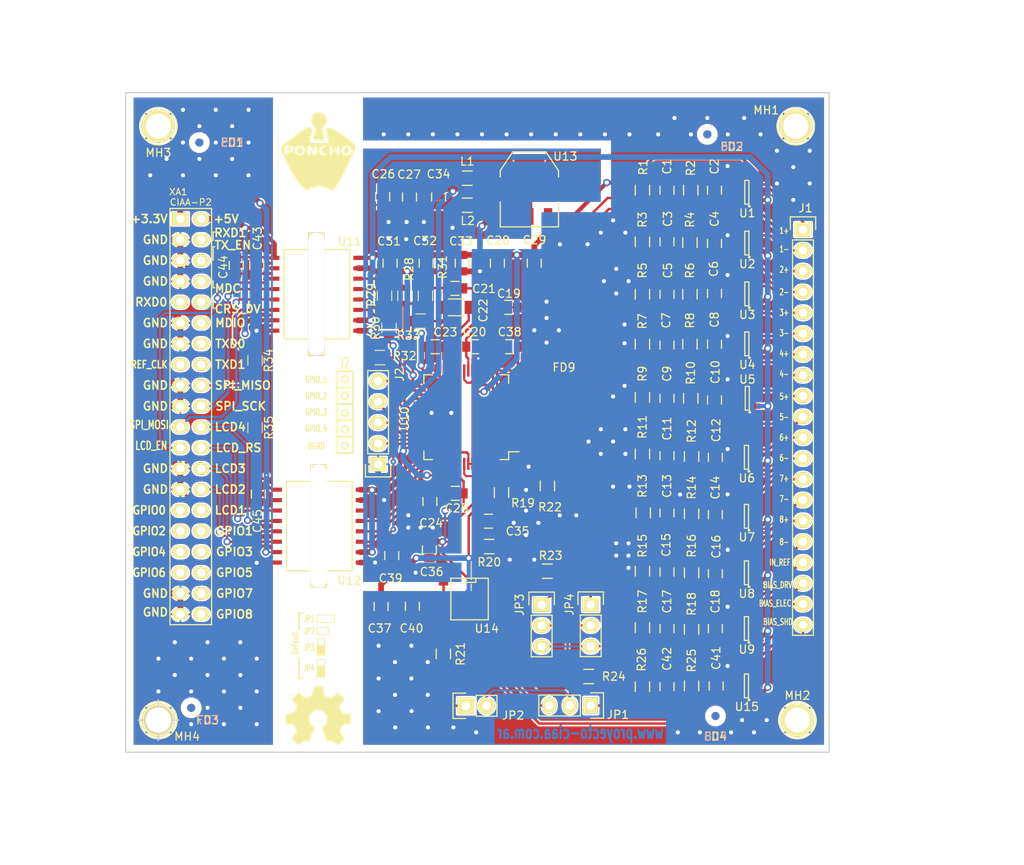
<source format=kicad_pcb>
(kicad_pcb (version 4) (host pcbnew 4.0.2-stable)
  (title_block (title "Poncho Adquisición de Biopotenciales") (date 2016-10-15) (rev 1.0) (company "Proyecto CIAA - COMPUTADORA INDUSTRIAL ABIERTA ARGENTINA") (comment 1 "Autor del poncho: Bruno Javier Cesario"))
  (layers (0 F.Cu signal) (31 B.Cu signal) (34 B.Paste user) (35 F.Paste user) (36 B.SilkS user) (37 F.SilkS user) (38 B.Mask user) (39 F.Mask user) (44 Edge.Cuts user))
  (net 0 "")
  (net 1 /ADS1299/IN1+)
  (net 2 /ADS1299/IN1-)
  (net 3 /ADS1299/IN2+)
  (net 4 /ADS1299/IN2-)
  (net 5 /ADS1299/IN3+)
  (net 6 /ADS1299/IN3-)
  (net 7 /ADS1299/IN4+)
  (net 8 /ADS1299/IN4-)
  (net 9 /ADS1299/IN5+)
  (net 10 /ADS1299/IN5-)
  (net 11 /ADS1299/IN6+)
  (net 12 /ADS1299/IN6-)
  (net 13 /ADS1299/IN7+)
  (net 14 /ADS1299/IN7-)
  (net 15 /ADS1299/IN8+)
  (net 16 /ADS1299/IN8-)
  (net 17 /ADS1299/IN_REF)
  (net 18 "Net-(C19-Pad1)")
  (net 19 GNDA)
  (net 20 "Net-(C21-Pad1)")
  (net 21 "Net-(C22-Pad1)")
  (net 22 "Net-(C23-Pad1)")
  (net 23 "Net-(C24-Pad1)")
  (net 24 "Net-(J1-Pad1)")
  (net 25 "Net-(J1-Pad2)")
  (net 26 "Net-(J1-Pad3)")
  (net 27 "Net-(J1-Pad4)")
  (net 28 "Net-(J1-Pad5)")
  (net 29 "Net-(J1-Pad6)")
  (net 30 "Net-(J1-Pad7)")
  (net 31 "Net-(J1-Pad8)")
  (net 32 "Net-(J1-Pad9)")
  (net 33 "Net-(J1-Pad10)")
  (net 34 "Net-(J1-Pad11)")
  (net 35 "Net-(J1-Pad12)")
  (net 36 "Net-(J1-Pad13)")
  (net 37 "Net-(J1-Pad14)")
  (net 38 "Net-(J1-Pad15)")
  (net 39 "Net-(J1-Pad16)")
  (net 40 "Net-(J1-Pad17)")
  (net 41 "Net-(J1-Pad18)")
  (net 42 "Net-(J2-Pad2)")
  (net 43 "Net-(J2-Pad3)")
  (net 44 "Net-(J2-Pad4)")
  (net 45 /ADS1299/MOSI)
  (net 46 /ADS1299/CS/)
  (net 47 /ADS1299/SCLK)
  (net 48 /ADS1299/MISO)
  (net 49 /ADS1299/DRDY/)
  (net 50 /ADS1299/BIAS_DRV)
  (net 51 "Net-(JP4-Pad1)")
  (net 52 /ADS1299/PWDN/)
  (net 53 "Net-(C35-Pad2)")
  (net 54 "Net-(JP1-Pad3)")
  (net 55 "Net-(R19-Pad2)")
  (net 56 /AISLACIÓN/+5V_NISO)
  (net 57 /AISLACIÓN/GND_NISO)
  (net 58 "Net-(JP2-Pad1)")
  (net 59 "Net-(JP3-Pad1)")
  (net 60 "Net-(JP3-Pad2)")
  (net 61 "Net-(JP4-Pad2)")
  (net 62 "Net-(R21-Pad1)")
  (net 63 "Net-(R23-Pad1)")
  (net 64 "Net-(R24-Pad2)")
  (net 65 /ADS1299/BIAS_SHD)
  (net 66 /ADS1299/RESET)
  (net 67 "Net-(C37-Pad1)")
  (net 68 /ADS1299/BIAS_ELEC)
  (net 69 "Net-(J1-Pad19)")
  (net 70 "Net-(J1-Pad20)")
  (net 71 "Net-(L1-Pad2)")
  (net 72 "Net-(C38-Pad1)")
  (net 73 DGND)
  (net 74 "Net-(J2-Pad5)")
  (net 75 +3.3V)
  (net 76 +5VA)
  (net 77 /AISLACIÓN/+3.3V_NISO)
  (net 78 "Net-(R28-Pad2)")
  (net 79 "Net-(R29-Pad2)")
  (net 80 "Net-(R30-Pad2)")
  (net 81 "Net-(R34-Pad1)")
  (net 82 /AISLACIÓN/_MISO)
  (net 83 "Net-(U1-Pad2)")
  (net 84 "Net-(U2-Pad2)")
  (net 85 "Net-(U3-Pad2)")
  (net 86 "Net-(U4-Pad2)")
  (net 87 "Net-(U5-Pad2)")
  (net 88 "Net-(U6-Pad2)")
  (net 89 "Net-(U7-Pad2)")
  (net 90 "Net-(U8-Pad2)")
  (net 91 "Net-(U9-Pad2)")
  (net 92 "Net-(U10-Pad27)")
  (net 93 "Net-(U10-Pad29)")
  (net 94 "Net-(U10-Pad37)")
  (net 95 "Net-(U10-Pad64)")
  (net 96 /AISLACIÓN/_CS/)
  (net 97 /AISLACIÓN/_SCLK)
  (net 98 /AISLACIÓN/_MOSI)
  (net 99 /AISLACIÓN/_START)
  (net 100 /AISLACIÓN/_RESET)
  (net 101 /AISLACIÓN/_PWDN/)
  (net 102 /AISLACIÓN/_DRDY/)
  (net 103 "Net-(U15-Pad2)")
  (net 104 "Net-(XA1-Pad44)")
  (net 105 "Net-(XA1-Pad46)")
  (net 106 "Net-(XA1-Pad48)")
  (net 107 "Net-(XA1-Pad49)")
  (net 108 "Net-(XA1-Pad50)")
  (net 109 "Net-(XA1-Pad52)")
  (net 110 "Net-(XA1-Pad54)")
  (net 111 "Net-(XA1-Pad55)")
  (net 112 "Net-(XA1-Pad56)")
  (net 113 "Net-(XA1-Pad69)")
  (net 114 "Net-(XA1-Pad70)")
  (net 115 "Net-(XA1-Pad71)")
  (net 116 "Net-(XA1-Pad72)")
  (net 117 "Net-(XA1-Pad73)")
  (net 118 "Net-(XA1-Pad74)")
  (net 119 "Net-(XA1-Pad75)")
  (net 120 "Net-(XA1-Pad76)")
  (net 121 "Net-(XA1-Pad78)")
  (net 122 "Net-(XA1-Pad80)")
  (module footprints:C_0805 (layer F.Cu) (at 138.2 80.65 270)
    (fp_text reference C34 (at -2.8 0 360) (layer F.SilkS))
    (fp_text value 10uF)
    (pad 1 smd rect (at -1 0 270) (size 1 1.25) (layers F.Cu F.Paste F.Mask) (net 75 +3.3V))
    (pad 2 smd rect (at 1 0 270) (size 1 1.25) (layers F.Cu F.Paste F.Mask) (net 73 DGND))
  )
  (module footprints:Fiducial_1mm_Dia_2.54mm_Outer_CopperTop (layer F.Cu) (at 123.58 120.82)
    (fp_text reference SC_2 hide)
    (fp_text value Slot_2)
    (pad "" np_thru_hole rect (at 0 0) (size 2 15) (drill oval 2 15) (layers *.Cu *.Mask F.SilkS) (clearance 0.77))
  )
  (module footprints:Fiducial_1mm_Dia_2.54mm_Outer_CopperTop (layer F.Cu) (at 123.28 92.52)
    (fp_text reference SC_1 hide)
    (fp_text value Slot_1)
    (pad "" np_thru_hole rect (at 0 0) (size 2 15) (drill oval 2 15) (layers *.Cu *.Mask F.SilkS) (clearance 0.77))
  )
  (module footprints:Conn_Poncho_Izquierdo (layer F.Cu) (at 106.68 83.32)
    (fp_text reference XA1 (at -0.254 -3.302) (layer F.SilkS) (effects (font (size 0.8 0.8) (thickness 0.12))))
    (fp_text value Conn_Poncho2P_2x_20x2 hide)
    (fp_text user GPIO8 (at 6.604 48.26) (layer F.SilkS) (effects (font (thickness 0.2))))
    (fp_text user GPIO7 (at 6.604 45.72) (layer F.SilkS) (effects (font (thickness 0.2))))
    (fp_text user GPIO5 (at 6.604 43.18) (layer F.SilkS) (effects (font (thickness 0.2))))
    (fp_text user GPIO3 (at 6.604 40.64) (layer F.SilkS) (effects (font (thickness 0.2))))
    (fp_text user GPIO1 (at 6.604 38.1) (layer F.SilkS) (effects (font (thickness 0.2))))
    (fp_text user LCD1 (at 6.096 35.56) (layer F.SilkS) (effects (font (thickness 0.2))))
    (fp_text user LCD2 (at 6.096 33.02) (layer F.SilkS) (effects (font (thickness 0.2))))
    (fp_text user LCD3 (at 6.096 30.48) (layer F.SilkS) (effects (font (thickness 0.2))))
    (fp_text user LCD_RS (at 7.112 27.94) (layer F.SilkS) (effects (font (thickness 0.2))))
    (fp_text user LCD4 (at 6.096 25.4) (layer F.SilkS) (effects (font (thickness 0.2))))
    (fp_text user SPI_SCK (at 7.366 22.86) (layer F.SilkS) (effects (font (thickness 0.2))))
    (fp_text user SPI_MISO (at 7.62 20.32) (layer F.SilkS) (effects (font (thickness 0.2))))
    (fp_text user TXD1 (at 6.096 17.78) (layer F.SilkS) (effects (font (thickness 0.2))))
    (fp_text user TXD0 (at 6.096 15.24) (layer F.SilkS) (effects (font (thickness 0.2))))
    (fp_text user MDIO (at 6.096 12.7) (layer F.SilkS) (effects (font (thickness 0.2))))
    (fp_text user CRS_DV (at 7 11) (layer F.SilkS) (effects (font (thickness 0.2))))
    (fp_text user MDC (at 5.8 8.5) (layer F.SilkS) (effects (font (thickness 0.2))))
    (fp_text user TX_EN (at 6.4 3.2) (layer F.SilkS) (effects (font (thickness 0.2))))
    (fp_text user RXD1 (at 6.1 1.7) (layer F.SilkS) (effects (font (thickness 0.2))))
    (fp_text user +5V (at 5.588 0) (layer F.SilkS) (effects (font (thickness 0.2))))
    (fp_text user GND (at -3.048 48.006) (layer F.SilkS) (effects (font (thickness 0.2))))
    (fp_text user GND (at -3.048 45.72) (layer F.SilkS) (effects (font (thickness 0.2))))
    (fp_text user GPIO6 (at -3.81 43.18) (layer F.SilkS) (effects (font (size 1 0.9) (thickness 0.2))))
    (fp_text user GPIO4 (at -3.81 40.64) (layer F.SilkS) (effects (font (size 1 0.9) (thickness 0.2))))
    (fp_text user GPIO2 (at -3.81 38.1) (layer F.SilkS) (effects (font (size 1 0.9) (thickness 0.2))))
    (fp_text user GPIO0 (at -3.81 35.56) (layer F.SilkS) (effects (font (size 1 0.9) (thickness 0.2))))
    (fp_text user GND (at -3.048 33.02) (layer F.SilkS) (effects (font (thickness 0.2))))
    (fp_text user GND (at -3.048 30.48) (layer F.SilkS) (effects (font (thickness 0.2))))
    (fp_text user LCD_EN (at -3.556 27.686) (layer F.SilkS) (effects (font (size 1 0.7) (thickness 0.17))))
    (fp_text user SPI_MOSI (at -3.81 25.146) (layer F.SilkS) (effects (font (size 1 0.7) (thickness 0.17))))
    (fp_text user GND (at -3.048 22.86) (layer F.SilkS) (effects (font (thickness 0.2))))
    (fp_text user GND (at -3.048 20.32) (layer F.SilkS) (effects (font (thickness 0.2))))
    (fp_text user REF_CLK (at -3.81 17.78) (layer F.SilkS) (effects (font (size 0.9 0.7) (thickness 0.175))))
    (fp_text user GND (at -3.048 15.24) (layer F.SilkS) (effects (font (thickness 0.2))))
    (fp_text user GND (at -3.048 12.7) (layer F.SilkS) (effects (font (thickness 0.2))))
    (fp_text user GND (at -3.048 7.62) (layer F.SilkS) (effects (font (thickness 0.2))))
    (fp_text user RXD0 (at -3.556 10.16) (layer F.SilkS) (effects (font (thickness 0.2))))
    (fp_text user GND (at -3.048 5.08) (layer F.SilkS) (effects (font (thickness 0.2))))
    (fp_text user GND (at -3.048 2.54) (layer F.SilkS) (effects (font (thickness 0.2))))
    (fp_text user +3.3V (at -3.81 0) (layer F.SilkS) (effects (font (thickness 0.2))))
    (fp_text user CIAA-P2 (at 1.27 -2.032) (layer F.SilkS) (effects (font (size 0.8 0.8) (thickness 0.12))))
    (pad 41 thru_hole rect (at 0 0 270) (size 1.524 2) (drill 1.016) (layers *.Cu *.Mask F.SilkS) (net 77 /AISLACIÓN/+3.3V_NISO))
    (pad 42 thru_hole oval (at 2.54 0 270) (size 1.524 2) (drill 1.016) (layers *.Cu *.Mask F.SilkS) (net 56 /AISLACIÓN/+5V_NISO))
    (pad 43 thru_hole oval (at 0 2.54 270) (size 1.524 2) (drill 1.016) (layers *.Cu *.Mask F.SilkS) (net 57 /AISLACIÓN/GND_NISO))
    (pad 44 thru_hole oval (at 2.54 2.54 270) (size 1.524 2) (drill 1.016) (layers *.Cu *.Mask F.SilkS) (net 104 "Net-(XA1-Pad44)"))
    (pad 45 thru_hole oval (at 0 5.08 270) (size 1.524 2) (drill 1.016) (layers *.Cu *.Mask F.SilkS) (net 57 /AISLACIÓN/GND_NISO))
    (pad 46 thru_hole oval (at 2.54 5.08 270) (size 1.524 2) (drill 1.016) (layers *.Cu *.Mask F.SilkS) (net 105 "Net-(XA1-Pad46)"))
    (pad 47 thru_hole oval (at 0 7.62 270) (size 1.524 2) (drill 1.016) (layers *.Cu *.Mask F.SilkS) (net 57 /AISLACIÓN/GND_NISO))
    (pad 48 thru_hole oval (at 2.54 7.62 270) (size 1.524 2) (drill 1.016) (layers *.Cu *.Mask F.SilkS) (net 106 "Net-(XA1-Pad48)"))
    (pad 49 thru_hole oval (at 0 10.16 270) (size 1.524 2) (drill 1.016) (layers *.Cu *.Mask F.SilkS) (net 107 "Net-(XA1-Pad49)"))
    (pad 50 thru_hole oval (at 2.54 10.16 270) (size 1.524 2) (drill 1.016) (layers *.Cu *.Mask F.SilkS) (net 108 "Net-(XA1-Pad50)"))
    (pad 51 thru_hole oval (at 0 12.7 270) (size 1.524 2) (drill 1.016) (layers *.Cu *.Mask F.SilkS) (net 57 /AISLACIÓN/GND_NISO))
    (pad 52 thru_hole oval (at 2.54 12.7 270) (size 1.524 2) (drill 1.016) (layers *.Cu *.Mask F.SilkS) (net 109 "Net-(XA1-Pad52)"))
    (pad 53 thru_hole oval (at 0 15.24 270) (size 1.524 2) (drill 1.016) (layers *.Cu *.Mask F.SilkS) (net 57 /AISLACIÓN/GND_NISO))
    (pad 54 thru_hole oval (at 2.54 15.24 270) (size 1.524 2) (drill 1.016) (layers *.Cu *.Mask F.SilkS) (net 110 "Net-(XA1-Pad54)"))
    (pad 55 thru_hole oval (at 0 17.78 270) (size 1.524 2) (drill 1.016) (layers *.Cu *.Mask F.SilkS) (net 111 "Net-(XA1-Pad55)"))
    (pad 56 thru_hole oval (at 2.54 17.78 270) (size 1.524 2) (drill 1.016) (layers *.Cu *.Mask F.SilkS) (net 112 "Net-(XA1-Pad56)"))
    (pad 57 thru_hole oval (at 0 20.32 270) (size 1.524 2) (drill 1.016) (layers *.Cu *.Mask F.SilkS) (net 57 /AISLACIÓN/GND_NISO))
    (pad 58 thru_hole oval (at 2.54 20.32 270) (size 1.524 2) (drill 1.016) (layers *.Cu *.Mask F.SilkS) (net 82 /AISLACIÓN/_MISO))
    (pad 59 thru_hole oval (at 0 22.86 270) (size 1.524 2) (drill 1.016) (layers *.Cu *.Mask F.SilkS) (net 57 /AISLACIÓN/GND_NISO))
    (pad 60 thru_hole oval (at 2.54 22.86 270) (size 1.524 2) (drill 1.016) (layers *.Cu *.Mask F.SilkS) (net 97 /AISLACIÓN/_SCLK))
    (pad 61 thru_hole oval (at 0 25.4 270) (size 1.524 2) (drill 1.016) (layers *.Cu *.Mask F.SilkS) (net 98 /AISLACIÓN/_MOSI))
    (pad 62 thru_hole oval (at 2.54 25.4 270) (size 1.524 2) (drill 1.016) (layers *.Cu *.Mask F.SilkS) (net 100 /AISLACIÓN/_RESET))
    (pad 63 thru_hole oval (at 0 27.94 270) (size 1.524 2) (drill 1.016) (layers *.Cu *.Mask F.SilkS) (net 96 /AISLACIÓN/_CS/))
    (pad 64 thru_hole oval (at 2.54 27.94 270) (size 1.524 2) (drill 1.016) (layers *.Cu *.Mask F.SilkS) (net 99 /AISLACIÓN/_START))
    (pad 65 thru_hole oval (at 0 30.48 270) (size 1.524 2) (drill 1.016) (layers *.Cu *.Mask F.SilkS) (net 57 /AISLACIÓN/GND_NISO))
    (pad 66 thru_hole oval (at 2.54 30.48 270) (size 1.524 2) (drill 1.016) (layers *.Cu *.Mask F.SilkS) (net 102 /AISLACIÓN/_DRDY/))
    (pad 67 thru_hole oval (at 0 33.02 270) (size 1.524 2) (drill 1.016) (layers *.Cu *.Mask F.SilkS) (net 57 /AISLACIÓN/GND_NISO))
    (pad 68 thru_hole oval (at 2.54 33.02 270) (size 1.524 2) (drill 1.016) (layers *.Cu *.Mask F.SilkS) (net 101 /AISLACIÓN/_PWDN/))
    (pad 69 thru_hole oval (at 0 35.56 270) (size 1.524 2) (drill 1.016) (layers *.Cu *.Mask F.SilkS) (net 113 "Net-(XA1-Pad69)"))
    (pad 70 thru_hole oval (at 2.54 35.56 270) (size 1.524 2) (drill 1.016) (layers *.Cu *.Mask F.SilkS) (net 114 "Net-(XA1-Pad70)"))
    (pad 71 thru_hole oval (at 0 38.1 270) (size 1.524 2) (drill 1.016) (layers *.Cu *.Mask F.SilkS) (net 115 "Net-(XA1-Pad71)"))
    (pad 72 thru_hole oval (at 2.54 38.1 270) (size 1.524 2) (drill 1.016) (layers *.Cu *.Mask F.SilkS) (net 116 "Net-(XA1-Pad72)"))
    (pad 73 thru_hole oval (at 0 40.64 270) (size 1.524 2) (drill 1.016) (layers *.Cu *.Mask F.SilkS) (net 117 "Net-(XA1-Pad73)"))
    (pad 74 thru_hole oval (at 2.54 40.64 270) (size 1.524 2) (drill 1.016) (layers *.Cu *.Mask F.SilkS) (net 118 "Net-(XA1-Pad74)"))
    (pad 75 thru_hole oval (at 0 43.18 270) (size 1.524 2) (drill 1.016) (layers *.Cu *.Mask F.SilkS) (net 119 "Net-(XA1-Pad75)"))
    (pad 76 thru_hole oval (at 2.54 43.18 270) (size 1.524 2) (drill 1.016) (layers *.Cu *.Mask F.SilkS) (net 120 "Net-(XA1-Pad76)"))
    (pad 77 thru_hole oval (at 0 45.72 270) (size 1.524 2) (drill 1.016) (layers *.Cu *.Mask F.SilkS) (net 57 /AISLACIÓN/GND_NISO))
    (pad 78 thru_hole oval (at 2.54 45.72 270) (size 1.524 2) (drill 1.016) (layers *.Cu *.Mask F.SilkS) (net 121 "Net-(XA1-Pad78)"))
    (pad 79 thru_hole oval (at 0 48.26 270) (size 1.524 2) (drill 1.016) (layers *.Cu *.Mask F.SilkS) (net 57 /AISLACIÓN/GND_NISO))
    (pad 80 thru_hole oval (at 2.54 48.26 270) (size 1.524 2) (drill 1.016) (layers *.Cu *.Mask F.SilkS) (net 122 "Net-(XA1-Pad80)"))
  )
  (module footprints:Pin_Header_Straight_1x03 (layer F.Cu) (at 156.77 130.4)
    (fp_text reference JP4 (at -2.6 0 90) (layer F.SilkS))
    (fp_text value JUMPER3)
    (pad 1 thru_hole rect (at 0 0) (size 2.032 1.7272) (drill 1.016) (layers *.Cu *.Mask F.SilkS) (net 51 "Net-(JP4-Pad1)"))
    (pad 2 thru_hole oval (at 0 2.54) (size 2.032 1.7272) (drill 1.016) (layers *.Cu *.Mask F.SilkS) (net 61 "Net-(JP4-Pad2)"))
    (pad 3 thru_hole oval (at 0 5.08) (size 2.032 1.7272) (drill 1.016) (layers *.Cu *.Mask F.SilkS) (net 17 /ADS1299/IN_REF))
  )
  (module footprints:SO-16-W (layer F.Cu) (at 123.58 120.82 270)
    (fp_text reference U12 (at 6.62 -3.71 360) (layer F.SilkS))
    (fp_text value ADuM2401)
    (pad 1 smd rect (at -4.445 5.08 270) (size 0.508 1.143) (layers F.Cu F.Paste F.Mask) (net 77 /AISLACIÓN/+3.3V_NISO))
    (pad 2 smd rect (at -3.175 5.08 270) (size 0.508 1.143) (layers F.Cu F.Paste F.Mask) (net 57 /AISLACIÓN/GND_NISO))
    (pad 3 smd rect (at -1.905 5.08 270) (size 0.508 1.143) (layers F.Cu F.Paste F.Mask) (net 99 /AISLACIÓN/_START))
    (pad 4 smd rect (at -0.635 5.08 270) (size 0.508 1.143) (layers F.Cu F.Paste F.Mask) (net 100 /AISLACIÓN/_RESET))
    (pad 5 smd rect (at 0.635 5.08 270) (size 0.508 1.143) (layers F.Cu F.Paste F.Mask) (net 101 /AISLACIÓN/_PWDN/))
    (pad 6 smd rect (at 1.905 5.08 270) (size 0.508 1.143) (layers F.Cu F.Paste F.Mask) (net 102 /AISLACIÓN/_DRDY/))
    (pad 7 smd rect (at 3.175 5.08 270) (size 0.508 1.143) (layers F.Cu F.Paste F.Mask) (net 77 /AISLACIÓN/+3.3V_NISO))
    (pad 8 smd rect (at 4.445 5.08 270) (size 0.508 1.143) (layers F.Cu F.Paste F.Mask) (net 57 /AISLACIÓN/GND_NISO))
    (pad 9 smd rect (at 4.445 -5.08 270) (size 0.508 1.143) (layers F.Cu F.Paste F.Mask) (net 73 DGND))
    (pad 10 smd rect (at 3.175 -5.08 270) (size 0.508 1.143) (layers F.Cu F.Paste F.Mask) (net 75 +3.3V))
    (pad 11 smd rect (at 1.905 -5.08 270) (size 0.508 1.143) (layers F.Cu F.Paste F.Mask) (net 49 /ADS1299/DRDY/))
    (pad 12 smd rect (at 0.635 -5.08 270) (size 0.508 1.143) (layers F.Cu F.Paste F.Mask) (net 52 /ADS1299/PWDN/))
    (pad 13 smd rect (at -0.635 -5.08 270) (size 0.508 1.143) (layers F.Cu F.Paste F.Mask) (net 66 /ADS1299/RESET))
    (pad 14 smd rect (at -1.905 -5.08 270) (size 0.508 1.143) (layers F.Cu F.Paste F.Mask) (net 73 DGND))
    (pad 15 smd rect (at -3.175 -5.08 270) (size 0.508 1.143) (layers F.Cu F.Paste F.Mask) (net 73 DGND))
    (pad 16 smd rect (at -4.445 -5.08 270) (size 0.508 1.143) (layers F.Cu F.Paste F.Mask) (net 75 +3.3V))
  )
  (module footprints:R_0805 (layer F.Cu) (at 141.7 78.35)
    (fp_text reference L1 (at 0 -2.05) (layer F.SilkS))
    (fp_text value HZ0805E601R-10)
    (pad 1 smd rect (at -0.95 0) (size 0.7 1.3) (layers F.Cu F.Paste F.Mask) (net 75 +3.3V))
    (pad 2 smd rect (at 0.95 0) (size 0.7 1.3) (layers F.Cu F.Paste F.Mask) (net 71 "Net-(L1-Pad2)"))
  )
  (module footprints:SO-16-W (layer F.Cu) (at 123.28 92.52 270)
    (fp_text reference U11 (at -6.46 -4.07 360) (layer F.SilkS))
    (fp_text value ADuM6401)
    (pad 1 smd rect (at -4.445 5.08 270) (size 0.508 1.143) (layers F.Cu F.Paste F.Mask) (net 56 /AISLACIÓN/+5V_NISO))
    (pad 2 smd rect (at -3.175 5.08 270) (size 0.508 1.143) (layers F.Cu F.Paste F.Mask) (net 57 /AISLACIÓN/GND_NISO))
    (pad 3 smd rect (at -1.905 5.08 270) (size 0.508 1.143) (layers F.Cu F.Paste F.Mask) (net 96 /AISLACIÓN/_CS/))
    (pad 4 smd rect (at -0.635 5.08 270) (size 0.508 1.143) (layers F.Cu F.Paste F.Mask) (net 97 /AISLACIÓN/_SCLK))
    (pad 5 smd rect (at 0.635 5.08 270) (size 0.508 1.143) (layers F.Cu F.Paste F.Mask) (net 98 /AISLACIÓN/_MOSI))
    (pad 6 smd rect (at 1.905 5.08 270) (size 0.508 1.143) (layers F.Cu F.Paste F.Mask) (net 81 "Net-(R34-Pad1)"))
    (pad 7 smd rect (at 3.175 5.08 270) (size 0.508 1.143) (layers F.Cu F.Paste F.Mask) (net 56 /AISLACIÓN/+5V_NISO))
    (pad 8 smd rect (at 4.445 5.08 270) (size 0.508 1.143) (layers F.Cu F.Paste F.Mask) (net 57 /AISLACIÓN/GND_NISO))
    (pad 9 smd rect (at 4.445 -5.08 270) (size 0.508 1.143) (layers F.Cu F.Paste F.Mask) (net 19 GNDA))
    (pad 10 smd rect (at 3.175 -5.08 270) (size 0.508 1.143) (layers F.Cu F.Paste F.Mask) (net 76 +5VA))
    (pad 11 smd rect (at 1.905 -5.08 270) (size 0.508 1.143) (layers F.Cu F.Paste F.Mask) (net 48 /ADS1299/MISO))
    (pad 12 smd rect (at 0.635 -5.08 270) (size 0.508 1.143) (layers F.Cu F.Paste F.Mask) (net 80 "Net-(R30-Pad2)"))
    (pad 13 smd rect (at -0.635 -5.08 270) (size 0.508 1.143) (layers F.Cu F.Paste F.Mask) (net 79 "Net-(R29-Pad2)"))
    (pad 14 smd rect (at -1.905 -5.08 270) (size 0.508 1.143) (layers F.Cu F.Paste F.Mask) (net 78 "Net-(R28-Pad2)"))
    (pad 15 smd rect (at -3.175 -5.08 270) (size 0.508 1.143) (layers F.Cu F.Paste F.Mask) (net 19 GNDA))
    (pad 16 smd rect (at -4.445 -5.08 270) (size 0.508 1.143) (layers F.Cu F.Paste F.Mask) (net 76 +5VA))
  )
  (module footprints:C_0805 (layer F.Cu) (at 166.08 79.82 90)
    (fp_text reference C1 (at 2.9 0 90) (layer F.SilkS))
    (fp_text value 1nF)
    (pad 1 smd rect (at -1 0 90) (size 1 1.25) (layers F.Cu F.Paste F.Mask) (net 1 /ADS1299/IN1+))
    (pad 2 smd rect (at 1 0 90) (size 1 1.25) (layers F.Cu F.Paste F.Mask) (net 19 GNDA))
  )
  (module footprints:C_0805 (layer F.Cu) (at 171.88 79.82 90)
    (fp_text reference C2 (at 2.9 0 90) (layer F.SilkS))
    (fp_text value 1nF)
    (pad 1 smd rect (at -1 0 90) (size 1 1.25) (layers F.Cu F.Paste F.Mask) (net 2 /ADS1299/IN1-))
    (pad 2 smd rect (at 1 0 90) (size 1 1.25) (layers F.Cu F.Paste F.Mask) (net 19 GNDA))
  )
  (module footprints:C_0805 (layer F.Cu) (at 166.08 86.12 90)
    (fp_text reference C3 (at 2.8 0.1 90) (layer F.SilkS))
    (fp_text value 1nF)
    (pad 1 smd rect (at -1 0 90) (size 1 1.25) (layers F.Cu F.Paste F.Mask) (net 3 /ADS1299/IN2+))
    (pad 2 smd rect (at 1 0 90) (size 1 1.25) (layers F.Cu F.Paste F.Mask) (net 19 GNDA))
  )
  (module footprints:C_0805 (layer F.Cu) (at 171.88 86.32 90)
    (fp_text reference C4 (at 3 0 90) (layer F.SilkS))
    (fp_text value 1nF)
    (pad 1 smd rect (at -1 0 90) (size 1 1.25) (layers F.Cu F.Paste F.Mask) (net 4 /ADS1299/IN2-))
    (pad 2 smd rect (at 1 0 90) (size 1 1.25) (layers F.Cu F.Paste F.Mask) (net 19 GNDA))
  )
  (module footprints:C_0805 (layer F.Cu) (at 166.08 92.52 90)
    (fp_text reference C5 (at 2.9 0.1 90) (layer F.SilkS))
    (fp_text value 1nF)
    (pad 1 smd rect (at -1 0 90) (size 1 1.25) (layers F.Cu F.Paste F.Mask) (net 5 /ADS1299/IN3+))
    (pad 2 smd rect (at 1 0 90) (size 1 1.25) (layers F.Cu F.Paste F.Mask) (net 19 GNDA))
  )
  (module footprints:C_0805 (layer F.Cu) (at 171.88 92.42 90)
    (fp_text reference C6 (at 3 -0.1 90) (layer F.SilkS))
    (fp_text value 1nF)
    (pad 1 smd rect (at -1 0 90) (size 1 1.25) (layers F.Cu F.Paste F.Mask) (net 6 /ADS1299/IN3-))
    (pad 2 smd rect (at 1 0 90) (size 1 1.25) (layers F.Cu F.Paste F.Mask) (net 19 GNDA))
  )
  (module footprints:C_0805 (layer F.Cu) (at 166.08 98.72 90)
    (fp_text reference C7 (at 3 -0.1 90) (layer F.SilkS))
    (fp_text value 1nF)
    (pad 1 smd rect (at -1 0 90) (size 1 1.25) (layers F.Cu F.Paste F.Mask) (net 7 /ADS1299/IN4+))
    (pad 2 smd rect (at 1 0 90) (size 1 1.25) (layers F.Cu F.Paste F.Mask) (net 19 GNDA))
  )
  (module footprints:C_0805 (layer F.Cu) (at 171.88 98.62 90)
    (fp_text reference C8 (at 3 0 90) (layer F.SilkS))
    (fp_text value 1nF)
    (pad 1 smd rect (at -1 0 90) (size 1 1.25) (layers F.Cu F.Paste F.Mask) (net 8 /ADS1299/IN4-))
    (pad 2 smd rect (at 1 0 90) (size 1 1.25) (layers F.Cu F.Paste F.Mask) (net 19 GNDA))
  )
  (module footprints:C_0805 (layer F.Cu) (at 166.08 105.22 90)
    (fp_text reference C9 (at 3 0 90) (layer F.SilkS))
    (fp_text value 1nF)
    (pad 1 smd rect (at -1 0 90) (size 1 1.25) (layers F.Cu F.Paste F.Mask) (net 9 /ADS1299/IN5+))
    (pad 2 smd rect (at 1 0 90) (size 1 1.25) (layers F.Cu F.Paste F.Mask) (net 19 GNDA))
  )
  (module footprints:C_0805 (layer F.Cu) (at 171.88 105.42 90)
    (fp_text reference C10 (at 3.4 0.1 90) (layer F.SilkS))
    (fp_text value 1nF)
    (pad 1 smd rect (at -1 0 90) (size 1 1.25) (layers F.Cu F.Paste F.Mask) (net 10 /ADS1299/IN5-))
    (pad 2 smd rect (at 1 0 90) (size 1 1.25) (layers F.Cu F.Paste F.Mask) (net 19 GNDA))
  )
  (module footprints:C_0805 (layer F.Cu) (at 166.08 112.22 90)
    (fp_text reference C11 (at 3.3 0 90) (layer F.SilkS))
    (fp_text value 1nF)
    (pad 1 smd rect (at -1 0 90) (size 1 1.25) (layers F.Cu F.Paste F.Mask) (net 11 /ADS1299/IN6+))
    (pad 2 smd rect (at 1 0 90) (size 1 1.25) (layers F.Cu F.Paste F.Mask) (net 19 GNDA))
  )
  (module footprints:C_0805 (layer F.Cu) (at 171.98 112.42 90)
    (fp_text reference C12 (at 3.3 0.1 90) (layer F.SilkS))
    (fp_text value 1nF)
    (pad 1 smd rect (at -1 0 90) (size 1 1.25) (layers F.Cu F.Paste F.Mask) (net 12 /ADS1299/IN6-))
    (pad 2 smd rect (at 1 0 90) (size 1 1.25) (layers F.Cu F.Paste F.Mask) (net 19 GNDA))
  )
  (module footprints:C_0805 (layer F.Cu) (at 166.08 119.22 90)
    (fp_text reference C13 (at 3.3 0 90) (layer F.SilkS))
    (fp_text value 1nF)
    (pad 1 smd rect (at -1 0 90) (size 1 1.25) (layers F.Cu F.Paste F.Mask) (net 13 /ADS1299/IN7+))
    (pad 2 smd rect (at 1 0 90) (size 1 1.25) (layers F.Cu F.Paste F.Mask) (net 19 GNDA))
  )
  (module footprints:C_0805 (layer F.Cu) (at 171.98 119.42 90)
    (fp_text reference C14 (at 3.3 0 90) (layer F.SilkS))
    (fp_text value 1nF)
    (pad 1 smd rect (at -1 0 90) (size 1 1.25) (layers F.Cu F.Paste F.Mask) (net 14 /ADS1299/IN7-))
    (pad 2 smd rect (at 1 0 90) (size 1 1.25) (layers F.Cu F.Paste F.Mask) (net 19 GNDA))
  )
  (module footprints:C_0805 (layer F.Cu) (at 166.08 126.42 90)
    (fp_text reference C15 (at 3.3 -0.1 90) (layer F.SilkS))
    (fp_text value 1nF)
    (pad 1 smd rect (at -1 0 90) (size 1 1.25) (layers F.Cu F.Paste F.Mask) (net 15 /ADS1299/IN8+))
    (pad 2 smd rect (at 1 0 90) (size 1 1.25) (layers F.Cu F.Paste F.Mask) (net 19 GNDA))
  )
  (module footprints:C_0805 (layer F.Cu) (at 171.98 126.62 90)
    (fp_text reference C16 (at 3.3 0.1 90) (layer F.SilkS))
    (fp_text value 1nF)
    (pad 1 smd rect (at -1 0 90) (size 1 1.25) (layers F.Cu F.Paste F.Mask) (net 16 /ADS1299/IN8-))
    (pad 2 smd rect (at 1 0 90) (size 1 1.25) (layers F.Cu F.Paste F.Mask) (net 19 GNDA))
  )
  (module footprints:C_0805 (layer F.Cu) (at 166.08 133.32 90)
    (fp_text reference C17 (at 3.3 0 90) (layer F.SilkS))
    (fp_text value 1nF)
    (pad 1 smd rect (at -1 0 90) (size 1 1.25) (layers F.Cu F.Paste F.Mask) (net 17 /ADS1299/IN_REF))
    (pad 2 smd rect (at 1 0 90) (size 1 1.25) (layers F.Cu F.Paste F.Mask) (net 19 GNDA))
  )
  (module footprints:C_0805 (layer F.Cu) (at 171.98 133.32 90)
    (fp_text reference C18 (at 3.3 0 90) (layer F.SilkS))
    (fp_text value 1nF)
    (pad 1 smd rect (at -1 0 90) (size 1 1.25) (layers F.Cu F.Paste F.Mask) (net 50 /ADS1299/BIAS_DRV))
    (pad 2 smd rect (at 1 0 90) (size 1 1.25) (layers F.Cu F.Paste F.Mask) (net 19 GNDA))
  )
  (module footprints:C_0805 (layer F.Cu) (at 146.78 94.12)
    (fp_text reference C19 (at 0 -1.68) (layer F.SilkS))
    (fp_text value 0.1uF)
    (pad 1 smd rect (at -1 0) (size 1 1.25) (layers F.Cu F.Paste F.Mask) (net 18 "Net-(C19-Pad1)"))
    (pad 2 smd rect (at 1 0) (size 1 1.25) (layers F.Cu F.Paste F.Mask) (net 19 GNDA))
  )
  (module footprints:C_0805 (layer F.Cu) (at 142.58 98.92)
    (fp_text reference C20 (at 0 -1.8) (layer F.SilkS))
    (fp_text value 10uF)
    (pad 1 smd rect (at -1 0) (size 1 1.25) (layers F.Cu F.Paste F.Mask) (net 18 "Net-(C19-Pad1)"))
    (pad 2 smd rect (at 1 0) (size 1 1.25) (layers F.Cu F.Paste F.Mask) (net 19 GNDA))
  )
  (module footprints:C_0805 (layer F.Cu) (at 140.2 91.8 180)
    (fp_text reference C21 (at -3.55 -0.05 360) (layer F.SilkS))
    (fp_text value 1uF)
    (pad 1 smd rect (at -1 0 180) (size 1 1.25) (layers F.Cu F.Paste F.Mask) (net 20 "Net-(C21-Pad1)"))
    (pad 2 smd rect (at 1 0 180) (size 1 1.25) (layers F.Cu F.Paste F.Mask) (net 19 GNDA))
  )
  (module footprints:C_0805 (layer F.Cu) (at 137.78 98.92 180)
    (fp_text reference C23 (at -1.27 1.77 180) (layer F.SilkS))
    (fp_text value 1uF)
    (pad 1 smd rect (at -1 0 180) (size 1 1.25) (layers F.Cu F.Paste F.Mask) (net 22 "Net-(C23-Pad1)"))
    (pad 2 smd rect (at 1 0 180) (size 1 1.25) (layers F.Cu F.Paste F.Mask) (net 19 GNDA))
  )
  (module footprints:C_0805 (layer F.Cu) (at 137.14 117.82 90)
    (fp_text reference C24 (at -2.63 0.16 180) (layer F.SilkS))
    (fp_text value 0.1uF)
    (pad 1 smd rect (at -1 0 90) (size 1 1.25) (layers F.Cu F.Paste F.Mask) (net 23 "Net-(C24-Pad1)"))
    (pad 2 smd rect (at 1 0 90) (size 1 1.25) (layers F.Cu F.Paste F.Mask) (net 19 GNDA))
  )
  (module footprints:C_0805 (layer F.Cu) (at 140.25 116.82 180)
    (fp_text reference C25 (at -0.15 -1.83 180) (layer F.SilkS))
    (fp_text value 1uF)
    (pad 1 smd rect (at -1 0 180) (size 1 1.25) (layers F.Cu F.Paste F.Mask) (net 23 "Net-(C24-Pad1)"))
    (pad 2 smd rect (at 1 0 180) (size 1 1.25) (layers F.Cu F.Paste F.Mask) (net 19 GNDA))
  )
  (module footprints:C_0805 (layer F.Cu) (at 131.38 80.62 270)
    (fp_text reference C26 (at -2.77 -0.07 360) (layer F.SilkS))
    (fp_text value 0.1uF)
    (pad 1 smd rect (at -1 0 270) (size 1 1.25) (layers F.Cu F.Paste F.Mask) (net 75 +3.3V))
    (pad 2 smd rect (at 1 0 270) (size 1 1.25) (layers F.Cu F.Paste F.Mask) (net 73 DGND))
  )
  (module footprints:C_0805 (layer F.Cu) (at 134.65 80.65 270)
    (fp_text reference C27 (at -2.75 0.05 360) (layer F.SilkS))
    (fp_text value 1uF)
    (pad 1 smd rect (at -1 0 270) (size 1 1.25) (layers F.Cu F.Paste F.Mask) (net 75 +3.3V))
    (pad 2 smd rect (at 1 0 270) (size 1 1.25) (layers F.Cu F.Paste F.Mask) (net 73 DGND))
  )
  (module footprints:C_0805 (layer F.Cu) (at 145.38 88.72 270)
    (fp_text reference C28 (at -2.77 -0.07 360) (layer F.SilkS))
    (fp_text value 0.1uF)
    (pad 1 smd rect (at -1 0 270) (size 1 1.25) (layers F.Cu F.Paste F.Mask) (net 76 +5VA))
    (pad 2 smd rect (at 1 0 270) (size 1 1.25) (layers F.Cu F.Paste F.Mask) (net 19 GNDA))
  )
  (module footprints:C_0805 (layer F.Cu) (at 149.88 88.72 270)
    (fp_text reference C29 (at -2.82 -0.02 360) (layer F.SilkS))
    (fp_text value 1uF)
    (pad 1 smd rect (at -1 0 270) (size 1 1.25) (layers F.Cu F.Paste F.Mask) (net 76 +5VA))
    (pad 2 smd rect (at 1 0 270) (size 1 1.25) (layers F.Cu F.Paste F.Mask) (net 19 GNDA))
  )
  (module footprints:C_0805 (layer F.Cu) (at 132.28 88.72 270)
    (fp_text reference C31 (at -2.67 0.13 360) (layer F.SilkS))
    (fp_text value 0.1uF)
    (pad 1 smd rect (at -1 0 270) (size 1 1.25) (layers F.Cu F.Paste F.Mask) (net 76 +5VA))
    (pad 2 smd rect (at 1 0 270) (size 1 1.25) (layers F.Cu F.Paste F.Mask) (net 19 GNDA))
  )
  (module footprints:C_0805 (layer F.Cu) (at 136.68 88.72 270)
    (fp_text reference C32 (at -2.72 0.13 360) (layer F.SilkS))
    (fp_text value 10uF)
    (pad 1 smd rect (at -1 0 270) (size 1 1.25) (layers F.Cu F.Paste F.Mask) (net 76 +5VA))
    (pad 2 smd rect (at 1 0 270) (size 1 1.25) (layers F.Cu F.Paste F.Mask) (net 19 GNDA))
  )
  (module footprints:C_0805 (layer F.Cu) (at 141.08 88.72 270)
    (fp_text reference C33 (at -2.67 0.13 360) (layer F.SilkS))
    (fp_text value 10uF)
    (pad 1 smd rect (at -1 0 270) (size 1 1.25) (layers F.Cu F.Paste F.Mask) (net 76 +5VA))
    (pad 2 smd rect (at 1 0 270) (size 1 1.25) (layers F.Cu F.Paste F.Mask) (net 19 GNDA))
  )
  (module footprints:R_0805 (layer F.Cu) (at 163.08 79.82 270)
    (fp_text reference R1 (at -2.8 -0.1 270) (layer F.SilkS))
    (fp_text value 2.2k)
    (pad 1 smd rect (at -0.95 0 270) (size 0.7 1.3) (layers F.Cu F.Paste F.Mask) (net 24 "Net-(J1-Pad1)"))
    (pad 2 smd rect (at 0.95 0 270) (size 0.7 1.3) (layers F.Cu F.Paste F.Mask) (net 1 /ADS1299/IN1+))
  )
  (module footprints:R_0805 (layer F.Cu) (at 168.98 79.82 90)
    (fp_text reference R2 (at 2.7 0 90) (layer F.SilkS))
    (fp_text value 2.2k)
    (pad 1 smd rect (at -0.95 0 90) (size 0.7 1.3) (layers F.Cu F.Paste F.Mask) (net 2 /ADS1299/IN1-))
    (pad 2 smd rect (at 0.95 0 90) (size 0.7 1.3) (layers F.Cu F.Paste F.Mask) (net 25 "Net-(J1-Pad2)"))
  )
  (module footprints:R_0805 (layer F.Cu) (at 163.08 86.12 90)
    (fp_text reference R3 (at 2.7 0 90) (layer F.SilkS))
    (fp_text value 2.2k)
    (pad 1 smd rect (at -0.95 0 90) (size 0.7 1.3) (layers F.Cu F.Paste F.Mask) (net 3 /ADS1299/IN2+))
    (pad 2 smd rect (at 0.95 0 90) (size 0.7 1.3) (layers F.Cu F.Paste F.Mask) (net 26 "Net-(J1-Pad3)"))
  )
  (module footprints:R_0805 (layer F.Cu) (at 168.88 86.22 90)
    (fp_text reference R4 (at 2.8 0 90) (layer F.SilkS))
    (fp_text value 2.2k)
    (pad 1 smd rect (at -0.95 0 90) (size 0.7 1.3) (layers F.Cu F.Paste F.Mask) (net 4 /ADS1299/IN2-))
    (pad 2 smd rect (at 0.95 0 90) (size 0.7 1.3) (layers F.Cu F.Paste F.Mask) (net 27 "Net-(J1-Pad4)"))
  )
  (module footprints:R_0805 (layer F.Cu) (at 163.08 92.52 270)
    (fp_text reference R5 (at -2.9 0 270) (layer F.SilkS))
    (fp_text value 2.2k)
    (pad 1 smd rect (at -0.95 0 270) (size 0.7 1.3) (layers F.Cu F.Paste F.Mask) (net 28 "Net-(J1-Pad5)"))
    (pad 2 smd rect (at 0.95 0 270) (size 0.7 1.3) (layers F.Cu F.Paste F.Mask) (net 5 /ADS1299/IN3+))
  )
  (module footprints:R_0805 (layer F.Cu) (at 168.88 92.52 90)
    (fp_text reference R6 (at 2.9 0 90) (layer F.SilkS))
    (fp_text value 2.2k)
    (pad 1 smd rect (at -0.95 0 90) (size 0.7 1.3) (layers F.Cu F.Paste F.Mask) (net 6 /ADS1299/IN3-))
    (pad 2 smd rect (at 0.95 0 90) (size 0.7 1.3) (layers F.Cu F.Paste F.Mask) (net 29 "Net-(J1-Pad6)"))
  )
  (module footprints:R_0805 (layer F.Cu) (at 163.08 98.62 90)
    (fp_text reference R7 (at 2.8 0 90) (layer F.SilkS))
    (fp_text value 2.2k)
    (pad 1 smd rect (at -0.95 0 90) (size 0.7 1.3) (layers F.Cu F.Paste F.Mask) (net 7 /ADS1299/IN4+))
    (pad 2 smd rect (at 0.95 0 90) (size 0.7 1.3) (layers F.Cu F.Paste F.Mask) (net 30 "Net-(J1-Pad7)"))
  )
  (module footprints:R_0805 (layer F.Cu) (at 168.88 98.62 90)
    (fp_text reference R8 (at 2.9 0 90) (layer F.SilkS))
    (fp_text value 2.2k)
    (pad 1 smd rect (at -0.95 0 90) (size 0.7 1.3) (layers F.Cu F.Paste F.Mask) (net 8 /ADS1299/IN4-))
    (pad 2 smd rect (at 0.95 0 90) (size 0.7 1.3) (layers F.Cu F.Paste F.Mask) (net 31 "Net-(J1-Pad8)"))
  )
  (module footprints:R_0805 (layer F.Cu) (at 163.08 105.12 270)
    (fp_text reference R9 (at -2.9 0 270) (layer F.SilkS))
    (fp_text value 2.2k)
    (pad 1 smd rect (at -0.95 0 270) (size 0.7 1.3) (layers F.Cu F.Paste F.Mask) (net 32 "Net-(J1-Pad9)"))
    (pad 2 smd rect (at 0.95 0 270) (size 0.7 1.3) (layers F.Cu F.Paste F.Mask) (net 9 /ADS1299/IN5+))
  )
  (module footprints:R_0805 (layer F.Cu) (at 168.98 105.22 90)
    (fp_text reference R10 (at 3.1 0 90) (layer F.SilkS))
    (fp_text value 2.2k)
    (pad 1 smd rect (at -0.95 0 90) (size 0.7 1.3) (layers F.Cu F.Paste F.Mask) (net 10 /ADS1299/IN5-))
    (pad 2 smd rect (at 0.95 0 90) (size 0.7 1.3) (layers F.Cu F.Paste F.Mask) (net 33 "Net-(J1-Pad10)"))
  )
  (module footprints:R_0805 (layer F.Cu) (at 163.08 112.02 90)
    (fp_text reference R11 (at 3.3 0 90) (layer F.SilkS))
    (fp_text value 2.2k)
    (pad 1 smd rect (at -0.95 0 90) (size 0.7 1.3) (layers F.Cu F.Paste F.Mask) (net 11 /ADS1299/IN6+))
    (pad 2 smd rect (at 0.95 0 90) (size 0.7 1.3) (layers F.Cu F.Paste F.Mask) (net 34 "Net-(J1-Pad11)"))
  )
  (module footprints:R_0805 (layer F.Cu) (at 169.08 112.32 90)
    (fp_text reference R12 (at 3.1 0 90) (layer F.SilkS))
    (fp_text value 2.2k)
    (pad 1 smd rect (at -0.95 0 90) (size 0.7 1.3) (layers F.Cu F.Paste F.Mask) (net 12 /ADS1299/IN6-))
    (pad 2 smd rect (at 0.95 0 90) (size 0.7 1.3) (layers F.Cu F.Paste F.Mask) (net 35 "Net-(J1-Pad12)"))
  )
  (module footprints:R_0805 (layer F.Cu) (at 163.18 119.22 270)
    (fp_text reference R13 (at -3.3 0.1 270) (layer F.SilkS))
    (fp_text value 2.2k)
    (pad 1 smd rect (at -0.95 0 270) (size 0.7 1.3) (layers F.Cu F.Paste F.Mask) (net 36 "Net-(J1-Pad13)"))
    (pad 2 smd rect (at 0.95 0 270) (size 0.7 1.3) (layers F.Cu F.Paste F.Mask) (net 13 /ADS1299/IN7+))
  )
  (module footprints:R_0805 (layer F.Cu) (at 169.08 119.32 90)
    (fp_text reference R14 (at 3.2 0 90) (layer F.SilkS))
    (fp_text value 2.2k)
    (pad 1 smd rect (at -0.95 0 90) (size 0.7 1.3) (layers F.Cu F.Paste F.Mask) (net 14 /ADS1299/IN7-))
    (pad 2 smd rect (at 0.95 0 90) (size 0.7 1.3) (layers F.Cu F.Paste F.Mask) (net 37 "Net-(J1-Pad14)"))
  )
  (module footprints:R_0805 (layer F.Cu) (at 163.08 126.32 90)
    (fp_text reference R15 (at 3.1 0 90) (layer F.SilkS))
    (fp_text value 2.2k)
    (pad 1 smd rect (at -0.95 0 90) (size 0.7 1.3) (layers F.Cu F.Paste F.Mask) (net 15 /ADS1299/IN8+))
    (pad 2 smd rect (at 0.95 0 90) (size 0.7 1.3) (layers F.Cu F.Paste F.Mask) (net 38 "Net-(J1-Pad15)"))
  )
  (module footprints:R_0805 (layer F.Cu) (at 169.08 126.52 90)
    (fp_text reference R16 (at 3.3 0 90) (layer F.SilkS))
    (fp_text value 2.2k)
    (pad 1 smd rect (at -0.95 0 90) (size 0.7 1.3) (layers F.Cu F.Paste F.Mask) (net 16 /ADS1299/IN8-))
    (pad 2 smd rect (at 0.95 0 90) (size 0.7 1.3) (layers F.Cu F.Paste F.Mask) (net 39 "Net-(J1-Pad16)"))
  )
  (module footprints:R_0805 (layer F.Cu) (at 163.08 133.22 270)
    (fp_text reference R17 (at -3.2 0 270) (layer F.SilkS))
    (fp_text value 2.2k)
    (pad 1 smd rect (at -0.95 0 270) (size 0.7 1.3) (layers F.Cu F.Paste F.Mask) (net 40 "Net-(J1-Pad17)"))
    (pad 2 smd rect (at 0.95 0 270) (size 0.7 1.3) (layers F.Cu F.Paste F.Mask) (net 17 /ADS1299/IN_REF))
  )
  (module footprints:R_0805 (layer F.Cu) (at 169.08 133.42 90)
    (fp_text reference R18 (at 3.1 0 90) (layer F.SilkS))
    (fp_text value 2.2k)
    (pad 1 smd rect (at -0.95 0 90) (size 0.7 1.3) (layers F.Cu F.Paste F.Mask) (net 50 /ADS1299/BIAS_DRV))
    (pad 2 smd rect (at 0.95 0 90) (size 0.7 1.3) (layers F.Cu F.Paste F.Mask) (net 41 "Net-(J1-Pad18)"))
  )
  (module footprints:SOT-23-5 (layer F.Cu) (at 175.83 80.07 180)
    (fp_text reference U1 (at -0.05 -2.55 180) (layer F.SilkS))
    (fp_text value TPD2E001)
    (pad 1 smd rect (at -1.1 -0.95 180) (size 1.06 0.65) (layers F.Cu F.Paste F.Mask) (net 76 +5VA))
    (pad 2 smd rect (at -1.1 0 180) (size 1.06 0.65) (layers F.Cu F.Paste F.Mask) (net 83 "Net-(U1-Pad2)"))
    (pad 3 smd rect (at -1.1 0.95 180) (size 1.06 0.65) (layers F.Cu F.Paste F.Mask) (net 24 "Net-(J1-Pad1)"))
    (pad 4 smd rect (at 1.1 0.95 180) (size 1.06 0.65) (layers F.Cu F.Paste F.Mask) (net 19 GNDA))
    (pad 5 smd rect (at 1.1 -0.95 180) (size 1.06 0.65) (layers F.Cu F.Paste F.Mask) (net 25 "Net-(J1-Pad2)"))
  )
  (module footprints:SOT-23-5 (layer F.Cu) (at 175.83 86.27 180)
    (fp_text reference U2 (at -0.05 -2.55 180) (layer F.SilkS))
    (fp_text value TPD2E001)
    (pad 1 smd rect (at -1.1 -0.95 180) (size 1.06 0.65) (layers F.Cu F.Paste F.Mask) (net 76 +5VA))
    (pad 2 smd rect (at -1.1 0 180) (size 1.06 0.65) (layers F.Cu F.Paste F.Mask) (net 84 "Net-(U2-Pad2)"))
    (pad 3 smd rect (at -1.1 0.95 180) (size 1.06 0.65) (layers F.Cu F.Paste F.Mask) (net 26 "Net-(J1-Pad3)"))
    (pad 4 smd rect (at 1.1 0.95 180) (size 1.06 0.65) (layers F.Cu F.Paste F.Mask) (net 19 GNDA))
    (pad 5 smd rect (at 1.1 -0.95 180) (size 1.06 0.65) (layers F.Cu F.Paste F.Mask) (net 27 "Net-(J1-Pad4)"))
  )
  (module footprints:SOT-23-5 (layer F.Cu) (at 175.83 92.47 180)
    (fp_text reference U3 (at -0.05 -2.55 180) (layer F.SilkS))
    (fp_text value TPD2E001)
    (pad 1 smd rect (at -1.1 -0.95 180) (size 1.06 0.65) (layers F.Cu F.Paste F.Mask) (net 76 +5VA))
    (pad 2 smd rect (at -1.1 0 180) (size 1.06 0.65) (layers F.Cu F.Paste F.Mask) (net 85 "Net-(U3-Pad2)"))
    (pad 3 smd rect (at -1.1 0.95 180) (size 1.06 0.65) (layers F.Cu F.Paste F.Mask) (net 28 "Net-(J1-Pad5)"))
    (pad 4 smd rect (at 1.1 0.95 180) (size 1.06 0.65) (layers F.Cu F.Paste F.Mask) (net 19 GNDA))
    (pad 5 smd rect (at 1.1 -0.95 180) (size 1.06 0.65) (layers F.Cu F.Paste F.Mask) (net 29 "Net-(J1-Pad6)"))
  )
  (module footprints:SOT-23-5 (layer F.Cu) (at 175.83 98.57 180)
    (fp_text reference U4 (at -0.05 -2.55 180) (layer F.SilkS))
    (fp_text value TPD2E001)
    (pad 1 smd rect (at -1.1 -0.95 180) (size 1.06 0.65) (layers F.Cu F.Paste F.Mask) (net 76 +5VA))
    (pad 2 smd rect (at -1.1 0 180) (size 1.06 0.65) (layers F.Cu F.Paste F.Mask) (net 86 "Net-(U4-Pad2)"))
    (pad 3 smd rect (at -1.1 0.95 180) (size 1.06 0.65) (layers F.Cu F.Paste F.Mask) (net 30 "Net-(J1-Pad7)"))
    (pad 4 smd rect (at 1.1 0.95 180) (size 1.06 0.65) (layers F.Cu F.Paste F.Mask) (net 19 GNDA))
    (pad 5 smd rect (at 1.1 -0.95 180) (size 1.06 0.65) (layers F.Cu F.Paste F.Mask) (net 31 "Net-(J1-Pad8)"))
  )
  (module footprints:SOT-23-5 (layer F.Cu) (at 175.88 105.22 180)
    (fp_text reference U5 (at -0.01 2.31 180) (layer F.SilkS))
    (fp_text value TPD2E001)
    (pad 1 smd rect (at -1.1 -0.95 180) (size 1.06 0.65) (layers F.Cu F.Paste F.Mask) (net 76 +5VA))
    (pad 2 smd rect (at -1.1 0 180) (size 1.06 0.65) (layers F.Cu F.Paste F.Mask) (net 87 "Net-(U5-Pad2)"))
    (pad 3 smd rect (at -1.1 0.95 180) (size 1.06 0.65) (layers F.Cu F.Paste F.Mask) (net 32 "Net-(J1-Pad9)"))
    (pad 4 smd rect (at 1.1 0.95 180) (size 1.06 0.65) (layers F.Cu F.Paste F.Mask) (net 19 GNDA))
    (pad 5 smd rect (at 1.1 -0.95 180) (size 1.06 0.65) (layers F.Cu F.Paste F.Mask) (net 33 "Net-(J1-Pad10)"))
  )
  (module footprints:SOT-23-5 (layer F.Cu) (at 175.78 112.42 180)
    (fp_text reference U6 (at -0.05 -2.55 180) (layer F.SilkS))
    (fp_text value TPD2E001)
    (pad 1 smd rect (at -1.1 -0.95 180) (size 1.06 0.65) (layers F.Cu F.Paste F.Mask) (net 76 +5VA))
    (pad 2 smd rect (at -1.1 0 180) (size 1.06 0.65) (layers F.Cu F.Paste F.Mask) (net 88 "Net-(U6-Pad2)"))
    (pad 3 smd rect (at -1.1 0.95 180) (size 1.06 0.65) (layers F.Cu F.Paste F.Mask) (net 34 "Net-(J1-Pad11)"))
    (pad 4 smd rect (at 1.1 0.95 180) (size 1.06 0.65) (layers F.Cu F.Paste F.Mask) (net 19 GNDA))
    (pad 5 smd rect (at 1.1 -0.95 180) (size 1.06 0.65) (layers F.Cu F.Paste F.Mask) (net 35 "Net-(J1-Pad12)"))
  )
  (module footprints:SOT-23-5 (layer F.Cu) (at 175.78 119.62 180)
    (fp_text reference U7 (at -0.05 -2.55 180) (layer F.SilkS))
    (fp_text value TPD2E001)
    (pad 1 smd rect (at -1.1 -0.95 180) (size 1.06 0.65) (layers F.Cu F.Paste F.Mask) (net 76 +5VA))
    (pad 2 smd rect (at -1.1 0 180) (size 1.06 0.65) (layers F.Cu F.Paste F.Mask) (net 89 "Net-(U7-Pad2)"))
    (pad 3 smd rect (at -1.1 0.95 180) (size 1.06 0.65) (layers F.Cu F.Paste F.Mask) (net 36 "Net-(J1-Pad13)"))
    (pad 4 smd rect (at 1.1 0.95 180) (size 1.06 0.65) (layers F.Cu F.Paste F.Mask) (net 19 GNDA))
    (pad 5 smd rect (at 1.1 -0.95 180) (size 1.06 0.65) (layers F.Cu F.Paste F.Mask) (net 37 "Net-(J1-Pad14)"))
  )
  (module footprints:SOT-23-5 (layer F.Cu) (at 175.78 126.52 180)
    (fp_text reference U8 (at -0.05 -2.55 180) (layer F.SilkS))
    (fp_text value TPD2E001)
    (pad 1 smd rect (at -1.1 -0.95 180) (size 1.06 0.65) (layers F.Cu F.Paste F.Mask) (net 76 +5VA))
    (pad 2 smd rect (at -1.1 0 180) (size 1.06 0.65) (layers F.Cu F.Paste F.Mask) (net 90 "Net-(U8-Pad2)"))
    (pad 3 smd rect (at -1.1 0.95 180) (size 1.06 0.65) (layers F.Cu F.Paste F.Mask) (net 38 "Net-(J1-Pad15)"))
    (pad 4 smd rect (at 1.1 0.95 180) (size 1.06 0.65) (layers F.Cu F.Paste F.Mask) (net 19 GNDA))
    (pad 5 smd rect (at 1.1 -0.95 180) (size 1.06 0.65) (layers F.Cu F.Paste F.Mask) (net 39 "Net-(J1-Pad16)"))
  )
  (module footprints:SOT-23-5 (layer F.Cu) (at 175.78 133.32 180)
    (fp_text reference U9 (at -0.05 -2.55 180) (layer F.SilkS))
    (fp_text value TPD2E001)
    (pad 1 smd rect (at -1.1 -0.95 180) (size 1.06 0.65) (layers F.Cu F.Paste F.Mask) (net 76 +5VA))
    (pad 2 smd rect (at -1.1 0 180) (size 1.06 0.65) (layers F.Cu F.Paste F.Mask) (net 91 "Net-(U9-Pad2)"))
    (pad 3 smd rect (at -1.1 0.95 180) (size 1.06 0.65) (layers F.Cu F.Paste F.Mask) (net 40 "Net-(J1-Pad17)"))
    (pad 4 smd rect (at 1.1 0.95 180) (size 1.06 0.65) (layers F.Cu F.Paste F.Mask) (net 19 GNDA))
    (pad 5 smd rect (at 1.1 -0.95 180) (size 1.06 0.65) (layers F.Cu F.Paste F.Mask) (net 41 "Net-(J1-Pad18)"))
  )
  (module footprints:C_1206 (layer F.Cu) (at 140.38 94.12 180)
    (fp_text reference C22 (at -3.27 -0.38 270) (layer F.SilkS))
    (fp_text value 100uF)
    (pad 1 smd rect (at -1.5 0 180) (size 1 1.6) (layers F.Cu F.Paste F.Mask) (net 21 "Net-(C22-Pad1)"))
    (pad 2 smd rect (at 1.5 0 180) (size 1 1.6) (layers F.Cu F.Paste F.Mask) (net 19 GNDA))
  )
  (module footprints:C_0805 (layer F.Cu) (at 144.28 120.22 180)
    (fp_text reference C35 (at -3.57 -1.23 180) (layer F.SilkS))
    (fp_text value 0.01uF)
    (pad 1 smd rect (at -1 0 180) (size 1 1.25) (layers F.Cu F.Paste F.Mask) (net 50 /ADS1299/BIAS_DRV))
    (pad 2 smd rect (at 1 0 180) (size 1 1.25) (layers F.Cu F.Paste F.Mask) (net 53 "Net-(C35-Pad2)"))
  )
  (module footprints:C_0805 (layer F.Cu) (at 131.18 130.62 90)
    (fp_text reference C37 (at -2.68 -0.18 180) (layer F.SilkS))
    (fp_text value 1uF)
    (pad 1 smd rect (at -1 0 90) (size 1 1.25) (layers F.Cu F.Paste F.Mask) (net 67 "Net-(C37-Pad1)"))
    (pad 2 smd rect (at 1 0 90) (size 1 1.25) (layers F.Cu F.Paste F.Mask) (net 19 GNDA))
  )
  (module footprints:C_0805 (layer F.Cu) (at 146.88 98.92 180)
    (fp_text reference C38 (at 0 1.8 180) (layer F.SilkS))
    (fp_text value 1nF)
    (pad 1 smd rect (at -1 0 180) (size 1 1.25) (layers F.Cu F.Paste F.Mask) (net 72 "Net-(C38-Pad1)"))
    (pad 2 smd rect (at 1 0 180) (size 1 1.25) (layers F.Cu F.Paste F.Mask) (net 19 GNDA))
  )
  (module footprints:C_0805 (layer F.Cu) (at 132.48 124.42 270)
    (fp_text reference C39 (at 2.78 0.13 360) (layer F.SilkS))
    (fp_text value 1uF)
    (pad 1 smd rect (at -1 0 270) (size 1 1.25) (layers F.Cu F.Paste F.Mask) (net 76 +5VA))
    (pad 2 smd rect (at 1 0 270) (size 1 1.25) (layers F.Cu F.Paste F.Mask) (net 19 GNDA))
  )
  (module footprints:C_0805 (layer F.Cu) (at 135 130.6 270)
    (fp_text reference C40 (at 2.7 0.1 360) (layer F.SilkS))
    (fp_text value 1uF)
    (pad 1 smd rect (at -1 0 270) (size 1 1.25) (layers F.Cu F.Paste F.Mask) (net 19 GNDA))
    (pad 2 smd rect (at 1 0 270) (size 1 1.25) (layers F.Cu F.Paste F.Mask) (net 67 "Net-(C37-Pad1)"))
  )
  (module footprints:Pin_Header_Straight_1x03 (layer F.Cu) (at 156.78 142.72 270)
    (fp_text reference JP1 (at 1.12 -3.31 360) (layer F.SilkS))
    (fp_text value JUMPER3)
    (pad 1 thru_hole rect (at 0 0 270) (size 2.032 1.7272) (drill 1.016) (layers *.Cu *.Mask F.SilkS) (net 68 /ADS1299/BIAS_ELEC))
    (pad 2 thru_hole oval (at 0 2.54 270) (size 2.032 1.7272) (drill 1.016) (layers *.Cu *.Mask F.SilkS) (net 50 /ADS1299/BIAS_DRV))
    (pad 3 thru_hole oval (at 0 5.08 270) (size 2.032 1.7272) (drill 1.016) (layers *.Cu *.Mask F.SilkS) (net 54 "Net-(JP1-Pad3)"))
  )
  (module footprints:Pin_Header_Straight_1x03 (layer F.Cu) (at 150.78 130.42)
    (fp_text reference JP3 (at -2.7 0 90) (layer F.SilkS))
    (fp_text value JUMPER3)
    (pad 1 thru_hole rect (at 0 0) (size 2.032 1.7272) (drill 1.016) (layers *.Cu *.Mask F.SilkS) (net 59 "Net-(JP3-Pad1)"))
    (pad 2 thru_hole oval (at 0 2.54) (size 2.032 1.7272) (drill 1.016) (layers *.Cu *.Mask F.SilkS) (net 60 "Net-(JP3-Pad2)"))
    (pad 3 thru_hole oval (at 0 5.08) (size 2.032 1.7272) (drill 1.016) (layers *.Cu *.Mask F.SilkS) (net 17 /ADS1299/IN_REF))
  )
  (module footprints:R_0805 (layer F.Cu) (at 145.88 116.72 90)
    (fp_text reference R19 (at -1.28 2.62 180) (layer F.SilkS))
    (fp_text value 0)
    (pad 1 smd rect (at -0.95 0 90) (size 0.7 1.3) (layers F.Cu F.Paste F.Mask) (net 50 /ADS1299/BIAS_DRV))
    (pad 2 smd rect (at 0.95 0 90) (size 0.7 1.3) (layers F.Cu F.Paste F.Mask) (net 55 "Net-(R19-Pad2)"))
  )
  (module footprints:R_0805 (layer F.Cu) (at 144.38 123.32 180)
    (fp_text reference R20 (at 0 -1.9 180) (layer F.SilkS))
    (fp_text value 390k)
    (pad 1 smd rect (at -0.95 0 180) (size 0.7 1.3) (layers F.Cu F.Paste F.Mask) (net 50 /ADS1299/BIAS_DRV))
    (pad 2 smd rect (at 0.95 0 180) (size 0.7 1.3) (layers F.Cu F.Paste F.Mask) (net 53 "Net-(C35-Pad2)"))
  )
  (module footprints:R_0805 (layer F.Cu) (at 138.78 136.42 270)
    (fp_text reference R21 (at 0 -2.1 270) (layer F.SilkS))
    (fp_text value 10k)
    (pad 1 smd rect (at -0.95 0 270) (size 0.7 1.3) (layers F.Cu F.Paste F.Mask) (net 62 "Net-(R21-Pad1)"))
    (pad 2 smd rect (at 0.95 0 270) (size 0.7 1.3) (layers F.Cu F.Paste F.Mask) (net 58 "Net-(JP2-Pad1)"))
  )
  (module footprints:R_0805 (layer F.Cu) (at 151.48 115.92 90)
    (fp_text reference R22 (at -2.58 0.32 180) (layer F.SilkS))
    (fp_text value 0)
    (pad 1 smd rect (at -0.95 0 90) (size 0.7 1.3) (layers F.Cu F.Paste F.Mask) (net 60 "Net-(JP3-Pad2)"))
    (pad 2 smd rect (at 0.95 0 90) (size 0.7 1.3) (layers F.Cu F.Paste F.Mask) (net 72 "Net-(C38-Pad1)"))
  )
  (module footprints:R_0805 (layer F.Cu) (at 151.48 126.32)
    (fp_text reference R23 (at 0.4 -1.9) (layer F.SilkS))
    (fp_text value 0)
    (pad 1 smd rect (at -0.95 0) (size 0.7 1.3) (layers F.Cu F.Paste F.Mask) (net 63 "Net-(R23-Pad1)"))
    (pad 2 smd rect (at 0.95 0) (size 0.7 1.3) (layers F.Cu F.Paste F.Mask) (net 59 "Net-(JP3-Pad1)"))
  )
  (module footprints:R_0805 (layer F.Cu) (at 156.52 139.18 180)
    (fp_text reference R24 (at -3.07 0 180) (layer F.SilkS))
    (fp_text value 0)
    (pad 1 smd rect (at -0.95 0 180) (size 0.7 1.3) (layers F.Cu F.Paste F.Mask) (net 61 "Net-(JP4-Pad2)"))
    (pad 2 smd rect (at 0.95 0 180) (size 0.7 1.3) (layers F.Cu F.Paste F.Mask) (net 64 "Net-(R24-Pad2)"))
  )
  (module footprints:C_0805 (layer F.Cu) (at 172.08 140.32 90)
    (fp_text reference C41 (at 3.4 0 90) (layer F.SilkS))
    (fp_text value 1nF)
    (pad 1 smd rect (at -1 0 90) (size 1 1.25) (layers F.Cu F.Paste F.Mask) (net 65 /ADS1299/BIAS_SHD))
    (pad 2 smd rect (at 1 0 90) (size 1 1.25) (layers F.Cu F.Paste F.Mask) (net 19 GNDA))
  )
  (module footprints:C_0805 (layer F.Cu) (at 166.08 140.42 90)
    (fp_text reference C42 (at 3.4 0 90) (layer F.SilkS))
    (fp_text value 1nF)
    (pad 1 smd rect (at -1 0 90) (size 1 1.25) (layers F.Cu F.Paste F.Mask) (net 68 /ADS1299/BIAS_ELEC))
    (pad 2 smd rect (at 1 0 90) (size 1 1.25) (layers F.Cu F.Paste F.Mask) (net 19 GNDA))
  )
  (module footprints:R_0805 (layer F.Cu) (at 169.08 140.32 270)
    (fp_text reference R25 (at -3.1 0 270) (layer F.SilkS))
    (fp_text value 2.2k)
    (pad 1 smd rect (at -0.95 0 270) (size 0.7 1.3) (layers F.Cu F.Paste F.Mask) (net 70 "Net-(J1-Pad20)"))
    (pad 2 smd rect (at 0.95 0 270) (size 0.7 1.3) (layers F.Cu F.Paste F.Mask) (net 65 /ADS1299/BIAS_SHD))
  )
  (module footprints:R_0805 (layer F.Cu) (at 163.08 140.42 270)
    (fp_text reference R26 (at -3.3 0.1 270) (layer F.SilkS))
    (fp_text value 2.2k)
    (pad 1 smd rect (at -0.95 0 270) (size 0.7 1.3) (layers F.Cu F.Paste F.Mask) (net 69 "Net-(J1-Pad19)"))
    (pad 2 smd rect (at 0.95 0 270) (size 0.7 1.3) (layers F.Cu F.Paste F.Mask) (net 68 /ADS1299/BIAS_ELEC))
  )
  (module footprints:Pin_Header_Straight_1x20 (layer F.Cu) (at 182.68 84.62)
    (fp_text reference J1 (at 0.32 -2.62) (layer F.SilkS))
    (fp_text value "Entradas Analógicas")
    (pad 1 thru_hole rect (at 0 0) (size 2.032 1.7272) (drill 1.016) (layers *.Cu *.Mask F.SilkS) (net 24 "Net-(J1-Pad1)"))
    (pad 2 thru_hole oval (at 0 2.54) (size 2.032 1.7272) (drill 1.016) (layers *.Cu *.Mask F.SilkS) (net 25 "Net-(J1-Pad2)"))
    (pad 3 thru_hole oval (at 0 5.08) (size 2.032 1.7272) (drill 1.016) (layers *.Cu *.Mask F.SilkS) (net 26 "Net-(J1-Pad3)"))
    (pad 4 thru_hole oval (at 0 7.62) (size 2.032 1.7272) (drill 1.016) (layers *.Cu *.Mask F.SilkS) (net 27 "Net-(J1-Pad4)"))
    (pad 5 thru_hole oval (at 0 10.16) (size 2.032 1.7272) (drill 1.016) (layers *.Cu *.Mask F.SilkS) (net 28 "Net-(J1-Pad5)"))
    (pad 6 thru_hole oval (at 0 12.7) (size 2.032 1.7272) (drill 1.016) (layers *.Cu *.Mask F.SilkS) (net 29 "Net-(J1-Pad6)"))
    (pad 7 thru_hole oval (at 0 15.24) (size 2.032 1.7272) (drill 1.016) (layers *.Cu *.Mask F.SilkS) (net 30 "Net-(J1-Pad7)"))
    (pad 8 thru_hole oval (at 0 17.78) (size 2.032 1.7272) (drill 1.016) (layers *.Cu *.Mask F.SilkS) (net 31 "Net-(J1-Pad8)"))
    (pad 9 thru_hole oval (at 0 20.32) (size 2.032 1.7272) (drill 1.016) (layers *.Cu *.Mask F.SilkS) (net 32 "Net-(J1-Pad9)"))
    (pad 10 thru_hole oval (at 0 22.86) (size 2.032 1.7272) (drill 1.016) (layers *.Cu *.Mask F.SilkS) (net 33 "Net-(J1-Pad10)"))
    (pad 11 thru_hole oval (at 0 25.4) (size 2.032 1.7272) (drill 1.016) (layers *.Cu *.Mask F.SilkS) (net 34 "Net-(J1-Pad11)"))
    (pad 12 thru_hole oval (at 0 27.94) (size 2.032 1.7272) (drill 1.016) (layers *.Cu *.Mask F.SilkS) (net 35 "Net-(J1-Pad12)"))
    (pad 13 thru_hole oval (at 0 30.48) (size 2.032 1.7272) (drill 1.016) (layers *.Cu *.Mask F.SilkS) (net 36 "Net-(J1-Pad13)"))
    (pad 14 thru_hole oval (at 0 33.02) (size 2.032 1.7272) (drill 1.016) (layers *.Cu *.Mask F.SilkS) (net 37 "Net-(J1-Pad14)"))
    (pad 15 thru_hole oval (at 0 35.56) (size 2.032 1.7272) (drill 1.016) (layers *.Cu *.Mask F.SilkS) (net 38 "Net-(J1-Pad15)"))
    (pad 16 thru_hole oval (at 0 38.1) (size 2.032 1.7272) (drill 1.016) (layers *.Cu *.Mask F.SilkS) (net 39 "Net-(J1-Pad16)"))
    (pad 17 thru_hole oval (at 0 40.64) (size 2.032 1.7272) (drill 1.016) (layers *.Cu *.Mask F.SilkS) (net 40 "Net-(J1-Pad17)"))
    (pad 18 thru_hole oval (at 0 43.18) (size 2.032 1.7272) (drill 1.016) (layers *.Cu *.Mask F.SilkS) (net 41 "Net-(J1-Pad18)"))
    (pad 19 thru_hole oval (at 0 45.72) (size 2.032 1.7272) (drill 1.016) (layers *.Cu *.Mask F.SilkS) (net 69 "Net-(J1-Pad19)"))
    (pad 20 thru_hole oval (at 0 48.26) (size 2.032 1.7272) (drill 1.016) (layers *.Cu *.Mask F.SilkS) (net 70 "Net-(J1-Pad20)"))
  )
  (module footprints:SOT-23-5 (layer F.Cu) (at 175.78 140.32 180)
    (fp_text reference U15 (at -0.05 -2.55 180) (layer F.SilkS))
    (fp_text value TPD2E001)
    (pad 1 smd rect (at -1.1 -0.95 180) (size 1.06 0.65) (layers F.Cu F.Paste F.Mask) (net 76 +5VA))
    (pad 2 smd rect (at -1.1 0 180) (size 1.06 0.65) (layers F.Cu F.Paste F.Mask) (net 103 "Net-(U15-Pad2)"))
    (pad 3 smd rect (at -1.1 0.95 180) (size 1.06 0.65) (layers F.Cu F.Paste F.Mask) (net 69 "Net-(J1-Pad19)"))
    (pad 4 smd rect (at 1.1 0.95 180) (size 1.06 0.65) (layers F.Cu F.Paste F.Mask) (net 19 GNDA))
    (pad 5 smd rect (at 1.1 -0.95 180) (size 1.06 0.65) (layers F.Cu F.Paste F.Mask) (net 70 "Net-(J1-Pad20)"))
  )
  (module footprints:R_0805 (layer F.Cu) (at 141.7 81.65)
    (fp_text reference L2 (at 0.05 1.9 180) (layer F.SilkS))
    (fp_text value HZ0805E601R-10)
    (pad 1 smd rect (at -0.95 0) (size 0.7 1.3) (layers F.Cu F.Paste F.Mask) (net 73 DGND))
    (pad 2 smd rect (at 0.95 0) (size 0.7 1.3) (layers F.Cu F.Paste F.Mask) (net 19 GNDA))
  )
  (module footprints:C_0805 (layer F.Cu) (at 116 89 270)
    (fp_text reference C43 (at -3.3 -0.1 270) (layer F.SilkS))
    (fp_text value 0.1uF)
    (pad 1 smd rect (at -1 0 270) (size 1 1.25) (layers F.Cu F.Paste F.Mask) (net 56 /AISLACIÓN/+5V_NISO))
    (pad 2 smd rect (at 1 0 270) (size 1 1.25) (layers F.Cu F.Paste F.Mask) (net 57 /AISLACIÓN/GND_NISO))
  )
  (module footprints:C_0805 (layer F.Cu) (at 113.5 89 270)
    (fp_text reference C44 (at 0.2 1.6 270) (layer F.SilkS))
    (fp_text value 10uF)
    (pad 1 smd rect (at -1 0 270) (size 1 1.25) (layers F.Cu F.Paste F.Mask) (net 56 /AISLACIÓN/+5V_NISO))
    (pad 2 smd rect (at 1 0 270) (size 1 1.25) (layers F.Cu F.Paste F.Mask) (net 57 /AISLACIÓN/GND_NISO))
  )
  (module footprints:C_0805 (layer F.Cu) (at 116.2 116.9 90)
    (fp_text reference C45 (at -3.3 -0.1 90) (layer F.SilkS))
    (fp_text value 0.1uF)
    (pad 1 smd rect (at -1 0 90) (size 1 1.25) (layers F.Cu F.Paste F.Mask) (net 57 /AISLACIÓN/GND_NISO))
    (pad 2 smd rect (at 1 0 90) (size 1 1.25) (layers F.Cu F.Paste F.Mask) (net 77 /AISLACIÓN/+3.3V_NISO))
  )
  (module footprints:Fiducial_1mm_Dia_2.54mm_Outer_CopperTop (layer F.Cu) (at 109 74)
    (fp_text reference FD1 (at 4 0) (layer F.SilkS))
    (fp_text value Fiducial)
    (pad ~ smd circle (at 0 0) (size 1 1) (layers F.Cu F.Mask) (clearance 0.77))
  )
  (module footprints:Fiducial_1mm_Dia_2.54mm_Outer_CopperTop (layer F.Cu) (at 171 73)
    (fp_text reference FD2 (at 3 1.5) (layer F.SilkS))
    (fp_text value Fiducial)
    (pad ~ smd circle (at 0 0) (size 1 1) (layers F.Cu F.Mask) (clearance 0.77))
  )
  (module footprints:Fiducial_1mm_Dia_2.54mm_Outer_CopperTop (layer F.Cu) (at 108 143)
    (fp_text reference FD3 (at 2 1.5) (layer F.SilkS))
    (fp_text value Fiducial)
    (pad ~ smd circle (at 0 0) (size 1 1) (layers F.Cu F.Mask) (clearance 0.77))
  )
  (module footprints:Fiducial_1mm_Dia_2.54mm_Outer_CopperTop (layer F.Cu) (at 172 144)
    (fp_text reference FD4 (at 0 2.5) (layer F.SilkS))
    (fp_text value Fiducial)
    (pad ~ smd circle (at 0 0) (size 1 1) (layers F.Cu F.Mask) (clearance 0.77))
  )
  (module footprints:Fiducial_1mm_Dia_2.54mm_Outer_CopperTop (layer B.Cu) (at 109 74)
    (fp_text reference FD5 (at 4 0) (layer B.SilkS) (effects (justify mirror)))
    (fp_text value Fiducial)
    (pad ~ smd circle (at 0 0) (size 1 1) (layers B.Cu B.Mask) (clearance 0.77))
  )
  (module footprints:1pin (layer F.Cu) (at 181.8 72)
    (fp_text reference MH1 (at -3.6 -1.95) (layer F.SilkS))
    (fp_text value PCB_HOLE)
    (pad 1 thru_hole circle (at 0 0) (size 4.064 4.064) (drill 3.048) (layers *.Cu *.Mask F.SilkS) (net 19 GNDA))
  )
  (module footprints:1pin (layer F.Cu) (at 182 144.5)
    (fp_text reference MH2 (at 0 -3) (layer F.SilkS))
    (fp_text value PCB_HOLE)
    (pad 1 thru_hole circle (at 0 0) (size 4.064 4.064) (drill 3.048) (layers *.Cu *.Mask F.SilkS) (net 19 GNDA))
  )
  (module footprints:1pin (layer F.Cu) (at 104 72)
    (fp_text reference MH3 (at 0 3.25) (layer F.SilkS))
    (fp_text value PCB_HOLE)
    (pad 1 thru_hole circle (at 0 0) (size 4.064 4.064) (drill 3.048) (layers *.Cu *.Mask F.SilkS) (net 57 /AISLACIÓN/GND_NISO))
  )
  (module footprints:1pin (layer F.Cu) (at 104 144.5)
    (fp_text reference MH4 (at 3.5 2) (layer F.SilkS))
    (fp_text value PCB_HOLE)
    (pad 1 thru_hole circle (at 0 0) (size 4.064 4.064) (drill 3.048) (layers *.Cu *.Mask F.SilkS) (net 57 /AISLACIÓN/GND_NISO))
  )
  (module footprints:Fiducial_1mm_Dia_2.54mm_Outer_CopperTop (layer B.Cu) (at 171 73)
    (fp_text reference FD6 (at 3 1.5) (layer B.SilkS) (effects (justify mirror)))
    (fp_text value Fiducial)
    (pad ~ smd circle (at 0 0) (size 1 1) (layers B.Cu B.Mask) (clearance 0.77))
  )
  (module footprints:Fiducial_1mm_Dia_2.54mm_Outer_CopperTop (layer B.Cu) (at 108 143)
    (fp_text reference FD7 (at 2 1.5) (layer B.SilkS) (effects (justify mirror)))
    (fp_text value Fiducial)
    (pad ~ smd circle (at 0 0) (size 1 1) (layers B.Cu B.Mask) (clearance 0.77))
  )
  (module footprints:Fiducial_1mm_Dia_2.54mm_Outer_CopperTop (layer B.Cu) (at 172 144)
    (fp_text reference FD8 (at 0 2.5) (layer B.SilkS) (effects (justify mirror)))
    (fp_text value Fiducial)
    (pad ~ smd circle (at 0 0) (size 1 1) (layers B.Cu B.Mask) (clearance 0.77))
  )
  (module footprints:Fiducial_1mm_Dia_2.54mm_Outer_CopperTop (layer F.Cu) (at 150.5 101.5)
    (fp_text reference FD9 (at 3 -0.05) (layer F.SilkS))
    (fp_text value Fiducial)
    (pad ~ smd circle (at 0 0) (size 1 1) (layers F.Cu F.Mask) (clearance 0.77))
  )
  (module footprints:Pin_Header_Straight_1x05 (layer F.Cu) (at 130.82 113.27 180)
    (fp_text reference J2 (at -2.62 10.95 270) (layer F.SilkS))
    (fp_text value "IOs Multipropósito")
    (pad 1 thru_hole rect (at 0 0 180) (size 2.032 1.7272) (drill 1.016) (layers *.Cu *.Mask F.SilkS) (net 73 DGND))
    (pad 2 thru_hole oval (at 0 2.54 180) (size 2.032 1.7272) (drill 1.016) (layers *.Cu *.Mask F.SilkS) (net 42 "Net-(J2-Pad2)"))
    (pad 3 thru_hole oval (at 0 5.08 180) (size 2.032 1.7272) (drill 1.016) (layers *.Cu *.Mask F.SilkS) (net 43 "Net-(J2-Pad3)"))
    (pad 4 thru_hole oval (at 0 7.62 180) (size 2.032 1.7272) (drill 1.016) (layers *.Cu *.Mask F.SilkS) (net 44 "Net-(J2-Pad4)"))
    (pad 5 thru_hole oval (at 0 10.16 180) (size 2.032 1.7272) (drill 1.016) (layers *.Cu *.Mask F.SilkS) (net 74 "Net-(J2-Pad5)"))
  )
  (module footprints:R_0805 (layer F.Cu) (at 134.1 92.7 90)
    (fp_text reference R28 (at 3.25 0.5 270) (layer F.SilkS))
    (fp_text value 1k)
    (pad 1 smd rect (at -0.95 0 90) (size 0.7 1.3) (layers F.Cu F.Paste F.Mask) (net 46 /ADS1299/CS/))
    (pad 2 smd rect (at 0.95 0 90) (size 0.7 1.3) (layers F.Cu F.Paste F.Mask) (net 78 "Net-(R28-Pad2)"))
  )
  (module footprints:R_0805 (layer F.Cu) (at 131.6 92.7 90)
    (fp_text reference R29 (at 0.1 -1.6 270) (layer F.SilkS))
    (fp_text value 1k)
    (pad 1 smd rect (at -0.95 0 90) (size 0.7 1.3) (layers F.Cu F.Paste F.Mask) (net 47 /ADS1299/SCLK))
    (pad 2 smd rect (at 0.95 0 90) (size 0.7 1.3) (layers F.Cu F.Paste F.Mask) (net 79 "Net-(R29-Pad2)"))
  )
  (module footprints:R_0805 (layer F.Cu) (at 132.15 96.65 90)
    (fp_text reference R30 (at 0 -1.65 90) (layer F.SilkS))
    (fp_text value 1k)
    (pad 1 smd rect (at -0.95 0 90) (size 0.7 1.3) (layers F.Cu F.Paste F.Mask) (net 45 /ADS1299/MOSI))
    (pad 2 smd rect (at 0.95 0 90) (size 0.7 1.3) (layers F.Cu F.Paste F.Mask) (net 80 "Net-(R30-Pad2)"))
  )
  (module footprints:R_0805 (layer F.Cu) (at 136.6 92.7 270)
    (fp_text reference R31 (at -3.5 -2.1 450) (layer F.SilkS))
    (fp_text value 1.8k)
    (pad 1 smd rect (at -0.95 0 270) (size 0.7 1.3) (layers F.Cu F.Paste F.Mask) (net 19 GNDA))
    (pad 2 smd rect (at 0.95 0 270) (size 0.7 1.3) (layers F.Cu F.Paste F.Mask) (net 46 /ADS1299/CS/))
  )
  (module footprints:R_0805 (layer F.Cu) (at 131.05 100.25)
    (fp_text reference R32 (at 3 -0.2) (layer F.SilkS))
    (fp_text value 1.8k)
    (pad 1 smd rect (at -0.95 0) (size 0.7 1.3) (layers F.Cu F.Paste F.Mask) (net 19 GNDA))
    (pad 2 smd rect (at 0.95 0) (size 0.7 1.3) (layers F.Cu F.Paste F.Mask) (net 47 /ADS1299/SCLK))
  )
  (module footprints:R_0805 (layer F.Cu) (at 136 95.8 180)
    (fp_text reference R33 (at 1.45 -1.75 180) (layer F.SilkS))
    (fp_text value 1.8k)
    (pad 1 smd rect (at -0.95 0 180) (size 0.7 1.3) (layers F.Cu F.Paste F.Mask) (net 19 GNDA))
    (pad 2 smd rect (at 0.95 0 180) (size 0.7 1.3) (layers F.Cu F.Paste F.Mask) (net 45 /ADS1299/MOSI))
  )
  (module footprints:R_0805 (layer F.Cu) (at 115.8 100.6 270)
    (fp_text reference R34 (at 0 -1.65 270) (layer F.SilkS))
    (fp_text value 1k)
    (pad 1 smd rect (at -0.95 0 270) (size 0.7 1.3) (layers F.Cu F.Paste F.Mask) (net 81 "Net-(R34-Pad1)"))
    (pad 2 smd rect (at 0.95 0 270) (size 0.7 1.3) (layers F.Cu F.Paste F.Mask) (net 82 /AISLACIÓN/_MISO))
  )
  (module footprints:R_0805 (layer F.Cu) (at 115.8 108.8 90)
    (fp_text reference R35 (at 0 1.7 270) (layer F.SilkS))
    (fp_text value 1.8k)
    (pad 1 smd rect (at -0.95 0 90) (size 0.7 1.3) (layers F.Cu F.Paste F.Mask) (net 57 /AISLACIÓN/GND_NISO))
    (pad 2 smd rect (at 0.95 0 90) (size 0.7 1.3) (layers F.Cu F.Paste F.Mask) (net 82 /AISLACIÓN/_MISO))
  )
  (module footprints:Logo_Poncho (layer F.Cu) (at 123.5 75.1)
    (fp_text reference G1 hide)
    (fp_text value Logo_Poncho hide)
  )
  (module footprints:Logo_OSHWA (layer F.Cu) (at 123.5 143.95)
    (fp_text reference G2 hide)
    (fp_text value OSHWA hide)
  )
  (module footprints:TQFP-64_10x10mm_Pitch0.5mm (layer F.Cu) (at 141.58 107.52 180)
    (fp_text reference U10 (at 7.52 -0.16 270) (layer F.SilkS))
    (fp_text value ADS1299)
    (pad 1 smd rect (at -5.7 -3.75 180) (size 1.5 0.3) (layers F.Cu F.Paste F.Mask) (net 16 /ADS1299/IN8-))
    (pad 2 smd rect (at -5.7 -3.25 180) (size 1.5 0.3) (layers F.Cu F.Paste F.Mask) (net 15 /ADS1299/IN8+))
    (pad 3 smd rect (at -5.7 -2.75 180) (size 1.5 0.3) (layers F.Cu F.Paste F.Mask) (net 14 /ADS1299/IN7-))
    (pad 4 smd rect (at -5.7 -2.25 180) (size 1.5 0.3) (layers F.Cu F.Paste F.Mask) (net 13 /ADS1299/IN7+))
    (pad 5 smd rect (at -5.7 -1.75 180) (size 1.5 0.3) (layers F.Cu F.Paste F.Mask) (net 12 /ADS1299/IN6-))
    (pad 6 smd rect (at -5.7 -1.25 180) (size 1.5 0.3) (layers F.Cu F.Paste F.Mask) (net 11 /ADS1299/IN6+))
    (pad 7 smd rect (at -5.7 -0.75 180) (size 1.5 0.3) (layers F.Cu F.Paste F.Mask) (net 10 /ADS1299/IN5-))
    (pad 8 smd rect (at -5.7 -0.25 180) (size 1.5 0.3) (layers F.Cu F.Paste F.Mask) (net 9 /ADS1299/IN5+))
    (pad 9 smd rect (at -5.7 0.25 180) (size 1.5 0.3) (layers F.Cu F.Paste F.Mask) (net 8 /ADS1299/IN4-))
    (pad 10 smd rect (at -5.7 0.75 180) (size 1.5 0.3) (layers F.Cu F.Paste F.Mask) (net 7 /ADS1299/IN4+))
    (pad 11 smd rect (at -5.7 1.25 180) (size 1.5 0.3) (layers F.Cu F.Paste F.Mask) (net 6 /ADS1299/IN3-))
    (pad 12 smd rect (at -5.7 1.75 180) (size 1.5 0.3) (layers F.Cu F.Paste F.Mask) (net 5 /ADS1299/IN3+))
    (pad 13 smd rect (at -5.7 2.25 180) (size 1.5 0.3) (layers F.Cu F.Paste F.Mask) (net 4 /ADS1299/IN2-))
    (pad 14 smd rect (at -5.7 2.75 180) (size 1.5 0.3) (layers F.Cu F.Paste F.Mask) (net 3 /ADS1299/IN2+))
    (pad 15 smd rect (at -5.7 3.25 180) (size 1.5 0.3) (layers F.Cu F.Paste F.Mask) (net 2 /ADS1299/IN1-))
    (pad 16 smd rect (at -5.7 3.75 180) (size 1.5 0.3) (layers F.Cu F.Paste F.Mask) (net 1 /ADS1299/IN1+))
    (pad 17 smd rect (at -3.75 5.7 270) (size 1.5 0.3) (layers F.Cu F.Paste F.Mask) (net 72 "Net-(C38-Pad1)"))
    (pad 18 smd rect (at -3.25 5.7 270) (size 1.5 0.3) (layers F.Cu F.Paste F.Mask) (net 51 "Net-(JP4-Pad1)"))
    (pad 19 smd rect (at -2.75 5.7 270) (size 1.5 0.3) (layers F.Cu F.Paste F.Mask) (net 76 +5VA))
    (pad 20 smd rect (at -2.25 5.7 270) (size 1.5 0.3) (layers F.Cu F.Paste F.Mask) (net 19 GNDA))
    (pad 21 smd rect (at -1.75 5.7 270) (size 1.5 0.3) (layers F.Cu F.Paste F.Mask) (net 76 +5VA))
    (pad 22 smd rect (at -1.25 5.7 270) (size 1.5 0.3) (layers F.Cu F.Paste F.Mask) (net 76 +5VA))
    (pad 23 smd rect (at -0.75 5.7 270) (size 1.5 0.3) (layers F.Cu F.Paste F.Mask) (net 19 GNDA))
    (pad 24 smd rect (at -0.25 5.7 270) (size 1.5 0.3) (layers F.Cu F.Paste F.Mask) (net 18 "Net-(C19-Pad1)"))
    (pad 25 smd rect (at 0.25 5.7 270) (size 1.5 0.3) (layers F.Cu F.Paste F.Mask) (net 19 GNDA))
    (pad 26 smd rect (at 0.75 5.7 270) (size 1.5 0.3) (layers F.Cu F.Paste F.Mask) (net 20 "Net-(C21-Pad1)"))
    (pad 27 smd rect (at 1.25 5.7 270) (size 1.5 0.3) (layers F.Cu F.Paste F.Mask) (net 92 "Net-(U10-Pad27)"))
    (pad 28 smd rect (at 1.75 5.7 270) (size 1.5 0.3) (layers F.Cu F.Paste F.Mask) (net 21 "Net-(C22-Pad1)"))
    (pad 29 smd rect (at 2.25 5.7 270) (size 1.5 0.3) (layers F.Cu F.Paste F.Mask) (net 93 "Net-(U10-Pad29)"))
    (pad 30 smd rect (at 2.75 5.7 270) (size 1.5 0.3) (layers F.Cu F.Paste F.Mask) (net 22 "Net-(C23-Pad1)"))
    (pad 31 smd rect (at 3.25 5.7 270) (size 1.5 0.3) (layers F.Cu F.Paste F.Mask) (net 73 DGND))
    (pad 32 smd rect (at 3.75 5.7 270) (size 1.5 0.3) (layers F.Cu F.Paste F.Mask) (net 19 GNDA))
    (pad 33 smd rect (at 5.7 3.75 180) (size 1.5 0.3) (layers F.Cu F.Paste F.Mask) (net 73 DGND))
    (pad 34 smd rect (at 5.7 3.25 180) (size 1.5 0.3) (layers F.Cu F.Paste F.Mask) (net 45 /ADS1299/MOSI))
    (pad 35 smd rect (at 5.7 2.75 180) (size 1.5 0.3) (layers F.Cu F.Paste F.Mask) (net 52 /ADS1299/PWDN/))
    (pad 36 smd rect (at 5.7 2.25 180) (size 1.5 0.3) (layers F.Cu F.Paste F.Mask) (net 66 /ADS1299/RESET))
    (pad 37 smd rect (at 5.7 1.75 180) (size 1.5 0.3) (layers F.Cu F.Paste F.Mask) (net 94 "Net-(U10-Pad37)"))
    (pad 38 smd rect (at 5.7 1.25 180) (size 1.5 0.3) (layers F.Cu F.Paste F.Mask) (net 73 DGND))
    (pad 39 smd rect (at 5.7 0.75 180) (size 1.5 0.3) (layers F.Cu F.Paste F.Mask) (net 46 /ADS1299/CS/))
    (pad 40 smd rect (at 5.7 0.25 180) (size 1.5 0.3) (layers F.Cu F.Paste F.Mask) (net 47 /ADS1299/SCLK))
    (pad 41 smd rect (at 5.7 -0.25 180) (size 1.5 0.3) (layers F.Cu F.Paste F.Mask) (net 73 DGND))
    (pad 42 smd rect (at 5.7 -0.75 180) (size 1.5 0.3) (layers F.Cu F.Paste F.Mask) (net 74 "Net-(J2-Pad5)"))
    (pad 43 smd rect (at 5.7 -1.25 180) (size 1.5 0.3) (layers F.Cu F.Paste F.Mask) (net 48 /ADS1299/MISO))
    (pad 44 smd rect (at 5.7 -1.75 180) (size 1.5 0.3) (layers F.Cu F.Paste F.Mask) (net 44 "Net-(J2-Pad4)"))
    (pad 45 smd rect (at 5.7 -2.25 180) (size 1.5 0.3) (layers F.Cu F.Paste F.Mask) (net 43 "Net-(J2-Pad3)"))
    (pad 46 smd rect (at 5.7 -2.75 180) (size 1.5 0.3) (layers F.Cu F.Paste F.Mask) (net 42 "Net-(J2-Pad2)"))
    (pad 47 smd rect (at 5.7 -3.25 180) (size 1.5 0.3) (layers F.Cu F.Paste F.Mask) (net 49 /ADS1299/DRDY/))
    (pad 48 smd rect (at 5.7 -3.75 180) (size 1.5 0.3) (layers F.Cu F.Paste F.Mask) (net 75 +3.3V))
    (pad 49 smd rect (at 3.75 -5.7 270) (size 1.5 0.3) (layers F.Cu F.Paste F.Mask) (net 73 DGND))
    (pad 50 smd rect (at 3.25 -5.7 270) (size 1.5 0.3) (layers F.Cu F.Paste F.Mask) (net 75 +3.3V))
    (pad 51 smd rect (at 2.75 -5.7 270) (size 1.5 0.3) (layers F.Cu F.Paste F.Mask) (net 73 DGND))
    (pad 52 smd rect (at 2.25 -5.7 270) (size 1.5 0.3) (layers F.Cu F.Paste F.Mask) (net 75 +3.3V))
    (pad 53 smd rect (at 1.75 -5.7 270) (size 1.5 0.3) (layers F.Cu F.Paste F.Mask) (net 19 GNDA))
    (pad 54 smd rect (at 1.25 -5.7 270) (size 1.5 0.3) (layers F.Cu F.Paste F.Mask) (net 76 +5VA))
    (pad 55 smd rect (at 0.75 -5.7 270) (size 1.5 0.3) (layers F.Cu F.Paste F.Mask) (net 23 "Net-(C24-Pad1)"))
    (pad 56 smd rect (at 0.25 -5.7 270) (size 1.5 0.3) (layers F.Cu F.Paste F.Mask) (net 76 +5VA))
    (pad 57 smd rect (at -0.25 -5.7 270) (size 1.5 0.3) (layers F.Cu F.Paste F.Mask) (net 19 GNDA))
    (pad 58 smd rect (at -0.75 -5.7 270) (size 1.5 0.3) (layers F.Cu F.Paste F.Mask) (net 19 GNDA))
    (pad 59 smd rect (at -1.25 -5.7 270) (size 1.5 0.3) (layers F.Cu F.Paste F.Mask) (net 76 +5VA))
    (pad 60 smd rect (at -1.75 -5.7 270) (size 1.5 0.3) (layers F.Cu F.Paste F.Mask) (net 19 GNDA))
    (pad 61 smd rect (at -2.25 -5.7 270) (size 1.5 0.3) (layers F.Cu F.Paste F.Mask) (net 53 "Net-(C35-Pad2)"))
    (pad 62 smd rect (at -2.75 -5.7 270) (size 1.5 0.3) (layers F.Cu F.Paste F.Mask) (net 54 "Net-(JP1-Pad3)"))
    (pad 63 smd rect (at -3.25 -5.7 270) (size 1.5 0.3) (layers F.Cu F.Paste F.Mask) (net 55 "Net-(R19-Pad2)"))
    (pad 64 smd rect (at -3.75 -5.7 270) (size 1.5 0.3) (layers F.Cu F.Paste F.Mask) (net 95 "Net-(U10-Pad64)"))
  )
  (module footprints:SOT-223 (layer F.Cu) (at 149.28 79.72)
    (fp_text reference U13 (at 4.39 -4.03) (layer F.SilkS))
    (fp_text value NCP1117ST33T3G)
    (pad 4 smd rect (at 0 -3.302) (size 3.6576 2.032) (layers F.Cu F.Paste F.Mask) (net 71 "Net-(L1-Pad2)"))
    (pad 2 smd rect (at 0 3.302) (size 1.016 2.032) (layers F.Cu F.Paste F.Mask) (net 71 "Net-(L1-Pad2)"))
    (pad 3 smd rect (at 2.286 3.302) (size 1.016 2.032) (layers F.Cu F.Paste F.Mask) (net 76 +5VA))
    (pad 1 smd rect (at -2.286 3.302) (size 1.016 2.032) (layers F.Cu F.Paste F.Mask) (net 19 GNDA))
  )
  (module footprints:SOIC-8-N (layer F.Cu) (at 141.98 129.72 270)
    (fp_text reference U14 (at 3.6 -2.1 360) (layer F.SilkS))
    (fp_text value OPA2376)
    (pad 8 smd rect (at -1.905 -3.175 270) (size 0.508 1.143) (layers F.Cu F.Paste F.Mask) (net 76 +5VA))
    (pad 7 smd rect (at -0.635 -3.175 270) (size 0.508 1.143) (layers F.Cu F.Paste F.Mask) (net 63 "Net-(R23-Pad1)"))
    (pad 6 smd rect (at 0.635 -3.175 270) (size 0.508 1.143) (layers F.Cu F.Paste F.Mask) (net 63 "Net-(R23-Pad1)"))
    (pad 5 smd rect (at 1.905 -3.175 270) (size 0.508 1.143) (layers F.Cu F.Paste F.Mask) (net 64 "Net-(R24-Pad2)"))
    (pad 4 smd rect (at 1.905 3.175 270) (size 0.508 1.143) (layers F.Cu F.Paste F.Mask) (net 67 "Net-(C37-Pad1)"))
    (pad 3 smd rect (at 0.635 3.175 270) (size 0.508 1.143) (layers F.Cu F.Paste F.Mask) (net 62 "Net-(R21-Pad1)"))
    (pad 2 smd rect (at -0.635 3.175 270) (size 0.508 1.143) (layers F.Cu F.Paste F.Mask) (net 65 /ADS1299/BIAS_SHD))
    (pad 1 smd rect (at -1.905 3.175 270) (size 0.508 1.143) (layers F.Cu F.Paste F.Mask) (net 65 /ADS1299/BIAS_SHD))
  )
  (module footprints:Pin_Header_Straight_1x02 (layer F.Cu) (at 141.51 142.75 90)
    (fp_text reference JP2 (at -1.18 5.79 180) (layer F.SilkS))
    (fp_text value JUMPER)
    (pad 1 thru_hole rect (at 0 0 90) (size 2.032 2.032) (drill 1.016) (layers *.Cu *.Mask F.SilkS) (net 58 "Net-(JP2-Pad1)"))
    (pad 2 thru_hole oval (at 0 2.54 90) (size 2.032 2.032) (drill 1.016) (layers *.Cu *.Mask F.SilkS) (net 50 /ADS1299/BIAS_DRV))
  )
  (module footprints:C_0805 (layer F.Cu) (at 137.08 123.72 270)
    (fp_text reference C36 (at 2.68 -0.27 360) (layer F.SilkS))
    (fp_text value 1uF)
    (pad 1 smd rect (at -1 0 270) (size 1 1.25) (layers F.Cu F.Paste F.Mask) (net 76 +5VA))
    (pad 2 smd rect (at 1 0 270) (size 1 1.25) (layers F.Cu F.Paste F.Mask) (net 19 GNDA))
  )
  (module footprints:Jumpers_Default (layer F.Cu) (at 124.35 135.35)
    (fp_text reference Jumper_STD1 hide)
    (fp_text value J_STD hide)
  )
  (target plus (at 104 144.5) (size 5) (width 0.15) (layer Edge.Cuts))
  (gr_line (start 121.15 139.4) (end 121.65 139.4) (angle 90) (layer F.SilkS) (width 0.2))
  (gr_line (start 121.15 131.4) (end 121.65 131.4) (angle 90) (layer F.SilkS) (width 0.2))
  (gr_line (start 121.15 136.9) (end 121.15 139.4) (angle 90) (layer F.SilkS) (width 0.2))
  (gr_line (start 121.15 131.4) (end 121.15 133.4) (angle 90) (layer F.SilkS) (width 0.2))
  (gr_text Default (at 120.7 135.1 90) (layer F.SilkS) (effects (font (size 0.762 0.508) (thickness 0.127))))
  (gr_text JP4 (at 122.4 138.15) (layer F.SilkS) (effects (font (size 0.762 0.508) (thickness 0.127))))
  (gr_text JP3 (at 122.4 135.65) (layer F.SilkS) (effects (font (size 0.762 0.508) (thickness 0.127))))
  (gr_text JP2 (at 122.4 133.65) (layer F.SilkS) (effects (font (size 0.762 0.508) (thickness 0.127))))
  (gr_text JP1 (at 122.4 132.15) (layer F.SilkS) (effects (font (size 0.762 0.508) (thickness 0.127))))
  (gr_text 8- (at 179.75 122.75) (layer F.SilkS) (effects (font (size 0.762 0.508) (thickness 0.127)) (justify left)))
  (gr_text 1+ (at 179.75 84.75) (layer F.SilkS) (effects (font (size 0.762 0.508) (thickness 0.127)) (justify left)))
  (gr_text 1- (at 179.75 87) (layer F.SilkS) (effects (font (size 0.762 0.508) (thickness 0.127)) (justify left)))
  (gr_text 2+ (at 179.75 89.5) (layer F.SilkS) (effects (font (size 0.762 0.508) (thickness 0.127)) (justify left)))
  (gr_text 2- (at 179.75 92.25) (layer F.SilkS) (effects (font (size 0.762 0.508) (thickness 0.127)) (justify left)))
  (gr_text 3+ (at 179.75 94.75) (layer F.SilkS) (effects (font (size 0.762 0.508) (thickness 0.127)) (justify left)))
  (gr_text 3- (at 179.75 97.25) (layer F.SilkS) (effects (font (size 0.762 0.508) (thickness 0.127)) (justify left)))
  (gr_text 4+ (at 179.75 99.75) (layer F.SilkS) (effects (font (size 0.762 0.508) (thickness 0.127)) (justify left)))
  (gr_text 4- (at 179.75 102.25) (layer F.SilkS) (effects (font (size 0.762 0.508) (thickness 0.127)) (justify left)))
  (gr_text 5+ (at 179.75 105) (layer F.SilkS) (effects (font (size 0.762 0.508) (thickness 0.127)) (justify left)))
  (gr_text 5- (at 179.75 107.5) (layer F.SilkS) (effects (font (size 0.762 0.508) (thickness 0.127)) (justify left)))
  (gr_text 6+ (at 179.75 110) (layer F.SilkS) (effects (font (size 0.762 0.508) (thickness 0.127)) (justify left)))
  (gr_text 6- (at 179.75 112.5) (layer F.SilkS) (effects (font (size 0.762 0.508) (thickness 0.127)) (justify left)))
  (gr_text 7+ (at 179.75 115) (layer F.SilkS) (effects (font (size 0.762 0.508) (thickness 0.127)) (justify left)))
  (gr_text 7- (at 179.75 117.5) (layer F.SilkS) (effects (font (size 0.762 0.508) (thickness 0.127)) (justify left)))
  (gr_text 8+ (at 179.75 120) (layer F.SilkS) (effects (font (size 0.762 0.508) (thickness 0.127)) (justify left)))
  (gr_text IN_REF (at 178.5 125.25) (layer F.SilkS) (effects (font (size 0.762 0.508) (thickness 0.127)) (justify left)))
  (gr_text BIAS_DRV (at 177.75 128) (layer F.SilkS) (effects (font (size 0.762 0.508) (thickness 0.127)) (justify left)))
  (gr_text BIAS_ELEC (at 177.25 130.25) (layer F.SilkS) (effects (font (size 0.762 0.508) (thickness 0.127)) (justify left)))
  (gr_text J2 (at 126.72 100.95) (layer F.SilkS) (effects (font (size 1.27 0.762) (thickness 0.127))))
  (gr_line (start 125.75 111.91) (end 125.75 101.91) (angle 90) (layer F.SilkS) (width 0.2))
  (gr_line (start 125.75 103.91) (end 127.75 103.91) (angle 90) (layer F.SilkS) (width 0.2))
  (gr_text DGND (at 123.26 111.02) (layer F.SilkS) (effects (font (size 0.762 0.508) (thickness 0.127))))
  (gr_text GPIO_4 (at 123.26 108.89) (layer F.SilkS) (effects (font (size 0.762 0.508) (thickness 0.127))))
  (gr_text GPIO_1 (at 123.25 102.91) (layer F.SilkS) (effects (font (size 0.762 0.508) (thickness 0.127))))
  (gr_text GPIO_3 (at 123.25 106.91) (layer F.SilkS) (effects (font (size 0.762 0.508) (thickness 0.127))))
  (gr_text GPIO_2 (at 123.25 104.91) (layer F.SilkS) (effects (font (size 0.762 0.508) (thickness 0.127))))
  (gr_circle (center 126.75 111.01) (end 126.75 110.61) (layer F.SilkS) (width 0.2))
  (gr_circle (center 126.75 109.01) (end 126.85 108.61) (layer F.SilkS) (width 0.2))
  (gr_circle (center 126.75 107.01) (end 126.75 106.61) (layer F.SilkS) (width 0.2))
  (gr_circle (center 126.75 104.91) (end 126.75 104.51) (layer F.SilkS) (width 0.2))
  (gr_circle (center 126.75 102.91) (end 126.75 102.51) (layer F.SilkS) (width 0.2))
  (gr_line (start 125.75 109.91) (end 127.75 109.91) (angle 90) (layer F.SilkS) (width 0.2))
  (gr_line (start 125.75 107.91) (end 127.75 107.91) (angle 90) (layer F.SilkS) (width 0.2))
  (gr_line (start 125.75 105.91) (end 127.75 105.91) (angle 90) (layer F.SilkS) (width 0.2))
  (gr_line (start 127.75 111.91) (end 125.75 111.91) (angle 90) (layer F.SilkS) (width 0.2))
  (gr_line (start 127.75 101.91) (end 127.75 111.91) (angle 90) (layer F.SilkS) (width 0.2))
  (gr_line (start 125.75 101.91) (end 127.75 101.91) (angle 90) (layer F.SilkS) (width 0.2))
  (gr_line (start 158.4 128.9) (end 158.3 128.9) (angle 90) (layer B.SilkS) (width 0.2))
  (gr_text BIAS_SHD (at 177.75 132.5) (layer F.SilkS) (effects (font (size 0.762 0.508) (thickness 0.127)) (justify left)))
  (gr_line (start 100.015 67.92) (end 185.88 67.92) (angle 90) (layer Edge.Cuts) (width 0.15))
  (gr_text "Poncho Adquisición de Biopotenciales v1.1" (at 147.6 71) (layer F.Cu) (effects (font (size 1.524 1.016) (thickness 0.254))))
  (gr_line (start 100.015 67.92) (end 100.015 148.42) (angle 90) (layer Edge.Cuts) (width 0.15))
  (gr_line (start 185.875 148.42) (end 185.875 67.92) (angle 90) (layer Edge.Cuts) (width 0.15))
  (gr_line (start 100.01 148.42) (end 185.875 148.42) (angle 90) (layer Edge.Cuts) (width 0.15))
  (gr_text www.proyecto-ciaa.com.ar (at 155.5 146) (layer B.Cu) (effects (font (size 1.524 1.016) (thickness 0.254)) (justify mirror)))
  (segment (start 163.08 80.77) (end 158.83 80.77) (width 0.3) (layer F.Cu) (net 1))
  (segment (start 158.83 80.77) (end 154.08 85.52) (width 0.3) (layer F.Cu) (net 1))
  (segment (start 154.08 85.52) (end 154.08 101.02) (width 0.3) (layer F.Cu) (net 1))
  (segment (start 154.08 101.02) (end 151.33 103.77) (width 0.3) (layer F.Cu) (net 1))
  (segment (start 151.33 103.77) (end 147.28 103.77) (width 0.25) (layer F.Cu) (net 1))
  (segment (start 163.08 80.77) (end 166.03 80.77) (width 0.3) (layer F.Cu) (net 1))
  (segment (start 166.03 80.77) (end 166.08 80.82) (width 0.2) (layer F.Cu) (net 1))
  (segment (start 147.28 104.27) (end 151.93 104.27) (width 0.25) (layer F.Cu) (net 2))
  (segment (start 168.98 81.62) (end 168.98 80.77) (width 0.3) (layer F.Cu) (net 2))
  (segment (start 168.48 82.12) (end 168.98 81.62) (width 0.3) (layer F.Cu) (net 2))
  (segment (start 158.98 82.12) (end 168.48 82.12) (width 0.3) (layer F.Cu) (net 2))
  (segment (start 155.08 86.02) (end 158.98 82.12) (width 0.3) (layer F.Cu) (net 2))
  (segment (start 155.08 101.12) (end 155.08 86.02) (width 0.3) (layer F.Cu) (net 2))
  (segment (start 151.93 104.27) (end 155.08 101.12) (width 0.3) (layer F.Cu) (net 2))
  (segment (start 168.98 80.77) (end 171.83 80.77) (width 0.3) (layer F.Cu) (net 2))
  (segment (start 171.83 80.77) (end 171.88 80.82) (width 0.2) (layer F.Cu) (net 2))
  (segment (start 163.08 87.07) (end 166.03 87.07) (width 0.3) (layer F.Cu) (net 3))
  (segment (start 166.03 87.07) (end 166.08 87.12) (width 0.2) (layer F.Cu) (net 3))
  (segment (start 147.28 104.77) (end 152.53 104.77) (width 0.25) (layer F.Cu) (net 3))
  (segment (start 157.53 87.07) (end 163.08 87.07) (width 0.3) (layer F.Cu) (net 3))
  (segment (start 155.98 88.62) (end 157.53 87.07) (width 0.3) (layer F.Cu) (net 3))
  (segment (start 155.98 101.32) (end 155.98 88.62) (width 0.3) (layer F.Cu) (net 3))
  (segment (start 152.53 104.77) (end 155.98 101.32) (width 0.3) (layer F.Cu) (net 3))
  (segment (start 168.88 87.17) (end 168.88 87.92) (width 0.3) (layer F.Cu) (net 4))
  (segment (start 168.88 87.92) (end 168.44 88.36) (width 0.3) (layer F.Cu) (net 4))
  (segment (start 168.44 88.36) (end 157.74 88.36) (width 0.3) (layer F.Cu) (net 4))
  (segment (start 157.74 88.36) (end 156.98 89.12) (width 0.3) (layer F.Cu) (net 4))
  (segment (start 156.98 89.12) (end 156.98 101.42) (width 0.3) (layer F.Cu) (net 4))
  (segment (start 156.98 101.42) (end 153.13 105.27) (width 0.3) (layer F.Cu) (net 4))
  (segment (start 153.13 105.27) (end 147.28 105.27) (width 0.25) (layer F.Cu) (net 4))
  (segment (start 168.88 87.17) (end 170.43 87.17) (width 0.3) (layer F.Cu) (net 4))
  (segment (start 170.58 87.32) (end 171.88 87.32) (width 0.3) (layer F.Cu) (net 4))
  (segment (start 170.43 87.17) (end 170.58 87.32) (width 0.3) (layer F.Cu) (net 4))
  (segment (start 163.08 93.47) (end 164.63 93.47) (width 0.3) (layer F.Cu) (net 5))
  (segment (start 164.78 93.62) (end 165.98 93.62) (width 0.3) (layer F.Cu) (net 5))
  (segment (start 164.63 93.47) (end 164.78 93.62) (width 0.3) (layer F.Cu) (net 5))
  (segment (start 165.98 93.62) (end 166.08 93.52) (width 0.2) (layer F.Cu) (net 5))
  (segment (start 147.28 105.77) (end 153.73 105.77) (width 0.25) (layer F.Cu) (net 5))
  (segment (start 158.83 93.47) (end 163.08 93.47) (width 0.3) (layer F.Cu) (net 5))
  (segment (start 157.98 94.32) (end 158.83 93.47) (width 0.3) (layer F.Cu) (net 5))
  (segment (start 157.98 101.52) (end 157.98 94.32) (width 0.3) (layer F.Cu) (net 5))
  (segment (start 153.73 105.77) (end 157.98 101.52) (width 0.3) (layer F.Cu) (net 5))
  (segment (start 168.88 93.47) (end 168.88 94.28) (width 0.3) (layer F.Cu) (net 6))
  (segment (start 168.88 94.28) (end 168.34 94.82) (width 0.3) (layer F.Cu) (net 6))
  (segment (start 154.33 106.27) (end 147.28 106.27) (width 0.25) (layer F.Cu) (net 6))
  (segment (start 158.88 101.72) (end 154.33 106.27) (width 0.3) (layer F.Cu) (net 6))
  (segment (start 158.88 95.22) (end 158.88 101.72) (width 0.3) (layer F.Cu) (net 6))
  (segment (start 159.28 94.82) (end 158.88 95.22) (width 0.3) (layer F.Cu) (net 6))
  (segment (start 168.34 94.82) (end 159.28 94.82) (width 0.3) (layer F.Cu) (net 6))
  (segment (start 168.88 93.47) (end 170.43 93.47) (width 0.3) (layer F.Cu) (net 6))
  (segment (start 170.48 93.42) (end 171.88 93.42) (width 0.3) (layer F.Cu) (net 6))
  (segment (start 170.43 93.47) (end 170.48 93.42) (width 0.3) (layer F.Cu) (net 6))
  (segment (start 166.08 99.72) (end 164.68 99.72) (width 0.3) (layer F.Cu) (net 7))
  (segment (start 164.48 99.52) (end 163.13 99.52) (width 0.3) (layer F.Cu) (net 7))
  (segment (start 164.68 99.72) (end 164.48 99.52) (width 0.3) (layer F.Cu) (net 7))
  (segment (start 163.13 99.52) (end 163.08 99.57) (width 0.2) (layer F.Cu) (net 7))
  (segment (start 147.28 106.77) (end 154.83 106.77) (width 0.25) (layer F.Cu) (net 7))
  (segment (start 162.03 99.57) (end 163.08 99.57) (width 0.3) (layer F.Cu) (net 7))
  (segment (start 154.83 106.77) (end 162.03 99.57) (width 0.3) (layer F.Cu) (net 7))
  (segment (start 168.88 99.57) (end 168.88 100.52) (width 0.3) (layer F.Cu) (net 8))
  (segment (start 155.73 107.27) (end 147.28 107.27) (width 0.25) (layer F.Cu) (net 8))
  (segment (start 161.88 101.12) (end 155.73 107.27) (width 0.3) (layer F.Cu) (net 8))
  (segment (start 168.28 101.12) (end 161.88 101.12) (width 0.3) (layer F.Cu) (net 8))
  (segment (start 168.88 100.52) (end 168.28 101.12) (width 0.3) (layer F.Cu) (net 8))
  (segment (start 168.88 99.57) (end 171.83 99.57) (width 0.3) (layer F.Cu) (net 8))
  (segment (start 171.83 99.57) (end 171.88 99.62) (width 0.2) (layer F.Cu) (net 8))
  (segment (start 163.08 106.07) (end 164.33 106.07) (width 0.3) (layer F.Cu) (net 9))
  (segment (start 164.48 106.22) (end 166.08 106.22) (width 0.3) (layer F.Cu) (net 9))
  (segment (start 164.33 106.07) (end 164.48 106.22) (width 0.3) (layer F.Cu) (net 9))
  (segment (start 147.28 107.77) (end 156.23 107.77) (width 0.25) (layer F.Cu) (net 9))
  (segment (start 157.93 106.07) (end 163.08 106.07) (width 0.3) (layer F.Cu) (net 9))
  (segment (start 156.23 107.77) (end 157.93 106.07) (width 0.3) (layer F.Cu) (net 9))
  (segment (start 168.98 106.17) (end 168.98 107.02) (width 0.3) (layer F.Cu) (net 10))
  (segment (start 157.13 108.27) (end 147.28 108.27) (width 0.25) (layer F.Cu) (net 10))
  (segment (start 157.68 107.72) (end 157.13 108.27) (width 0.3) (layer F.Cu) (net 10))
  (segment (start 168.28 107.72) (end 157.68 107.72) (width 0.3) (layer F.Cu) (net 10))
  (segment (start 168.98 107.02) (end 168.28 107.72) (width 0.3) (layer F.Cu) (net 10))
  (segment (start 171.88 106.42) (end 170.68 106.42) (width 0.3) (layer F.Cu) (net 10))
  (segment (start 170.43 106.17) (end 168.98 106.17) (width 0.3) (layer F.Cu) (net 10))
  (segment (start 170.68 106.42) (end 170.43 106.17) (width 0.3) (layer F.Cu) (net 10))
  (segment (start 163.08 112.97) (end 164.13 112.97) (width 0.3) (layer F.Cu) (net 11))
  (segment (start 164.38 113.22) (end 166.08 113.22) (width 0.3) (layer F.Cu) (net 11))
  (segment (start 164.13 112.97) (end 164.38 113.22) (width 0.3) (layer F.Cu) (net 11))
  (segment (start 147.28 108.77) (end 153.43 108.77) (width 0.25) (layer F.Cu) (net 11))
  (segment (start 157.63 112.97) (end 163.08 112.97) (width 0.3) (layer F.Cu) (net 11))
  (segment (start 153.43 108.77) (end 157.63 112.97) (width 0.3) (layer F.Cu) (net 11))
  (segment (start 147.28 109.27) (end 152.6 109.27) (width 0.25) (layer F.Cu) (net 12))
  (segment (start 169.08 114.27) (end 169.08 113.27) (width 0.3) (layer F.Cu) (net 12))
  (segment (start 168.63 114.72) (end 169.08 114.27) (width 0.3) (layer F.Cu) (net 12))
  (segment (start 158.05 114.72) (end 168.63 114.72) (width 0.3) (layer F.Cu) (net 12))
  (segment (start 152.6 109.27) (end 158.05 114.72) (width 0.3) (layer F.Cu) (net 12))
  (segment (start 171.98 113.42) (end 170.68 113.42) (width 0.3) (layer F.Cu) (net 12))
  (segment (start 170.53 113.27) (end 169.08 113.27) (width 0.3) (layer F.Cu) (net 12))
  (segment (start 170.68 113.42) (end 170.53 113.27) (width 0.3) (layer F.Cu) (net 12))
  (segment (start 163.18 120.17) (end 166.03 120.17) (width 0.3) (layer F.Cu) (net 13))
  (segment (start 166.03 120.17) (end 166.08 120.22) (width 0.2) (layer F.Cu) (net 13))
  (segment (start 147.28 109.77) (end 151.93 109.77) (width 0.25) (layer F.Cu) (net 13))
  (segment (start 161.1 120.17) (end 163.18 120.17) (width 0.3) (layer F.Cu) (net 13))
  (segment (start 160.61 119.68) (end 161.1 120.17) (width 0.3) (layer F.Cu) (net 13))
  (segment (start 160.61 118.45) (end 160.61 119.68) (width 0.3) (layer F.Cu) (net 13))
  (segment (start 151.93 109.77) (end 160.61 118.45) (width 0.3) (layer F.Cu) (net 13))
  (segment (start 147.28 110.27) (end 151.39 110.27) (width 0.25) (layer F.Cu) (net 14))
  (segment (start 169.08 121.22) (end 169.08 120.27) (width 0.3) (layer F.Cu) (net 14))
  (segment (start 168.72 121.58) (end 169.08 121.22) (width 0.3) (layer F.Cu) (net 14))
  (segment (start 160.79 121.58) (end 168.72 121.58) (width 0.3) (layer F.Cu) (net 14))
  (segment (start 159.48 120.27) (end 160.79 121.58) (width 0.3) (layer F.Cu) (net 14))
  (segment (start 159.48 118.36) (end 159.48 120.27) (width 0.3) (layer F.Cu) (net 14))
  (segment (start 151.39 110.27) (end 159.48 118.36) (width 0.3) (layer F.Cu) (net 14))
  (segment (start 170.33 120.27) (end 170.48 120.42) (width 0.3) (layer F.Cu) (net 14))
  (segment (start 170.48 120.42) (end 171.98 120.42) (width 0.3) (layer F.Cu) (net 14))
  (segment (start 169.08 120.27) (end 170.33 120.27) (width 0.3) (layer F.Cu) (net 14))
  (segment (start 147.28 110.77) (end 150.93 110.77) (width 0.25) (layer F.Cu) (net 15))
  (segment (start 160.23 127.27) (end 163.08 127.27) (width 0.3) (layer F.Cu) (net 15))
  (segment (start 158.68 125.72) (end 160.23 127.27) (width 0.3) (layer F.Cu) (net 15))
  (segment (start 158.68 118.52) (end 158.68 125.72) (width 0.3) (layer F.Cu) (net 15))
  (segment (start 150.93 110.77) (end 158.68 118.52) (width 0.3) (layer F.Cu) (net 15))
  (segment (start 163.08 127.27) (end 164.43 127.27) (width 0.3) (layer F.Cu) (net 15))
  (segment (start 164.58 127.42) (end 166.08 127.42) (width 0.3) (layer F.Cu) (net 15))
  (segment (start 164.43 127.27) (end 164.58 127.42) (width 0.3) (layer F.Cu) (net 15))
  (segment (start 169.08 127.47) (end 169.08 128.29) (width 0.3) (layer F.Cu) (net 16))
  (segment (start 168.75 128.62) (end 160.58 128.62) (width 0.3) (layer F.Cu) (net 16))
  (segment (start 160.58 128.62) (end 157.88 125.92) (width 0.3) (layer F.Cu) (net 16))
  (segment (start 157.88 125.92) (end 157.88 118.72) (width 0.3) (layer F.Cu) (net 16))
  (segment (start 157.88 118.72) (end 150.43 111.27) (width 0.3) (layer F.Cu) (net 16))
  (segment (start 150.43 111.27) (end 147.28 111.27) (width 0.25) (layer F.Cu) (net 16))
  (segment (start 169.08 128.29) (end 168.75 128.62) (width 0.3) (layer F.Cu) (net 16))
  (segment (start 169.08 127.47) (end 170.43 127.47) (width 0.3) (layer F.Cu) (net 16))
  (segment (start 170.58 127.62) (end 171.98 127.62) (width 0.3) (layer F.Cu) (net 16))
  (segment (start 170.43 127.47) (end 170.58 127.62) (width 0.3) (layer F.Cu) (net 16))
  (segment (start 150.78 135.5) (end 156.75 135.5) (width 0.3) (layer B.Cu) (net 17))
  (segment (start 156.75 135.5) (end 156.77 135.48) (width 0.3) (layer B.Cu) (net 17))
  (segment (start 163.08 134.17) (end 160.84 134.17) (width 0.3) (layer F.Cu) (net 17))
  (segment (start 159.53 135.48) (end 156.77 135.48) (width 0.3) (layer F.Cu) (net 17))
  (segment (start 160.84 134.17) (end 159.53 135.48) (width 0.3) (layer F.Cu) (net 17))
  (segment (start 166.08 134.32) (end 164.58 134.32) (width 0.3) (layer F.Cu) (net 17))
  (segment (start 164.58 134.32) (end 164.43 134.17) (width 0.3) (layer F.Cu) (net 17))
  (segment (start 164.43 134.17) (end 163.08 134.17) (width 0.3) (layer F.Cu) (net 17))
  (segment (start 145.78 94.12) (end 145.78 95.52) (width 0.3) (layer F.Cu) (net 18))
  (segment (start 141.58 97.92) (end 141.58 98.92) (width 0.3) (layer F.Cu) (net 18))
  (segment (start 142.28 97.22) (end 141.58 97.92) (width 0.3) (layer F.Cu) (net 18))
  (segment (start 144.08 97.22) (end 142.28 97.22) (width 0.3) (layer F.Cu) (net 18))
  (segment (start 145.78 95.52) (end 144.08 97.22) (width 0.3) (layer F.Cu) (net 18))
  (segment (start 141.58 98.92) (end 141.58 100.12) (width 0.3) (layer F.Cu) (net 18))
  (segment (start 141.83 100.37) (end 141.83 101.82) (width 0.25) (layer F.Cu) (net 18))
  (segment (start 141.58 100.12) (end 141.83 100.37) (width 0.3) (layer F.Cu) (net 18))
  (segment (start 156.5 110.5) (end 158 112) (width 0.7) (layer B.Cu) (net 19))
  (segment (start 158 112) (end 159.5 112) (width 0.5) (layer B.Cu) (net 19))
  (via (at 156.5 110.5) (size 0.9) (drill 0.5) (layers F.Cu B.Cu) (net 19))
  (via (at 161 112) (size 0.9) (drill 0.5) (layers F.Cu B.Cu) (net 19))
  (segment (start 159.5 112) (end 161 112) (width 0.5) (layer B.Cu) (net 19))
  (via (at 158 112) (size 0.9) (drill 0.5) (layers F.Cu B.Cu) (net 19))
  (segment (start 159.88 92.42) (end 158.38 90.92) (width 0.7) (layer B.Cu) (net 19))
  (via (at 159.88 92.42) (size 0.9) (drill 0.5) (layers F.Cu B.Cu) (net 19))
  (via (at 158.38 90.92) (size 0.9) (drill 0.5) (layers F.Cu B.Cu) (net 19))
  (segment (start 159.88 90.92) (end 161.38 90.92) (width 0.5) (layer B.Cu) (net 19))
  (via (at 161.38 90.92) (size 0.9) (drill 0.5) (layers F.Cu B.Cu) (net 19))
  (via (at 159.88 89.42) (size 0.9) (drill 0.5) (layers F.Cu B.Cu) (net 19))
  (segment (start 158.38 90.92) (end 159.88 90.92) (width 0.5) (layer B.Cu) (net 19))
  (segment (start 161.38 90.92) (end 159.88 89.42) (width 0.5) (layer B.Cu) (net 19))
  (segment (start 152.88 96.92) (end 151.38 95.42) (width 0.7) (layer B.Cu) (net 19))
  (segment (start 151.38 95.42) (end 151.38 93.42) (width 0.5) (layer B.Cu) (net 19))
  (via (at 151.38 95.42) (size 0.9) (drill 0.5) (layers F.Cu B.Cu) (net 19))
  (via (at 151.38 93.42) (size 0.9) (drill 0.5) (layers F.Cu B.Cu) (net 19))
  (segment (start 151.38 93.42) (end 149.88 93.42) (width 0.5) (layer F.Cu) (net 19))
  (via (at 152.88 96.92) (size 0.9) (drill 0.5) (layers F.Cu B.Cu) (net 19))
  (segment (start 134.38 89.72) (end 134.38 97.292915) (width 0.7) (layer B.Cu) (net 19))
  (segment (start 134.379949 97.292966) (end 134.35 97.292966) (width 0.7) (layer B.Cu) (net 19))
  (segment (start 134.38 97.292915) (end 134.379949 97.292966) (width 0.7) (layer B.Cu) (net 19))
  (segment (start 139.2 89.97) (end 138.95 89.72) (width 0.3) (layer F.Cu) (net 19))
  (via (at 143.25 89.72) (size 0.9) (drill 0.5) (layers F.Cu B.Cu) (net 19))
  (segment (start 145.05 82.45) (end 145.05 82.5) (width 0.7) (layer F.Cu) (net 19))
  (segment (start 145.1 82.5) (end 145.05 82.5) (width 0.7) (layer F.Cu) (net 19))
  (segment (start 145.2 82.6) (end 145.1 82.5) (width 0.7) (layer F.Cu) (net 19))
  (segment (start 145.1 82.6) (end 145.2 82.6) (width 0.7) (layer F.Cu) (net 19))
  (segment (start 143.5 84.2) (end 145.1 82.6) (width 0.7) (layer F.Cu) (net 19))
  (via (at 143.5 84.2) (size 0.9) (drill 0.5) (layers F.Cu B.Cu) (net 19))
  (segment (start 143.25 84.45) (end 143.5 84.2) (width 0.7) (layer B.Cu) (net 19))
  (segment (start 143.25 84.45) (end 143.25 89.72) (width 0.7) (layer B.Cu) (net 19))
  (segment (start 153.01 84.61) (end 153.01 86.42) (width 0.5) (layer F.Cu) (net 19))
  (segment (start 146.994 83.022) (end 145.622 83.022) (width 0.7) (layer F.Cu) (net 19))
  (segment (start 144.25 81.65) (end 142.65 81.65) (width 0.7) (layer F.Cu) (net 19))
  (segment (start 145.622 83.022) (end 145.05 82.45) (width 0.7) (layer F.Cu) (net 19))
  (segment (start 145.05 82.45) (end 144.25 81.65) (width 0.7) (layer F.Cu) (net 19))
  (segment (start 141.08 89.72) (end 143.25 89.72) (width 0.7) (layer F.Cu) (net 19))
  (segment (start 143.25 89.72) (end 145.38 89.72) (width 0.7) (layer F.Cu) (net 19))
  (segment (start 136.08 101.22) (end 136.1 101.2) (width 0.7) (layer B.Cu) (net 19))
  (segment (start 136.1 101.2) (end 136.1 97.29) (width 0.7) (layer B.Cu) (net 19))
  (segment (start 134.35 97.292966) (end 136.1 97.29) (width 0.7) (layer B.Cu) (net 19))
  (via (at 136.1 97.29) (size 0.9) (drill 0.5) (layers F.Cu B.Cu) (net 19))
  (segment (start 130.1 97.2) (end 129.9 97) (width 0.3) (layer F.Cu) (net 19))
  (segment (start 130.1 99.45) (end 130.1 97.2) (width 0.3) (layer F.Cu) (net 19))
  (via (at 129.9 97) (size 0.9) (drill 0.5) (layers F.Cu B.Cu) (net 19))
  (segment (start 130.2 97.3) (end 134.35 97.292966) (width 0.7) (layer B.Cu) (net 19))
  (segment (start 129.9 97) (end 130.2 97.3) (width 0.7) (layer B.Cu) (net 19))
  (segment (start 130.1 99.45) (end 130.1 100.25) (width 0.3) (layer F.Cu) (net 19))
  (segment (start 130.1 100) (end 130.1 99.45) (width 0.3) (layer F.Cu) (net 19))
  (via (at 134.38 89.72) (size 0.9) (drill 0.5) (layers F.Cu B.Cu) (net 19))
  (segment (start 136.95 95.8) (end 138.79 95.8) (width 0.3) (layer F.Cu) (net 19))
  (segment (start 138.7 95.7) (end 138.7 95.89) (width 0.3) (layer F.Cu) (net 19))
  (segment (start 138.7 95.71) (end 138.7 95.7) (width 0.3) (layer F.Cu) (net 19))
  (segment (start 138.79 95.8) (end 138.7 95.71) (width 0.3) (layer F.Cu) (net 19))
  (segment (start 136.6 91.75) (end 139.15 91.75) (width 0.3) (layer F.Cu) (net 19))
  (segment (start 139.15 91.75) (end 139.2 91.8) (width 0.3) (layer F.Cu) (net 19))
  (segment (start 139.2 91.8) (end 139.2 89.97) (width 0.3) (layer F.Cu) (net 19))
  (segment (start 138.88 94.12) (end 138.88 93.02) (width 0.3) (layer F.Cu) (net 19))
  (segment (start 139.2 92.7) (end 139.2 91.8) (width 0.3) (layer F.Cu) (net 19))
  (segment (start 138.88 93.02) (end 139.2 92.7) (width 0.3) (layer F.Cu) (net 19))
  (segment (start 129.725 96.965) (end 128.36 96.965) (width 0.7) (layer F.Cu) (net 19))
  (segment (start 175.25 144.5) (end 178.25 144.5) (width 0.5) (layer B.Cu) (net 19))
  (segment (start 176.75 146) (end 178.25 144.5) (width 0.5) (layer B.Cu) (net 19))
  (via (at 178.25 144.5) (size 0.9) (drill 0.5) (layers F.Cu B.Cu) (net 19))
  (segment (start 176.7 146) (end 173.9 146) (width 0.5) (layer F.Cu) (net 19))
  (via (at 173.9 146) (size 0.9) (drill 0.5) (layers F.Cu B.Cu) (net 19))
  (via (at 170.1 146) (size 0.9) (drill 0.5) (layers F.Cu B.Cu) (net 19))
  (via (at 167.4 146) (size 0.9) (drill 0.5) (layers F.Cu B.Cu) (net 19))
  (via (at 142.8 146) (size 0.9) (drill 0.5) (layers F.Cu B.Cu) (net 19))
  (via (at 140 145.4) (size 0.9) (drill 0.5) (layers F.Cu B.Cu) (net 19))
  (segment (start 141.4 145.4) (end 142 146) (width 0.5) (layer F.Cu) (net 19))
  (segment (start 142 146) (end 142.8 146) (width 0.5) (layer F.Cu) (net 19))
  (segment (start 142.8 146) (end 167.4 146) (width 0.5) (layer F.Cu) (net 19))
  (segment (start 167.4 146) (end 170.1 146) (width 0.5) (layer F.Cu) (net 19))
  (segment (start 136.9 145.4) (end 134.9 143.4) (width 0.5) (layer B.Cu) (net 19))
  (via (at 134.9 143.4) (size 0.9) (drill 0.5) (layers F.Cu B.Cu) (net 19))
  (segment (start 130.88 143.42) (end 130.92 143.42) (width 0.5) (layer B.Cu) (net 19))
  (segment (start 130.88 132.52) (end 132.8 130.6) (width 0.5) (layer B.Cu) (net 19))
  (segment (start 132.8 130.6) (end 139.9 130.6) (width 0.5) (layer B.Cu) (net 19))
  (segment (start 139.9 130.6) (end 141.88 128.62) (width 0.5) (layer B.Cu) (net 19))
  (segment (start 141.88 128.62) (end 141.88 124.72) (width 0.5) (layer B.Cu) (net 19))
  (segment (start 130.88 143.42) (end 130.88 141.42) (width 0.5) (layer B.Cu) (net 19))
  (segment (start 132.88 141.42) (end 134.88 141.42) (width 0.5) (layer B.Cu) (net 19))
  (via (at 136.88 141.42) (size 0.9) (drill 0.5) (layers F.Cu B.Cu) (net 19))
  (segment (start 136.88 139.42) (end 134.88 139.42) (width 0.5) (layer B.Cu) (net 19))
  (via (at 134.88 139.42) (size 0.9) (drill 0.5) (layers F.Cu B.Cu) (net 19))
  (segment (start 132.88 139.42) (end 130.88 139.42) (width 0.5) (layer B.Cu) (net 19))
  (via (at 130.88 139.42) (size 0.9) (drill 0.5) (layers F.Cu B.Cu) (net 19))
  (segment (start 130.88 137.42) (end 132.88 137.42) (width 0.5) (layer B.Cu) (net 19))
  (via (at 132.88 137.42) (size 0.9) (drill 0.5) (layers F.Cu B.Cu) (net 19))
  (segment (start 134.88 137.42) (end 136.88 137.42) (width 0.5) (layer B.Cu) (net 19))
  (via (at 136.88 137.42) (size 0.9) (drill 0.5) (layers F.Cu B.Cu) (net 19))
  (segment (start 136.88 135.42) (end 134.88 135.42) (width 0.5) (layer B.Cu) (net 19))
  (via (at 134.88 135.42) (size 0.9) (drill 0.5) (layers F.Cu B.Cu) (net 19))
  (segment (start 132.88 135.42) (end 130.88 135.42) (width 0.5) (layer B.Cu) (net 19))
  (via (at 130.88 135.42) (size 0.9) (drill 0.5) (layers F.Cu B.Cu) (net 19))
  (segment (start 134.88 135.42) (end 132.88 135.42) (width 0.5) (layer B.Cu) (net 19))
  (segment (start 136.88 137.42) (end 136.88 135.42) (width 0.5) (layer B.Cu) (net 19))
  (segment (start 132.88 137.42) (end 134.88 137.42) (width 0.5) (layer B.Cu) (net 19))
  (segment (start 130.88 139.42) (end 130.88 137.42) (width 0.5) (layer B.Cu) (net 19))
  (segment (start 134.88 139.42) (end 132.88 139.42) (width 0.5) (layer B.Cu) (net 19))
  (segment (start 136.88 139.42) (end 136.88 141.42) (width 0.5) (layer B.Cu) (net 19))
  (segment (start 134.88 141.42) (end 136.88 141.42) (width 0.5) (layer B.Cu) (net 19))
  (via (at 132.88 141.42) (size 0.9) (drill 0.5) (layers F.Cu B.Cu) (net 19))
  (segment (start 130.88 141.42) (end 132.88 141.42) (width 0.5) (layer B.Cu) (net 19))
  (via (at 130.88 143.42) (size 0.9) (drill 0.5) (layers F.Cu B.Cu) (net 19))
  (segment (start 130.88 135.42) (end 130.88 132.52) (width 0.5) (layer B.Cu) (net 19))
  (via (at 132.9 145.4) (size 0.9) (drill 0.5) (layers F.Cu B.Cu) (net 19))
  (segment (start 130.92 143.42) (end 132.9 145.4) (width 0.5) (layer B.Cu) (net 19))
  (segment (start 134.9 143.4) (end 132.9 145.4) (width 0.5) (layer B.Cu) (net 19))
  (via (at 136.9 145.4) (size 0.9) (drill 0.5) (layers F.Cu B.Cu) (net 19))
  (segment (start 136.9 145.4) (end 140 145.4) (width 0.5) (layer F.Cu) (net 19))
  (segment (start 140 145.4) (end 141.4 145.4) (width 0.5) (layer F.Cu) (net 19))
  (segment (start 173.9 146) (end 170.1 146) (width 0.5) (layer F.Cu) (net 19))
  (via (at 176.7 146) (size 0.9) (drill 0.5) (layers F.Cu B.Cu) (net 19))
  (segment (start 176.7 146) (end 176.75 146) (width 0.5) (layer B.Cu) (net 19))
  (via (at 175.25 144.5) (size 0.9) (drill 0.5) (layers F.Cu B.Cu) (net 19))
  (segment (start 152.88 96.92) (end 154.12 96.92) (width 0.5) (layer B.Cu) (net 19))
  (via (at 160.9 103.7) (size 0.9) (drill 0.5) (layers F.Cu B.Cu) (net 19))
  (via (at 159.5 110.5) (size 0.9) (drill 0.5) (layers F.Cu B.Cu) (net 19))
  (segment (start 158 110.5) (end 156.5 110.5) (width 0.5) (layer B.Cu) (net 19))
  (segment (start 158 109) (end 159.5 109) (width 0.5) (layer B.Cu) (net 19))
  (segment (start 159.5 105) (end 159.5 107.5) (width 0.5) (layer B.Cu) (net 19))
  (via (at 159.5 105) (size 0.9) (drill 0.5) (layers F.Cu B.Cu) (net 19))
  (segment (start 160.9 105) (end 160.9 103.7) (width 0.5) (layer B.Cu) (net 19))
  (segment (start 159.5 105) (end 160.9 105) (width 0.5) (layer B.Cu) (net 19))
  (via (at 161 109) (size 0.9) (drill 0.5) (layers F.Cu B.Cu) (net 19))
  (segment (start 159.5 107.5) (end 161 109) (width 0.5) (layer B.Cu) (net 19))
  (segment (start 159.5 109) (end 161 109) (width 0.5) (layer B.Cu) (net 19))
  (via (at 158 109) (size 0.9) (drill 0.5) (layers F.Cu B.Cu) (net 19))
  (segment (start 156.5 110.5) (end 158 109) (width 0.5) (layer B.Cu) (net 19))
  (segment (start 159.5 110.5) (end 158 110.5) (width 0.5) (layer B.Cu) (net 19))
  (segment (start 172.69 103.7) (end 173.48 102.91) (width 0.5) (layer B.Cu) (net 19))
  (segment (start 160.9 103.7) (end 172.69 103.7) (width 0.5) (layer B.Cu) (net 19))
  (via (at 160.9 96.2) (size 0.9) (drill 0.5) (layers F.Cu B.Cu) (net 19))
  (segment (start 160.9 98.5) (end 160.9 103.7) (width 0.5) (layer B.Cu) (net 19))
  (via (at 160.9 98.5) (size 0.9) (drill 0.5) (layers F.Cu B.Cu) (net 19))
  (segment (start 160.9 96.2) (end 160.9 98.5) (width 0.5) (layer B.Cu) (net 19))
  (segment (start 155.62 98.42) (end 160.9 103.7) (width 0.5) (layer B.Cu) (net 19))
  (segment (start 154.12 96.92) (end 155.62 98.42) (width 0.5) (layer B.Cu) (net 19))
  (segment (start 151.38 98.42) (end 152.88 96.92) (width 0.5) (layer B.Cu) (net 19))
  (via (at 151.38 98.42) (size 0.9) (drill 0.5) (layers F.Cu B.Cu) (net 19))
  (segment (start 151.38 96.92) (end 152.88 96.92) (width 0.5) (layer B.Cu) (net 19))
  (via (at 149.88 96.92) (size 0.9) (drill 0.5) (layers F.Cu B.Cu) (net 19))
  (segment (start 151.38 96.92) (end 149.88 96.92) (width 0.5) (layer B.Cu) (net 19))
  (via (at 148.88 116.4) (size 0.9) (drill 0.5) (layers F.Cu B.Cu) (net 19))
  (segment (start 148.88 116.4) (end 148.9 116.4) (width 0.5) (layer F.Cu) (net 19))
  (segment (start 161.5 116) (end 159.5 116) (width 0.5) (layer B.Cu) (net 19))
  (segment (start 156 119.5) (end 159.5 116) (width 0.5) (layer B.Cu) (net 19))
  (via (at 159.5 116) (size 0.9) (drill 0.5) (layers F.Cu B.Cu) (net 19))
  (segment (start 155 119.5) (end 153 119.5) (width 0.5) (layer B.Cu) (net 19))
  (segment (start 152.08 120.42) (end 153 119.5) (width 0.5) (layer B.Cu) (net 19))
  (via (at 153 119.5) (size 0.9) (drill 0.5) (layers F.Cu B.Cu) (net 19))
  (via (at 150.38 120.42) (size 0.9) (drill 0.5) (layers F.Cu B.Cu) (net 19))
  (segment (start 152.08 120.42) (end 150.38 120.42) (width 0.5) (layer B.Cu) (net 19))
  (via (at 155 119.5) (size 0.9) (drill 0.5) (layers F.Cu B.Cu) (net 19))
  (segment (start 155 119.5) (end 156 119.5) (width 0.5) (layer B.Cu) (net 19))
  (via (at 161.5 116) (size 0.9) (drill 0.5) (layers F.Cu B.Cu) (net 19))
  (segment (start 172.73 89.42) (end 173.48 90.17) (width 0.5) (layer B.Cu) (net 19))
  (segment (start 161.38 122.92) (end 161.72 122.92) (width 0.5) (layer B.Cu) (net 19))
  (via (at 161.38 122.92) (size 0.9) (drill 0.5) (layers F.Cu B.Cu) (net 19))
  (via (at 167.68 116.96) (size 0.9) (drill 0.5) (layers F.Cu B.Cu) (net 19))
  (segment (start 161.72 122.92) (end 167.68 116.96) (width 0.5) (layer B.Cu) (net 19))
  (segment (start 139.25 116.82) (end 137.14 116.82) (width 0.3) (layer F.Cu) (net 19))
  (segment (start 139.83 113.22) (end 139.83 114.95) (width 0.25) (layer F.Cu) (net 19))
  (segment (start 139.25 115.53) (end 139.25 116.82) (width 0.3) (layer F.Cu) (net 19))
  (segment (start 139.83 114.95) (end 139.25 115.53) (width 0.3) (layer F.Cu) (net 19))
  (segment (start 136.78 98.92) (end 136.78 97.81) (width 0.3) (layer F.Cu) (net 19))
  (segment (start 138.88 95.71) (end 138.88 94.12) (width 0.3) (layer F.Cu) (net 19))
  (segment (start 136.78 97.81) (end 138.7 95.89) (width 0.3) (layer F.Cu) (net 19))
  (segment (start 138.7 95.89) (end 138.88 95.71) (width 0.3) (layer F.Cu) (net 19))
  (segment (start 147.78 94.12) (end 147.78 95.58) (width 0.5) (layer F.Cu) (net 19))
  (segment (start 145.88 97.48) (end 145.88 98.92) (width 0.5) (layer F.Cu) (net 19))
  (segment (start 147.78 95.58) (end 145.88 97.48) (width 0.5) (layer F.Cu) (net 19))
  (segment (start 145.38 89.72) (end 149.88 89.72) (width 0.7) (layer F.Cu) (net 19))
  (segment (start 148.88 117.42) (end 148.88 116.4) (width 0.5) (layer B.Cu) (net 19))
  (segment (start 148.88 116.4) (end 148.88 113.87) (width 0.5) (layer B.Cu) (net 19))
  (segment (start 150.38 118.92) (end 150.38 120.42) (width 0.5) (layer B.Cu) (net 19))
  (segment (start 148.88 120.42) (end 148.88 118.92) (width 0.5) (layer B.Cu) (net 19))
  (via (at 148.88 118.92) (size 0.9) (drill 0.5) (layers F.Cu B.Cu) (net 19))
  (segment (start 147.38 118.92) (end 147.38 120.42) (width 0.5) (layer B.Cu) (net 19))
  (via (at 147.38 120.42) (size 0.9) (drill 0.5) (layers F.Cu B.Cu) (net 19))
  (segment (start 147.38 121.92) (end 148.88 121.92) (width 0.5) (layer B.Cu) (net 19))
  (via (at 148.88 121.92) (size 0.9) (drill 0.5) (layers F.Cu B.Cu) (net 19))
  (segment (start 150.38 121.92) (end 148.88 121.92) (width 0.5) (layer B.Cu) (net 19))
  (segment (start 147.38 120.42) (end 147.38 121.92) (width 0.5) (layer B.Cu) (net 19))
  (segment (start 148.88 118.92) (end 147.38 118.92) (width 0.5) (layer B.Cu) (net 19))
  (segment (start 150.38 120.42) (end 148.88 120.42) (width 0.5) (layer B.Cu) (net 19))
  (segment (start 148.88 117.42) (end 150.38 118.92) (width 0.5) (layer B.Cu) (net 19))
  (via (at 149.18 113.57) (size 0.9) (drill 0.5) (layers F.Cu B.Cu) (net 19))
  (segment (start 148.88 113.87) (end 149.18 113.57) (width 0.5) (layer B.Cu) (net 19))
  (segment (start 131.18 129.62) (end 134.98 129.62) (width 0.5) (layer F.Cu) (net 19))
  (segment (start 143.83 100.61) (end 143.83 101.82) (width 0.25) (layer F.Cu) (net 19))
  (segment (start 143.57 100.35) (end 143.83 100.61) (width 0.3) (layer F.Cu) (net 19))
  (segment (start 143.58 100.35) (end 143.57 100.35) (width 0.25) (layer F.Cu) (net 19))
  (segment (start 161.38 125.92) (end 159.88 124.42) (width 0.5) (layer B.Cu) (net 19))
  (via (at 159.88 124.42) (size 0.9) (drill 0.5) (layers F.Cu B.Cu) (net 19))
  (segment (start 161.38 124.42) (end 161.38 122.92) (width 0.5) (layer B.Cu) (net 19))
  (segment (start 158.88 121.92) (end 150.38 121.92) (width 0.5) (layer B.Cu) (net 19))
  (via (at 159.88 122.92) (size 0.9) (drill 0.5) (layers F.Cu B.Cu) (net 19))
  (segment (start 158.88 121.92) (end 159.88 122.92) (width 0.5) (layer B.Cu) (net 19))
  (segment (start 161.38 122.92) (end 159.88 122.92) (width 0.5) (layer B.Cu) (net 19))
  (via (at 161.38 124.42) (size 0.9) (drill 0.5) (layers F.Cu B.Cu) (net 19))
  (segment (start 159.88 124.42) (end 161.38 124.42) (width 0.5) (layer B.Cu) (net 19))
  (via (at 161.38 125.92) (size 0.9) (drill 0.5) (layers F.Cu B.Cu) (net 19))
  (segment (start 149.88 122.42) (end 150.38 121.92) (width 0.5) (layer B.Cu) (net 19))
  (segment (start 149.88 124.92) (end 148.38 124.92) (width 0.5) (layer B.Cu) (net 19))
  (segment (start 146.68 124.72) (end 141.88 124.72) (width 0.5) (layer B.Cu) (net 19))
  (via (at 146.88 124.92) (size 0.9) (drill 0.5) (layers F.Cu B.Cu) (net 19))
  (segment (start 146.68 124.72) (end 146.88 124.92) (width 0.5) (layer B.Cu) (net 19))
  (segment (start 148.38 124.92) (end 146.88 124.92) (width 0.5) (layer B.Cu) (net 19))
  (via (at 149.88 124.92) (size 0.9) (drill 0.5) (layers F.Cu B.Cu) (net 19))
  (segment (start 149.88 124.92) (end 149.88 122.42) (width 0.5) (layer B.Cu) (net 19))
  (segment (start 152.32 89.72) (end 149.88 89.72) (width 0.7) (layer F.Cu) (net 19))
  (segment (start 153.01 86.42) (end 153.01 89.03) (width 0.7) (layer F.Cu) (net 19))
  (segment (start 153.01 89.03) (end 152.32 89.72) (width 0.7) (layer F.Cu) (net 19))
  (segment (start 136.08 101.22) (end 136.09 101.22) (width 0.25) (layer B.Cu) (net 19))
  (via (at 143.05 100.35) (size 0.7) (drill 0.3) (layers F.Cu B.Cu) (net 19))
  (segment (start 143.58 98.92) (end 143.58 100.35) (width 0.3) (layer F.Cu) (net 19))
  (segment (start 142.33 101.82) (end 142.33 100.52) (width 0.25) (layer F.Cu) (net 19))
  (segment (start 142.5 100.35) (end 143.05 100.35) (width 0.3) (layer F.Cu) (net 19))
  (segment (start 142.33 100.52) (end 142.5 100.35) (width 0.3) (layer F.Cu) (net 19))
  (segment (start 143.05 100.35) (end 143.58 100.35) (width 0.3) (layer F.Cu) (net 19))
  (segment (start 136.08 101.22) (end 136.08 101.52) (width 0.3) (layer F.Cu) (net 19))
  (segment (start 136.38 101.82) (end 137.83 101.82) (width 0.25) (layer F.Cu) (net 19))
  (segment (start 136.08 101.52) (end 136.38 101.82) (width 0.3) (layer F.Cu) (net 19))
  (segment (start 136.78 100.52) (end 136.78 98.92) (width 0.5) (layer F.Cu) (net 19))
  (segment (start 136.08 101.22) (end 136.78 100.52) (width 0.5) (layer F.Cu) (net 19))
  (via (at 136.08 101.22) (size 0.9) (drill 0.5) (layers F.Cu B.Cu) (net 19))
  (segment (start 145.88 98.92) (end 143.58 98.92) (width 0.5) (layer F.Cu) (net 19))
  (segment (start 139.83 113.22) (end 139.83 112.07) (width 0.25) (layer F.Cu) (net 19))
  (segment (start 139.83 112.07) (end 140.08 111.82) (width 0.3) (layer F.Cu) (net 19))
  (segment (start 140.08 111.82) (end 141.16 111.82) (width 0.3) (layer F.Cu) (net 19))
  (segment (start 141.83 112.02) (end 141.83 113.22) (width 0.25) (layer F.Cu) (net 19))
  (segment (start 141.16 111.82) (end 141.63 111.82) (width 0.3) (layer F.Cu) (net 19))
  (segment (start 141.63 111.82) (end 141.83 112.02) (width 0.3) (layer F.Cu) (net 19))
  (segment (start 143.33 113.22) (end 143.33 118.17) (width 0.25) (layer F.Cu) (net 19))
  (via (at 141.88 124.72) (size 0.9) (drill 0.5) (layers F.Cu B.Cu) (net 19))
  (segment (start 141.88 119.62) (end 141.88 124.72) (width 0.3) (layer F.Cu) (net 19))
  (segment (start 143.33 118.17) (end 141.88 119.62) (width 0.3) (layer F.Cu) (net 19))
  (via (at 135.48 124.72) (size 0.9) (drill 0.5) (layers F.Cu B.Cu) (net 19))
  (segment (start 141.88 124.72) (end 135.48 124.72) (width 0.7) (layer B.Cu) (net 19))
  (segment (start 132.48 125.42) (end 132.48 126.62) (width 0.7) (layer F.Cu) (net 19))
  (segment (start 131.18 127.92) (end 131.18 129.62) (width 0.7) (layer F.Cu) (net 19))
  (segment (start 132.48 126.62) (end 131.18 127.92) (width 0.7) (layer F.Cu) (net 19))
  (segment (start 141.33 101.82) (end 141.33 102.97) (width 0.25) (layer F.Cu) (net 19))
  (segment (start 142.08 103.32) (end 142.33 103.07) (width 0.25) (layer F.Cu) (net 19))
  (segment (start 141.68 103.32) (end 142.08 103.32) (width 0.25) (layer F.Cu) (net 19))
  (segment (start 141.33 102.97) (end 141.68 103.32) (width 0.25) (layer F.Cu) (net 19))
  (segment (start 142.33 101.82) (end 142.33 103.07) (width 0.25) (layer F.Cu) (net 19))
  (segment (start 142.33 103.07) (end 142.33 113.22) (width 0.25) (layer F.Cu) (net 19))
  (segment (start 137.08 124.72) (end 135.48 124.72) (width 0.7) (layer F.Cu) (net 19))
  (segment (start 134.78 125.42) (end 132.48 125.42) (width 0.7) (layer F.Cu) (net 19))
  (segment (start 135.48 124.72) (end 134.78 125.42) (width 0.7) (layer F.Cu) (net 19))
  (segment (start 147.78 94.12) (end 149.23 94.12) (width 0.7) (layer F.Cu) (net 19))
  (segment (start 149.23 94.12) (end 149.88 93.47) (width 0.7) (layer F.Cu) (net 19))
  (segment (start 149.88 93.47) (end 149.88 93.42) (width 0.7) (layer F.Cu) (net 19))
  (segment (start 149.88 93.42) (end 149.88 89.72) (width 0.7) (layer F.Cu) (net 19))
  (segment (start 136.78 98.92) (end 136.78 99.42) (width 0.2) (layer F.Cu) (net 19))
  (segment (start 141.83 113.22) (end 142.33 113.22) (width 0.25) (layer F.Cu) (net 19))
  (segment (start 174.73 79.12) (end 174.73 77.22) (width 0.7) (layer F.Cu) (net 19))
  (segment (start 174.38 76.87) (end 173.48 76.87) (width 0.7) (layer F.Cu) (net 19))
  (segment (start 174.73 77.22) (end 174.38 76.87) (width 0.7) (layer F.Cu) (net 19))
  (segment (start 173.48 85.32) (end 173.48 76.87) (width 0.7) (layer B.Cu) (net 19))
  (segment (start 172.61 76.88) (end 171.88 77.61) (width 0.7) (layer F.Cu) (net 19))
  (segment (start 173.47 76.88) (end 172.61 76.88) (width 0.7) (layer F.Cu) (net 19))
  (segment (start 173.48 76.87) (end 173.47 76.88) (width 0.7) (layer F.Cu) (net 19))
  (via (at 173.48 76.87) (size 0.9) (drill 0.5) (layers F.Cu B.Cu) (net 19))
  (segment (start 171.88 90.54) (end 172.25 90.17) (width 0.5) (layer F.Cu) (net 19))
  (segment (start 172.25 90.17) (end 173.48 90.17) (width 0.5) (layer F.Cu) (net 19))
  (segment (start 174.73 91.52) (end 174.73 90.71) (width 0.5) (layer F.Cu) (net 19))
  (segment (start 174.19 90.17) (end 173.48 90.17) (width 0.5) (layer F.Cu) (net 19))
  (segment (start 174.73 90.71) (end 174.19 90.17) (width 0.5) (layer F.Cu) (net 19))
  (via (at 173.48 90.17) (size 0.9) (drill 0.5) (layers F.Cu B.Cu) (net 19))
  (segment (start 174.68 118.67) (end 174.68 117.29) (width 0.5) (layer F.Cu) (net 19))
  (segment (start 174.33 116.94) (end 173.48 116.94) (width 0.5) (layer F.Cu) (net 19))
  (segment (start 174.68 117.29) (end 174.33 116.94) (width 0.5) (layer F.Cu) (net 19))
  (segment (start 171.98 117.35) (end 172.39 116.94) (width 0.5) (layer F.Cu) (net 19))
  (segment (start 173.48 116.94) (end 173.48 117.02) (width 0.5) (layer B.Cu) (net 19))
  (via (at 173.48 116.94) (size 0.9) (drill 0.5) (layers F.Cu B.Cu) (net 19))
  (segment (start 172.39 116.94) (end 173.48 116.94) (width 0.5) (layer F.Cu) (net 19))
  (segment (start 171.98 124.17) (end 172.44 123.71) (width 0.5) (layer F.Cu) (net 19))
  (via (at 173.49 123.71) (size 0.9) (drill 0.5) (layers F.Cu B.Cu) (net 19))
  (segment (start 172.44 123.71) (end 173.49 123.71) (width 0.5) (layer F.Cu) (net 19))
  (segment (start 173.49 123.71) (end 173.48 123.71) (width 0.5) (layer B.Cu) (net 19))
  (segment (start 173.48 123.71) (end 173.49 123.71) (width 0.5) (layer B.Cu) (net 19))
  (segment (start 173.49 123.71) (end 173.48 123.71) (width 0.5) (layer B.Cu) (net 19))
  (segment (start 171.98 131.19) (end 172.51 130.66) (width 0.5) (layer F.Cu) (net 19))
  (via (at 173.48 130.66) (size 0.9) (drill 0.5) (layers F.Cu B.Cu) (net 19))
  (segment (start 172.51 130.66) (end 173.48 130.66) (width 0.5) (layer F.Cu) (net 19))
  (segment (start 173.48 122.32) (end 173.48 123.71) (width 0.7) (layer B.Cu) (net 19))
  (segment (start 173.48 122.32) (end 173.48 117.02) (width 0.7) (layer B.Cu) (net 19))
  (segment (start 173.48 123.71) (end 173.48 130.66) (width 0.7) (layer B.Cu) (net 19))
  (segment (start 173.48 130.66) (end 173.48 137.9) (width 0.7) (layer B.Cu) (net 19))
  (via (at 173.48 137.9) (size 0.9) (drill 0.5) (layers F.Cu B.Cu) (net 19))
  (segment (start 173.48 137.9) (end 173.46 137.92) (width 0.7) (layer F.Cu) (net 19))
  (segment (start 173.46 137.92) (end 172.62 137.92) (width 0.5) (layer F.Cu) (net 19))
  (segment (start 172.62 137.92) (end 172.08 138.46) (width 0.5) (layer F.Cu) (net 19))
  (segment (start 166.08 125.42) (end 166.08 124.53) (width 0.5) (layer F.Cu) (net 19))
  (segment (start 171.98 124.17) (end 171.98 125.62) (width 0.5) (layer F.Cu) (net 19))
  (segment (start 171.51 123.7) (end 171.98 124.17) (width 0.5) (layer F.Cu) (net 19))
  (segment (start 166.91 123.7) (end 171.51 123.7) (width 0.5) (layer F.Cu) (net 19))
  (segment (start 166.08 124.53) (end 166.91 123.7) (width 0.5) (layer F.Cu) (net 19))
  (segment (start 166.08 139.42) (end 166.08 138.43) (width 0.5) (layer F.Cu) (net 19))
  (segment (start 166.08 138.43) (end 166.61 137.9) (width 0.5) (layer F.Cu) (net 19))
  (segment (start 166.61 137.9) (end 171.57 137.9) (width 0.5) (layer F.Cu) (net 19))
  (segment (start 171.57 137.9) (end 172.08 138.41) (width 0.5) (layer F.Cu) (net 19))
  (segment (start 172.08 138.41) (end 172.08 138.46) (width 0.5) (layer F.Cu) (net 19))
  (segment (start 172.08 138.46) (end 172.08 139.32) (width 0.5) (layer F.Cu) (net 19))
  (segment (start 166.08 132.32) (end 166.08 131.26) (width 0.5) (layer F.Cu) (net 19))
  (segment (start 171.98 131.19) (end 171.98 131.23) (width 0.5) (layer F.Cu) (net 19))
  (segment (start 171.98 131.23) (end 171.98 132.32) (width 0.5) (layer F.Cu) (net 19))
  (segment (start 171.45 130.66) (end 171.98 131.19) (width 0.5) (layer F.Cu) (net 19))
  (segment (start 166.68 130.66) (end 171.45 130.66) (width 0.5) (layer F.Cu) (net 19))
  (segment (start 166.08 131.26) (end 166.68 130.66) (width 0.5) (layer F.Cu) (net 19))
  (segment (start 166.08 118.22) (end 166.08 117.29) (width 0.5) (layer F.Cu) (net 19))
  (segment (start 166.08 117.29) (end 166.41 116.96) (width 0.5) (layer F.Cu) (net 19))
  (segment (start 166.41 116.96) (end 167.68 116.96) (width 0.5) (layer F.Cu) (net 19))
  (segment (start 171.98 117.35) (end 171.98 118.42) (width 0.5) (layer F.Cu) (net 19))
  (segment (start 171.59 116.96) (end 171.98 117.35) (width 0.5) (layer F.Cu) (net 19))
  (segment (start 167.68 116.96) (end 171.59 116.96) (width 0.5) (layer F.Cu) (net 19))
  (segment (start 171.98 111.42) (end 171.98 110.42) (width 0.5) (layer F.Cu) (net 19))
  (segment (start 166.08 110.42) (end 166.08 111.22) (width 0.5) (layer F.Cu) (net 19))
  (segment (start 166.52 109.98) (end 166.08 110.42) (width 0.5) (layer F.Cu) (net 19))
  (segment (start 171.54 109.98) (end 166.52 109.98) (width 0.5) (layer F.Cu) (net 19))
  (segment (start 171.98 110.42) (end 171.54 109.98) (width 0.5) (layer F.Cu) (net 19))
  (segment (start 173.48 102.91) (end 172.23 102.91) (width 0.5) (layer F.Cu) (net 19))
  (segment (start 172.23 102.91) (end 171.88 103.26) (width 0.5) (layer F.Cu) (net 19))
  (segment (start 174.78 104.27) (end 174.78 103.33) (width 0.5) (layer F.Cu) (net 19))
  (segment (start 174.78 103.33) (end 174.36 102.91) (width 0.5) (layer F.Cu) (net 19))
  (segment (start 174.36 102.91) (end 173.48 102.91) (width 0.5) (layer F.Cu) (net 19))
  (via (at 173.48 102.91) (size 0.9) (drill 0.5) (layers F.Cu B.Cu) (net 19))
  (segment (start 166.08 104.22) (end 166.08 103.26) (width 0.5) (layer F.Cu) (net 19))
  (segment (start 166.08 103.26) (end 166.43 102.91) (width 0.5) (layer F.Cu) (net 19))
  (segment (start 166.43 102.91) (end 171.53 102.91) (width 0.5) (layer F.Cu) (net 19))
  (segment (start 171.53 102.91) (end 171.88 103.26) (width 0.5) (layer F.Cu) (net 19))
  (segment (start 171.88 103.26) (end 171.88 104.42) (width 0.5) (layer F.Cu) (net 19))
  (segment (start 166.08 97.72) (end 166.08 96.870002) (width 0.5) (layer F.Cu) (net 19))
  (segment (start 171.88 96.83) (end 171.88 97.62) (width 0.5) (layer F.Cu) (net 19))
  (segment (start 171.42 96.37) (end 171.88 96.83) (width 0.5) (layer F.Cu) (net 19))
  (segment (start 166.580002 96.37) (end 171.42 96.37) (width 0.5) (layer F.Cu) (net 19))
  (segment (start 166.08 96.870002) (end 166.580002 96.37) (width 0.5) (layer F.Cu) (net 19))
  (segment (start 166.08 91.52) (end 166.08 90.68) (width 0.5) (layer F.Cu) (net 19))
  (segment (start 171.88 90.54) (end 171.88 91.42) (width 0.5) (layer F.Cu) (net 19))
  (segment (start 171.400002 90.060002) (end 171.88 90.54) (width 0.5) (layer F.Cu) (net 19))
  (segment (start 166.699998 90.060002) (end 171.400002 90.060002) (width 0.5) (layer F.Cu) (net 19))
  (segment (start 166.08 90.68) (end 166.699998 90.060002) (width 0.5) (layer F.Cu) (net 19))
  (via (at 173.48 85.32) (size 0.9) (drill 0.5) (layers F.Cu B.Cu) (net 19))
  (segment (start 166.08 85.12) (end 166.08 84.12) (width 0.5) (layer F.Cu) (net 19))
  (segment (start 171.88 84.22) (end 171.88 85.32) (width 0.5) (layer F.Cu) (net 19))
  (segment (start 171.48 83.82) (end 171.88 84.22) (width 0.5) (layer F.Cu) (net 19))
  (segment (start 166.38 83.82) (end 171.48 83.82) (width 0.5) (layer F.Cu) (net 19))
  (segment (start 166.08 84.12) (end 166.38 83.82) (width 0.5) (layer F.Cu) (net 19))
  (segment (start 166.08 78.82) (end 166.08 77.56) (width 0.7) (layer F.Cu) (net 19))
  (segment (start 171.14 76.87) (end 171.88 77.61) (width 0.7) (layer F.Cu) (net 19))
  (segment (start 166.77 76.87) (end 171.14 76.87) (width 0.7) (layer F.Cu) (net 19))
  (segment (start 166.08 77.56) (end 166.77 76.87) (width 0.7) (layer F.Cu) (net 19))
  (segment (start 171.88 77.61) (end 171.88 78.82) (width 0.7) (layer F.Cu) (net 19))
  (via (at 173.48 111.42) (size 0.9) (drill 0.5) (layers F.Cu B.Cu) (net 19))
  (via (at 173.48 97.62) (size 0.9) (drill 0.5) (layers F.Cu B.Cu) (net 19))
  (segment (start 174.73 85.32) (end 174.68 85.32) (width 0.5) (layer F.Cu) (net 19))
  (segment (start 173.48 117.02) (end 173.48 111.42) (width 0.7) (layer B.Cu) (net 19))
  (segment (start 173.48 111.42) (end 173.48 104.42) (width 0.7) (layer B.Cu) (net 19))
  (segment (start 173.48 104.42) (end 173.48 102.91) (width 0.7) (layer B.Cu) (net 19))
  (segment (start 173.48 102.91) (end 173.48 97.62) (width 0.7) (layer B.Cu) (net 19))
  (segment (start 173.48 97.62) (end 173.48 91.52) (width 0.7) (layer B.Cu) (net 19))
  (segment (start 173.48 91.52) (end 173.48 90.52) (width 0.7) (layer B.Cu) (net 19))
  (segment (start 173.48 90.52) (end 173.48 90.17) (width 0.7) (layer B.Cu) (net 19))
  (segment (start 173.48 90.17) (end 173.48 85.32) (width 0.7) (layer B.Cu) (net 19))
  (segment (start 174.68 139.37) (end 172.13 139.37) (width 0.5) (layer F.Cu) (net 19))
  (segment (start 172.13 139.37) (end 172.08 139.32) (width 0.2) (layer F.Cu) (net 19))
  (segment (start 174.68 132.37) (end 172.03 132.37) (width 0.5) (layer F.Cu) (net 19))
  (segment (start 172.03 132.37) (end 171.98 132.32) (width 0.2) (layer F.Cu) (net 19))
  (segment (start 171.98 125.62) (end 174.63 125.62) (width 0.5) (layer F.Cu) (net 19))
  (segment (start 174.63 125.62) (end 174.68 125.57) (width 0.2) (layer F.Cu) (net 19))
  (segment (start 171.98 111.42) (end 173.48 111.42) (width 0.5) (layer F.Cu) (net 19))
  (segment (start 173.48 111.42) (end 174.63 111.42) (width 0.5) (layer F.Cu) (net 19))
  (segment (start 174.63 111.42) (end 174.68 111.47) (width 0.5) (layer F.Cu) (net 19))
  (segment (start 171.88 97.62) (end 173.48 97.62) (width 0.5) (layer F.Cu) (net 19))
  (segment (start 173.48 97.62) (end 174.73 97.62) (width 0.5) (layer F.Cu) (net 19))
  (segment (start 171.88 85.32) (end 173.48 85.32) (width 0.5) (layer F.Cu) (net 19))
  (segment (start 173.48 85.32) (end 174.73 85.32) (width 0.5) (layer F.Cu) (net 19))
  (segment (start 132.28 89.72) (end 130.38 89.72) (width 0.7) (layer F.Cu) (net 19))
  (segment (start 130.005 89.345) (end 128.36 89.345) (width 0.7) (layer F.Cu) (net 19))
  (segment (start 130.38 89.72) (end 130.005 89.345) (width 0.7) (layer F.Cu) (net 19))
  (segment (start 136.68 89.72) (end 134.38 89.72) (width 0.7) (layer F.Cu) (net 19))
  (segment (start 134.38 89.72) (end 132.28 89.72) (width 0.7) (layer F.Cu) (net 19))
  (segment (start 136.68 89.72) (end 138.95 89.72) (width 0.7) (layer F.Cu) (net 19))
  (segment (start 161.38 89.42) (end 172.73 89.42) (width 0.5) (layer B.Cu) (net 19))
  (segment (start 161.38 89.42) (end 159.88 89.42) (width 0.5) (layer B.Cu) (net 19))
  (segment (start 159.88 89.42) (end 158.38 89.42) (width 0.5) (layer B.Cu) (net 19))
  (segment (start 160.11 78.89) (end 161.5 77.5) (width 0.5) (layer F.Cu) (net 19))
  (segment (start 161.5 77.5) (end 161.5 73) (width 0.7) (layer F.Cu) (net 19))
  (via (at 158.73 78.89) (size 0.9) (drill 0.5) (layers F.Cu B.Cu) (net 19))
  (via (at 161.5 73) (size 0.9) (drill 0.5) (layers F.Cu B.Cu) (net 19))
  (segment (start 158.73 78.89) (end 160.11 78.89) (width 0.5) (layer F.Cu) (net 19))
  (segment (start 153.01 84.61) (end 158.73 78.89) (width 0.5) (layer F.Cu) (net 19))
  (segment (start 159.5 83.5) (end 161 85) (width 0.5) (layer B.Cu) (net 19))
  (via (at 161 85) (size 0.9) (drill 0.5) (layers F.Cu B.Cu) (net 19))
  (segment (start 156.58 86.42) (end 156.38 86.42) (width 0.5) (layer B.Cu) (net 19))
  (via (at 156.38 86.42) (size 0.9) (drill 0.5) (layers F.Cu B.Cu) (net 19))
  (segment (start 156.38 86.42) (end 153.01 86.42) (width 0.5) (layer B.Cu) (net 19))
  (via (at 153.01 86.42) (size 0.9) (drill 0.5) (layers F.Cu B.Cu) (net 19))
  (via (at 158 85) (size 0.9) (drill 0.5) (layers F.Cu B.Cu) (net 19))
  (segment (start 156.58 86.42) (end 158 85) (width 0.5) (layer B.Cu) (net 19))
  (segment (start 161 85) (end 158 85) (width 0.5) (layer B.Cu) (net 19))
  (via (at 159.5 83.5) (size 0.9) (drill 0.5) (layers F.Cu B.Cu) (net 19))
  (segment (start 156.38 87.42) (end 156.38 86.42) (width 0.5) (layer B.Cu) (net 19))
  (segment (start 156.38 87.42) (end 158.38 89.42) (width 0.5) (layer B.Cu) (net 19))
  (segment (start 161.5 73) (end 165 73) (width 0.7) (layer B.Cu) (net 19))
  (via (at 169 73) (size 0.9) (drill 0.5) (layers F.Cu B.Cu) (net 19))
  (segment (start 169 73) (end 169 71.64) (width 0.5) (layer B.Cu) (net 19))
  (segment (start 181.5 77) (end 179.5 75) (width 0.5) (layer B.Cu) (net 19))
  (via (at 179.5 75) (size 0.9) (drill 0.5) (layers F.Cu B.Cu) (net 19))
  (segment (start 177.5 73) (end 175.5 71) (width 0.5) (layer B.Cu) (net 19))
  (via (at 175.5 71) (size 0.9) (drill 0.5) (layers F.Cu B.Cu) (net 19))
  (segment (start 171 71) (end 171.5 71) (width 0.5) (layer B.Cu) (net 19))
  (via (at 171 71) (size 0.9) (drill 0.5) (layers F.Cu B.Cu) (net 19))
  (via (at 173.5 73) (size 0.9) (drill 0.5) (layers F.Cu B.Cu) (net 19))
  (segment (start 171.5 71) (end 173.5 73) (width 0.5) (layer B.Cu) (net 19))
  (segment (start 175.5 71) (end 173.5 73) (width 0.5) (layer B.Cu) (net 19))
  (via (at 177.5 73) (size 0.9) (drill 0.5) (layers F.Cu B.Cu) (net 19))
  (segment (start 179.5 75) (end 177.5 73) (width 0.5) (layer B.Cu) (net 19))
  (via (at 181.5 77) (size 0.9) (drill 0.5) (layers F.Cu B.Cu) (net 19))
  (segment (start 169.64 71) (end 171 71) (width 0.5) (layer B.Cu) (net 19))
  (segment (start 169 71.64) (end 169.64 71) (width 0.5) (layer B.Cu) (net 19))
  (segment (start 169 73) (end 167 71) (width 0.5) (layer B.Cu) (net 19))
  (via (at 167 71) (size 0.9) (drill 0.5) (layers F.Cu B.Cu) (net 19))
  (via (at 165 73) (size 0.9) (drill 0.5) (layers F.Cu B.Cu) (net 19))
  (segment (start 167 71) (end 165 73) (width 0.5) (layer B.Cu) (net 19))
  (segment (start 158.5 73) (end 155.5 73) (width 0.7) (layer B.Cu) (net 19))
  (segment (start 161.5 73) (end 158.5 73) (width 0.7) (layer B.Cu) (net 19))
  (via (at 158.5 73) (size 0.9) (drill 0.5) (layers F.Cu B.Cu) (net 19))
  (segment (start 155.5 73) (end 152.5 73) (width 0.7) (layer B.Cu) (net 19))
  (via (at 152.5 73) (size 0.9) (drill 0.5) (layers F.Cu B.Cu) (net 19))
  (via (at 149.5 73) (size 0.9) (drill 0.5) (layers F.Cu B.Cu) (net 19))
  (segment (start 149.5 73) (end 146.5 73) (width 0.7) (layer B.Cu) (net 19))
  (segment (start 152.5 73) (end 149.5 73) (width 0.7) (layer B.Cu) (net 19))
  (via (at 155.5 73) (size 0.9) (drill 0.5) (layers F.Cu B.Cu) (net 19))
  (via (at 183.5 75) (size 0.9) (drill 0.5) (layers F.Cu B.Cu) (net 19))
  (segment (start 183.5 75) (end 181.5 77) (width 0.5) (layer B.Cu) (net 19))
  (via (at 179.5 79) (size 0.9) (drill 0.5) (layers F.Cu B.Cu) (net 19))
  (segment (start 181.5 81) (end 183.5 79) (width 0.5) (layer B.Cu) (net 19))
  (via (at 183.5 79) (size 0.9) (drill 0.5) (layers F.Cu B.Cu) (net 19))
  (segment (start 183.5 79) (end 181.5 77) (width 0.5) (layer B.Cu) (net 19))
  (via (at 181.5 81) (size 0.9) (drill 0.5) (layers F.Cu B.Cu) (net 19))
  (segment (start 179.5 79) (end 181.5 81) (width 0.5) (layer B.Cu) (net 19))
  (segment (start 146.5 73) (end 143.5 73) (width 0.7) (layer B.Cu) (net 19))
  (via (at 146.5 73) (size 0.9) (drill 0.5) (layers F.Cu B.Cu) (net 19))
  (segment (start 143.5 73) (end 140.5 73) (width 0.7) (layer B.Cu) (net 19))
  (via (at 143.5 73) (size 0.9) (drill 0.5) (layers F.Cu B.Cu) (net 19))
  (segment (start 140.5 73) (end 137.5 73) (width 0.7) (layer B.Cu) (net 19))
  (via (at 140.5 73) (size 0.9) (drill 0.5) (layers F.Cu B.Cu) (net 19))
  (via (at 134.5 73) (size 0.9) (drill 0.5) (layers F.Cu B.Cu) (net 19))
  (segment (start 137.5 73) (end 134.5 73) (width 0.7) (layer B.Cu) (net 19))
  (via (at 137.5 73) (size 0.9) (drill 0.5) (layers F.Cu B.Cu) (net 19))
  (segment (start 134.5 73) (end 131.5 73) (width 0.7) (layer F.Cu) (net 19))
  (via (at 131.5 73) (size 0.9) (drill 0.5) (layers F.Cu B.Cu) (net 19))
  (segment (start 138.95 89.72) (end 141.08 89.72) (width 0.7) (layer F.Cu) (net 19))
  (segment (start 134.98 129.62) (end 135 129.6) (width 0.5) (layer F.Cu) (net 19))
  (segment (start 142.5 92.1) (end 142.2 91.8) (width 0.3) (layer F.Cu) (net 20))
  (segment (start 143.26 95.28) (end 143.26 92.86) (width 0.3) (layer F.Cu) (net 20))
  (segment (start 140.43 98.11) (end 143.26 95.28) (width 0.3) (layer F.Cu) (net 20))
  (segment (start 140.43 99.81) (end 140.43 98.11) (width 0.3) (layer F.Cu) (net 20))
  (segment (start 140.83 100.21) (end 140.43 99.81) (width 0.3) (layer F.Cu) (net 20))
  (segment (start 140.83 101.82) (end 140.83 100.21) (width 0.25) (layer F.Cu) (net 20))
  (segment (start 142.5 92.1) (end 143.26 92.86) (width 0.3) (layer F.Cu) (net 20))
  (segment (start 142.2 91.8) (end 141.2 91.8) (width 0.3) (layer F.Cu) (net 20))
  (segment (start 141.88 94.12) (end 141.88 95.72) (width 0.3) (layer F.Cu) (net 21))
  (segment (start 139.83 97.77) (end 139.83 101.82) (width 0.25) (layer F.Cu) (net 21))
  (segment (start 141.88 95.72) (end 139.83 97.77) (width 0.3) (layer F.Cu) (net 21))
  (segment (start 138.78 98.92) (end 138.78 100.42) (width 0.3) (layer F.Cu) (net 22))
  (segment (start 138.83 100.47) (end 138.83 101.82) (width 0.25) (layer F.Cu) (net 22))
  (segment (start 138.78 100.42) (end 138.83 100.47) (width 0.3) (layer F.Cu) (net 22))
  (segment (start 137.14 118.82) (end 137.14 119.64) (width 0.3) (layer F.Cu) (net 23))
  (segment (start 141.25 118.13) (end 141.25 116.82) (width 0.3) (layer F.Cu) (net 23))
  (segment (start 139.49 119.89) (end 141.25 118.13) (width 0.3) (layer F.Cu) (net 23))
  (segment (start 137.39 119.89) (end 139.49 119.89) (width 0.3) (layer F.Cu) (net 23))
  (segment (start 137.14 119.64) (end 137.39 119.89) (width 0.3) (layer F.Cu) (net 23))
  (segment (start 141.25 116.82) (end 141.25 115.36) (width 0.3) (layer F.Cu) (net 23))
  (segment (start 140.83 114.94) (end 140.83 113.22) (width 0.25) (layer F.Cu) (net 23))
  (segment (start 141.25 115.36) (end 140.83 114.94) (width 0.3) (layer F.Cu) (net 23))
  (segment (start 163.08 78.87) (end 163.08 77.22) (width 0.3) (layer F.Cu) (net 24))
  (segment (start 176.93 77.57) (end 176.93 79.12) (width 0.3) (layer F.Cu) (net 24))
  (segment (start 175.18 75.82) (end 176.93 77.57) (width 0.3) (layer F.Cu) (net 24))
  (segment (start 164.48 75.82) (end 175.18 75.82) (width 0.3) (layer F.Cu) (net 24))
  (segment (start 163.08 77.22) (end 164.48 75.82) (width 0.3) (layer F.Cu) (net 24))
  (segment (start 163.08 78.87) (end 163.08 78.82) (width 0.2) (layer F.Cu) (net 24))
  (segment (start 182.68 84.62) (end 182.68 83.68) (width 0.3) (layer F.Cu) (net 24))
  (segment (start 182.68 83.68) (end 178.12 79.12) (width 0.3) (layer F.Cu) (net 24))
  (segment (start 178.12 79.12) (end 176.93 79.12) (width 0.3) (layer F.Cu) (net 24))
  (segment (start 174.73 81.02) (end 174.73 80.37) (width 0.3) (layer F.Cu) (net 25))
  (segment (start 168.98 79.62) (end 168.98 78.87) (width 0.3) (layer F.Cu) (net 25))
  (segment (start 169.28 79.92) (end 168.98 79.62) (width 0.3) (layer F.Cu) (net 25))
  (segment (start 174.28 79.92) (end 169.28 79.92) (width 0.3) (layer F.Cu) (net 25))
  (segment (start 174.73 80.37) (end 174.28 79.92) (width 0.3) (layer F.Cu) (net 25))
  (segment (start 174.73 81.02) (end 174.73 81.87) (width 0.3) (layer F.Cu) (net 25))
  (segment (start 180.94 87.16) (end 182.68 87.16) (width 0.3) (layer F.Cu) (net 25))
  (segment (start 180.48 86.7) (end 180.94 87.16) (width 0.3) (layer F.Cu) (net 25))
  (segment (start 180.48 85.52) (end 180.48 86.7) (width 0.3) (layer F.Cu) (net 25))
  (segment (start 177.28 82.32) (end 180.48 85.52) (width 0.3) (layer F.Cu) (net 25))
  (segment (start 175.18 82.32) (end 177.28 82.32) (width 0.3) (layer F.Cu) (net 25))
  (segment (start 174.73 81.87) (end 175.18 82.32) (width 0.3) (layer F.Cu) (net 25))
  (segment (start 163.08 85.17) (end 163.08 84.22) (width 0.3) (layer F.Cu) (net 26))
  (segment (start 176.93 84.37) (end 176.93 85.32) (width 0.3) (layer F.Cu) (net 26))
  (segment (start 175.58 83.02) (end 176.93 84.37) (width 0.3) (layer F.Cu) (net 26))
  (segment (start 164.28 83.02) (end 175.58 83.02) (width 0.3) (layer F.Cu) (net 26))
  (segment (start 163.08 84.22) (end 164.28 83.02) (width 0.3) (layer F.Cu) (net 26))
  (segment (start 176.93 85.32) (end 178.68 85.32) (width 0.3) (layer F.Cu) (net 26))
  (segment (start 180.76 89.7) (end 182.68 89.7) (width 0.3) (layer F.Cu) (net 26))
  (segment (start 179.58 88.52) (end 180.76 89.7) (width 0.3) (layer F.Cu) (net 26))
  (segment (start 179.58 86.22) (end 179.58 88.52) (width 0.3) (layer F.Cu) (net 26))
  (segment (start 178.68 85.32) (end 179.58 86.22) (width 0.3) (layer F.Cu) (net 26))
  (segment (start 174.73 87.22) (end 174.73 86.57) (width 0.3) (layer F.Cu) (net 27))
  (segment (start 169.98 85.27) (end 168.88 85.27) (width 0.3) (layer F.Cu) (net 27))
  (segment (start 171.06 86.35) (end 169.98 85.27) (width 0.3) (layer F.Cu) (net 27))
  (segment (start 174.51 86.35) (end 171.06 86.35) (width 0.3) (layer F.Cu) (net 27))
  (segment (start 174.73 86.57) (end 174.51 86.35) (width 0.3) (layer F.Cu) (net 27))
  (segment (start 174.73 87.22) (end 174.73 87.98) (width 0.3) (layer F.Cu) (net 27))
  (segment (start 180.66 92.24) (end 182.68 92.24) (width 0.3) (layer F.Cu) (net 27))
  (segment (start 176.93 88.51) (end 180.66 92.24) (width 0.3) (layer F.Cu) (net 27))
  (segment (start 175.26 88.51) (end 176.93 88.51) (width 0.3) (layer F.Cu) (net 27))
  (segment (start 174.73 87.98) (end 175.26 88.51) (width 0.3) (layer F.Cu) (net 27))
  (segment (start 163.08 91.57) (end 163.08 89.97) (width 0.3) (layer F.Cu) (net 28))
  (segment (start 176.93 90.04) (end 176.93 91.52) (width 0.3) (layer F.Cu) (net 28))
  (segment (start 176.06 89.17) (end 176.93 90.04) (width 0.3) (layer F.Cu) (net 28))
  (segment (start 163.88 89.17) (end 176.06 89.17) (width 0.3) (layer F.Cu) (net 28))
  (segment (start 163.08 89.97) (end 163.88 89.17) (width 0.3) (layer F.Cu) (net 28))
  (segment (start 176.93 91.52) (end 178.58 91.52) (width 0.3) (layer F.Cu) (net 28))
  (segment (start 180.84 94.78) (end 182.68 94.78) (width 0.3) (layer F.Cu) (net 28))
  (segment (start 180.08 94.02) (end 180.84 94.78) (width 0.3) (layer F.Cu) (net 28))
  (segment (start 180.08 93.02) (end 180.08 94.02) (width 0.3) (layer F.Cu) (net 28))
  (segment (start 178.58 91.52) (end 180.08 93.02) (width 0.3) (layer F.Cu) (net 28))
  (segment (start 174.73 93.42) (end 174.73 92.74) (width 0.3) (layer F.Cu) (net 29))
  (segment (start 170.07 91.57) (end 168.88 91.57) (width 0.3) (layer F.Cu) (net 29))
  (segment (start 170.97 92.47) (end 170.07 91.57) (width 0.3) (layer F.Cu) (net 29))
  (segment (start 174.46 92.47) (end 170.97 92.47) (width 0.3) (layer F.Cu) (net 29))
  (segment (start 174.73 92.74) (end 174.46 92.47) (width 0.3) (layer F.Cu) (net 29))
  (segment (start 174.73 93.42) (end 174.73 94.07) (width 0.3) (layer F.Cu) (net 29))
  (segment (start 181.28 97.32) (end 182.68 97.32) (width 0.3) (layer F.Cu) (net 29))
  (segment (start 178.78 94.82) (end 181.28 97.32) (width 0.3) (layer F.Cu) (net 29))
  (segment (start 175.48 94.82) (end 178.78 94.82) (width 0.3) (layer F.Cu) (net 29))
  (segment (start 174.73 94.07) (end 175.48 94.82) (width 0.3) (layer F.Cu) (net 29))
  (segment (start 163.08 97.67) (end 163.08 96.08) (width 0.3) (layer F.Cu) (net 30))
  (segment (start 176.93 96.52) (end 176.93 97.62) (width 0.3) (layer F.Cu) (net 30))
  (segment (start 176.08 95.67) (end 176.93 96.52) (width 0.3) (layer F.Cu) (net 30))
  (segment (start 163.49 95.67) (end 176.08 95.67) (width 0.3) (layer F.Cu) (net 30))
  (segment (start 163.08 96.08) (end 163.49 95.67) (width 0.3) (layer F.Cu) (net 30))
  (segment (start 176.93 97.62) (end 179.68 97.62) (width 0.3) (layer F.Cu) (net 30))
  (segment (start 180.82 99.86) (end 182.68 99.86) (width 0.3) (layer F.Cu) (net 30))
  (segment (start 180.08 99.12) (end 180.82 99.86) (width 0.3) (layer F.Cu) (net 30))
  (segment (start 180.08 98.02) (end 180.08 99.12) (width 0.3) (layer F.Cu) (net 30))
  (segment (start 179.68 97.62) (end 180.08 98.02) (width 0.3) (layer F.Cu) (net 30))
  (segment (start 168.88 97.67) (end 170.06 97.67) (width 0.3) (layer F.Cu) (net 31))
  (segment (start 174.73 98.92) (end 174.73 99.52) (width 0.3) (layer F.Cu) (net 31))
  (segment (start 174.47 98.66) (end 174.73 98.92) (width 0.3) (layer F.Cu) (net 31))
  (segment (start 171.05 98.66) (end 174.47 98.66) (width 0.3) (layer F.Cu) (net 31))
  (segment (start 170.06 97.67) (end 171.05 98.66) (width 0.3) (layer F.Cu) (net 31))
  (segment (start 174.73 99.52) (end 174.73 100.37) (width 0.3) (layer F.Cu) (net 31))
  (segment (start 181.16 102.4) (end 182.68 102.4) (width 0.3) (layer F.Cu) (net 31))
  (segment (start 179.58 100.82) (end 181.16 102.4) (width 0.3) (layer F.Cu) (net 31))
  (segment (start 175.18 100.82) (end 179.58 100.82) (width 0.3) (layer F.Cu) (net 31))
  (segment (start 174.73 100.37) (end 175.18 100.82) (width 0.3) (layer F.Cu) (net 31))
  (segment (start 163.08 104.17) (end 163.08 102.81) (width 0.3) (layer F.Cu) (net 32))
  (segment (start 176.98 102.66) (end 176.98 104.27) (width 0.3) (layer F.Cu) (net 32))
  (segment (start 176.23 101.91) (end 176.98 102.66) (width 0.3) (layer F.Cu) (net 32))
  (segment (start 163.98 101.91) (end 176.23 101.91) (width 0.3) (layer F.Cu) (net 32))
  (segment (start 163.08 102.81) (end 163.98 101.91) (width 0.3) (layer F.Cu) (net 32))
  (segment (start 176.98 104.27) (end 179.43 104.27) (width 0.3) (layer F.Cu) (net 32))
  (segment (start 180.1 104.94) (end 182.68 104.94) (width 0.3) (layer F.Cu) (net 32))
  (segment (start 179.43 104.27) (end 180.1 104.94) (width 0.3) (layer F.Cu) (net 32))
  (segment (start 168.98 104.27) (end 168.98 104.99) (width 0.3) (layer F.Cu) (net 33))
  (segment (start 174.78 105.59) (end 174.78 106.17) (width 0.3) (layer F.Cu) (net 33))
  (segment (start 174.58 105.39) (end 174.78 105.59) (width 0.3) (layer F.Cu) (net 33))
  (segment (start 169.38 105.39) (end 174.58 105.39) (width 0.3) (layer F.Cu) (net 33))
  (segment (start 168.98 104.99) (end 169.38 105.39) (width 0.3) (layer F.Cu) (net 33))
  (segment (start 174.78 106.17) (end 174.78 106.67) (width 0.3) (layer F.Cu) (net 33))
  (segment (start 181.84 108.32) (end 182.68 107.48) (width 0.3) (layer F.Cu) (net 33))
  (segment (start 176.43 108.32) (end 181.84 108.32) (width 0.3) (layer F.Cu) (net 33))
  (segment (start 174.78 106.67) (end 176.43 108.32) (width 0.3) (layer F.Cu) (net 33))
  (segment (start 176.88 111.47) (end 176.88 109.98) (width 0.3) (layer F.Cu) (net 34))
  (segment (start 163.08 109.54) (end 163.08 111.07) (width 0.3) (layer F.Cu) (net 34))
  (segment (start 163.31 109.31) (end 163.08 109.54) (width 0.3) (layer F.Cu) (net 34))
  (segment (start 176.21 109.31) (end 163.31 109.31) (width 0.3) (layer F.Cu) (net 34))
  (segment (start 176.88 109.98) (end 176.21 109.31) (width 0.3) (layer F.Cu) (net 34))
  (segment (start 176.88 111.47) (end 178.53 111.47) (width 0.3) (layer F.Cu) (net 34))
  (segment (start 179.98 110.02) (end 182.68 110.02) (width 0.3) (layer F.Cu) (net 34))
  (segment (start 178.53 111.47) (end 179.98 110.02) (width 0.3) (layer F.Cu) (net 34))
  (segment (start 174.68 113.37) (end 174.68 112.81) (width 0.3) (layer F.Cu) (net 35))
  (segment (start 169.08 112.25) (end 169.08 111.37) (width 0.3) (layer F.Cu) (net 35))
  (segment (start 169.29 112.46) (end 169.08 112.25) (width 0.3) (layer F.Cu) (net 35))
  (segment (start 174.33 112.46) (end 169.29 112.46) (width 0.3) (layer F.Cu) (net 35))
  (segment (start 174.68 112.81) (end 174.33 112.46) (width 0.3) (layer F.Cu) (net 35))
  (segment (start 174.68 113.37) (end 174.68 114.04) (width 0.3) (layer F.Cu) (net 35))
  (segment (start 180.34 112.56) (end 182.68 112.56) (width 0.3) (layer F.Cu) (net 35))
  (segment (start 178.38 114.52) (end 180.34 112.56) (width 0.3) (layer F.Cu) (net 35))
  (segment (start 175.16 114.52) (end 178.38 114.52) (width 0.3) (layer F.Cu) (net 35))
  (segment (start 174.68 114.04) (end 175.16 114.52) (width 0.3) (layer F.Cu) (net 35))
  (segment (start 174.68 113.37) (end 174.68 113.12) (width 0.2) (layer F.Cu) (net 35))
  (segment (start 163.18 118.27) (end 163.18 116.65) (width 0.3) (layer F.Cu) (net 36))
  (segment (start 175.41 115.89) (end 176.88 117.36) (width 0.3) (layer F.Cu) (net 36))
  (segment (start 163.94 115.89) (end 175.41 115.89) (width 0.3) (layer F.Cu) (net 36))
  (segment (start 163.18 116.65) (end 163.94 115.89) (width 0.3) (layer F.Cu) (net 36))
  (segment (start 182.68 115.1) (end 179.14 115.1) (width 0.3) (layer F.Cu) (net 36))
  (segment (start 176.88 117.36) (end 176.88 118.67) (width 0.3) (layer F.Cu) (net 36))
  (segment (start 179.14 115.1) (end 176.88 117.36) (width 0.3) (layer F.Cu) (net 36))
  (segment (start 169.08 118.37) (end 170.19 118.37) (width 0.3) (layer F.Cu) (net 37))
  (segment (start 174.68 119.77) (end 174.68 120.57) (width 0.3) (layer F.Cu) (net 37))
  (segment (start 174.34 119.43) (end 174.68 119.77) (width 0.3) (layer F.Cu) (net 37))
  (segment (start 171.25 119.43) (end 174.34 119.43) (width 0.3) (layer F.Cu) (net 37))
  (segment (start 170.19 118.37) (end 171.25 119.43) (width 0.3) (layer F.Cu) (net 37))
  (segment (start 174.68 120.57) (end 174.68 121.22) (width 0.3) (layer F.Cu) (net 37))
  (segment (start 178.38 121.62) (end 182.36 117.64) (width 0.3) (layer F.Cu) (net 37))
  (segment (start 175.08 121.62) (end 178.38 121.62) (width 0.3) (layer F.Cu) (net 37))
  (segment (start 174.68 121.22) (end 175.08 121.62) (width 0.3) (layer F.Cu) (net 37))
  (segment (start 182.36 117.64) (end 182.68 117.64) (width 0.2) (layer F.Cu) (net 37))
  (segment (start 182.68 120.18) (end 180.7 120.18) (width 0.3) (layer F.Cu) (net 38))
  (segment (start 180.7 120.18) (end 176.88 124) (width 0.3) (layer F.Cu) (net 38))
  (segment (start 163.08 125.37) (end 163.08 123.8) (width 0.3) (layer F.Cu) (net 38))
  (segment (start 176.88 124) (end 176.88 125.57) (width 0.3) (layer F.Cu) (net 38))
  (segment (start 175.46 122.58) (end 176.88 124) (width 0.3) (layer F.Cu) (net 38))
  (segment (start 164.3 122.58) (end 175.46 122.58) (width 0.3) (layer F.Cu) (net 38))
  (segment (start 163.08 123.8) (end 164.3 122.58) (width 0.3) (layer F.Cu) (net 38))
  (segment (start 176.88 125.57) (end 177.29 125.57) (width 0.2) (layer F.Cu) (net 38))
  (segment (start 174.68 127.47) (end 174.68 126.89) (width 0.3) (layer F.Cu) (net 39))
  (segment (start 169.08 126.39) (end 169.08 125.57) (width 0.3) (layer F.Cu) (net 39))
  (segment (start 169.39 126.7) (end 169.08 126.39) (width 0.3) (layer F.Cu) (net 39))
  (segment (start 174.49 126.7) (end 169.39 126.7) (width 0.3) (layer F.Cu) (net 39))
  (segment (start 174.68 126.89) (end 174.49 126.7) (width 0.3) (layer F.Cu) (net 39))
  (segment (start 174.68 127.47) (end 174.68 128.22) (width 0.3) (layer F.Cu) (net 39))
  (segment (start 179.58 125.82) (end 182.68 122.72) (width 0.3) (layer F.Cu) (net 39))
  (segment (start 179.58 127.12) (end 179.58 125.82) (width 0.3) (layer F.Cu) (net 39))
  (segment (start 178.18 128.52) (end 179.58 127.12) (width 0.3) (layer F.Cu) (net 39))
  (segment (start 174.98 128.52) (end 178.18 128.52) (width 0.3) (layer F.Cu) (net 39))
  (segment (start 174.68 128.22) (end 174.98 128.52) (width 0.3) (layer F.Cu) (net 39))
  (segment (start 169.08 125.57) (end 169.43 125.57) (width 0.2) (layer F.Cu) (net 39))
  (segment (start 163.08 132.27) (end 163.08 130.69) (width 0.3) (layer F.Cu) (net 40))
  (segment (start 175.73 129.67) (end 176.88 130.82) (width 0.3) (layer F.Cu) (net 40))
  (segment (start 164.1 129.67) (end 175.73 129.67) (width 0.3) (layer F.Cu) (net 40))
  (segment (start 163.08 130.69) (end 164.1 129.67) (width 0.3) (layer F.Cu) (net 40))
  (segment (start 182.68 125.26) (end 182.44 125.26) (width 0.2) (layer F.Cu) (net 40))
  (segment (start 182.44 125.26) (end 176.88 130.82) (width 0.3) (layer F.Cu) (net 40))
  (segment (start 176.88 130.82) (end 176.88 132.37) (width 0.3) (layer F.Cu) (net 40))
  (segment (start 169.08 132.47) (end 169.08 133.21) (width 0.3) (layer F.Cu) (net 41))
  (segment (start 174.68 133.61) (end 174.68 134.27) (width 0.3) (layer F.Cu) (net 41))
  (segment (start 174.41 133.34) (end 174.68 133.61) (width 0.3) (layer F.Cu) (net 41))
  (segment (start 169.21 133.34) (end 174.41 133.34) (width 0.3) (layer F.Cu) (net 41))
  (segment (start 169.08 133.21) (end 169.21 133.34) (width 0.3) (layer F.Cu) (net 41))
  (segment (start 174.68 134.27) (end 174.43 134.27) (width 0.2) (layer F.Cu) (net 41))
  (segment (start 174.68 134.27) (end 174.68 135.02) (width 0.3) (layer F.Cu) (net 41))
  (segment (start 179.28 131.2) (end 182.68 127.8) (width 0.3) (layer F.Cu) (net 41))
  (segment (start 179.28 133.92) (end 179.28 131.2) (width 0.3) (layer F.Cu) (net 41))
  (segment (start 177.68 135.52) (end 179.28 133.92) (width 0.3) (layer F.Cu) (net 41))
  (segment (start 175.18 135.52) (end 177.68 135.52) (width 0.3) (layer F.Cu) (net 41))
  (segment (start 174.68 135.02) (end 175.18 135.52) (width 0.3) (layer F.Cu) (net 41))
  (segment (start 135.88 110.27) (end 133.02 110.27) (width 0.25) (layer F.Cu) (net 42))
  (segment (start 132.56 110.73) (end 130.82 110.73) (width 0.3) (layer F.Cu) (net 42))
  (segment (start 133.02 110.27) (end 132.56 110.73) (width 0.3) (layer F.Cu) (net 42))
  (segment (start 135.88 109.77) (end 133.87 109.77) (width 0.25) (layer F.Cu) (net 43))
  (segment (start 132.29 108.19) (end 130.82 108.19) (width 0.3) (layer F.Cu) (net 43))
  (segment (start 133.87 109.77) (end 132.29 108.19) (width 0.3) (layer F.Cu) (net 43))
  (segment (start 130.82 105.65) (end 130.82 105.82) (width 0.25) (layer F.Cu) (net 44))
  (segment (start 130.82 105.82) (end 134.27 109.27) (width 0.3) (layer F.Cu) (net 44))
  (segment (start 134.27 109.27) (end 135.88 109.27) (width 0.25) (layer F.Cu) (net 44))
  (segment (start 135.1 102.4) (end 132.65 99.95) (width 0.3) (layer B.Cu) (net 45))
  (segment (start 132.15 98.3) (end 132.15 97.6) (width 0.3) (layer F.Cu) (net 45))
  (via (at 132.65 98.8) (size 0.9) (drill 0.5) (layers F.Cu B.Cu) (net 45))
  (segment (start 132.65 98.8) (end 132.15 98.3) (width 0.3) (layer F.Cu) (net 45))
  (via (at 135.1 102.4) (size 0.9) (drill 0.5) (layers F.Cu B.Cu) (net 45))
  (segment (start 132.65 99.95) (end 132.65 98.8) (width 0.3) (layer B.Cu) (net 45))
  (segment (start 134.7 104.1) (end 134.550002 103.950002) (width 0.3) (layer F.Cu) (net 45))
  (segment (start 134.87 104.27) (end 134.7 104.1) (width 0.3) (layer F.Cu) (net 45))
  (segment (start 135.88 104.27) (end 134.87 104.27) (width 0.25) (layer F.Cu) (net 45))
  (segment (start 134.550002 103.449998) (end 135.1 102.9) (width 0.3) (layer F.Cu) (net 45))
  (segment (start 134.550002 103.950002) (end 134.550002 103.449998) (width 0.3) (layer F.Cu) (net 45))
  (segment (start 135.1 102.9) (end 135.1 102.4) (width 0.3) (layer F.Cu) (net 45))
  (segment (start 134.7 103.3) (end 135.1 102.9) (width 0.3) (layer F.Cu) (net 45))
  (segment (start 135.05 99.45) (end 135.05 102.35) (width 0.3) (layer F.Cu) (net 45))
  (segment (start 135.05 95.8) (end 135.05 99.45) (width 0.3) (layer F.Cu) (net 45))
  (segment (start 135.05 102.35) (end 135.1 102.4) (width 0.3) (layer F.Cu) (net 45))
  (segment (start 134.05 96.85) (end 134.05 105.878246) (width 0.3) (layer F.Cu) (net 46))
  (segment (start 134.05 93.7) (end 134.05 96.85) (width 0.3) (layer F.Cu) (net 46))
  (segment (start 134.135877 105.964123) (end 134.15 105.964123) (width 0.3) (layer F.Cu) (net 46))
  (segment (start 134.05 105.878246) (end 134.135877 105.964123) (width 0.3) (layer F.Cu) (net 46))
  (segment (start 134.15 105.95) (end 134.15 105.964123) (width 0.25) (layer F.Cu) (net 46))
  (segment (start 134.97 106.77) (end 134.15 105.95) (width 0.25) (layer F.Cu) (net 46))
  (segment (start 134.97 106.77) (end 135.88 106.77) (width 0.25) (layer F.Cu) (net 46))
  (segment (start 134.05 93.7) (end 134.1 93.65) (width 0.3) (layer F.Cu) (net 46))
  (segment (start 134.1 93.65) (end 136.6 93.65) (width 0.3) (layer F.Cu) (net 46))
  (segment (start 134.05 93.7) (end 134.1 93.65) (width 0.3) (layer F.Cu) (net 46))
  (segment (start 134.1 93.65) (end 134.2 93.75) (width 0.3) (layer F.Cu) (net 46))
  (segment (start 132 100.25) (end 133.45 100.25) (width 0.3) (layer F.Cu) (net 47))
  (segment (start 133.45 100.25) (end 133.5 100.2) (width 0.3) (layer F.Cu) (net 47))
  (segment (start 132 100) (end 132.05 99.95) (width 0.3) (layer F.Cu) (net 47))
  (segment (start 133.500002 100.2) (end 133.5 100.2) (width 0.3) (layer F.Cu) (net 47))
  (segment (start 133.5 100.2) (end 133.500002 100.2) (width 0.3) (layer F.Cu) (net 47))
  (segment (start 131.6 93.65) (end 132.6 94.65) (width 0.3) (layer F.Cu) (net 47))
  (segment (start 133.500002 94.850002) (end 133.500002 99.95) (width 0.3) (layer F.Cu) (net 47))
  (segment (start 133.500002 99.95) (end 133.500002 100.2) (width 0.3) (layer F.Cu) (net 47))
  (segment (start 133.500002 100.2) (end 133.500002 106.000002) (width 0.3) (layer F.Cu) (net 47))
  (segment (start 133.3 94.65) (end 133.500002 94.850002) (width 0.3) (layer F.Cu) (net 47))
  (segment (start 132.6 94.65) (end 133.3 94.65) (width 0.3) (layer F.Cu) (net 47))
  (segment (start 133.500002 95.550002) (end 133.500002 106.000002) (width 0.3) (layer F.Cu) (net 47))
  (segment (start 135.88 107.27) (end 134.77 107.27) (width 0.25) (layer F.Cu) (net 47))
  (segment (start 134.77 107.27) (end 133.500002 106.000002) (width 0.25) (layer F.Cu) (net 47))
  (segment (start 133.500002 106.000002) (end 133.5 106) (width 0.25) (layer F.Cu) (net 47))
  (segment (start 129.4 103.9) (end 129.4 102.05) (width 0.3) (layer F.Cu) (net 48))
  (segment (start 134.57 108.77) (end 132.499998 106.699998) (width 0.25) (layer F.Cu) (net 48))
  (segment (start 135.88 108.77) (end 134.57 108.77) (width 0.25) (layer F.Cu) (net 48))
  (segment (start 131.66 104.36) (end 132.499998 105.199998) (width 0.3) (layer F.Cu) (net 48))
  (segment (start 132.499998 105.199998) (end 132.499998 106.699998) (width 0.3) (layer F.Cu) (net 48))
  (segment (start 129.86 104.36) (end 129.4 103.9) (width 0.3) (layer F.Cu) (net 48))
  (segment (start 129.86 104.36) (end 131.66 104.36) (width 0.3) (layer F.Cu) (net 48))
  (segment (start 131 98.7) (end 130.8 98.5) (width 0.3) (layer F.Cu) (net 48))
  (segment (start 131 101.3) (end 131 98.7) (width 0.3) (layer F.Cu) (net 48))
  (segment (start 130.75 101.55) (end 131 101.3) (width 0.3) (layer F.Cu) (net 48))
  (segment (start 129.9 101.55) (end 130.75 101.55) (width 0.3) (layer F.Cu) (net 48))
  (segment (start 129.4 102.05) (end 129.9 101.55) (width 0.3) (layer F.Cu) (net 48))
  (segment (start 130.8 95.5) (end 129.725 94.425) (width 0.3) (layer F.Cu) (net 48))
  (segment (start 128.36 94.425) (end 129.725 94.425) (width 0.3) (layer F.Cu) (net 48))
  (segment (start 130.8 98.5) (end 130.8 95.5) (width 0.3) (layer F.Cu) (net 48))
  (segment (start 135.88 110.77) (end 133.43 110.77) (width 0.25) (layer F.Cu) (net 49))
  (segment (start 129.875 122.725) (end 128.66 122.725) (width 0.3) (layer F.Cu) (net 49))
  (segment (start 130.58 122.02) (end 129.875 122.725) (width 0.3) (layer F.Cu) (net 49))
  (segment (start 131.88 122.02) (end 130.58 122.02) (width 0.3) (layer F.Cu) (net 49))
  (segment (start 132.68 121.22) (end 131.88 122.02) (width 0.3) (layer F.Cu) (net 49))
  (via (at 132.68 121.22) (size 0.7) (drill 0.3) (layers F.Cu B.Cu) (net 49))
  (segment (start 132.68 115.62) (end 132.68 121.22) (width 0.3) (layer B.Cu) (net 49))
  (segment (start 132.68 112.95) (end 132.68 115.62) (width 0.3) (layer B.Cu) (net 49))
  (via (at 132.68 112.95) (size 0.7) (drill 0.3) (layers F.Cu B.Cu) (net 49))
  (segment (start 132.68 111.52) (end 132.68 112.95) (width 0.25) (layer F.Cu) (net 49))
  (segment (start 133.43 110.77) (end 132.68 111.52) (width 0.25) (layer F.Cu) (net 49))
  (segment (start 144.05 142.75) (end 144.05 141.63) (width 0.3) (layer B.Cu) (net 50))
  (segment (start 154.24 141.67) (end 154.24 142.72) (width 0.3) (layer B.Cu) (net 50))
  (segment (start 153.44 140.87) (end 154.24 141.67) (width 0.3) (layer B.Cu) (net 50))
  (segment (start 144.81 140.87) (end 153.44 140.87) (width 0.3) (layer B.Cu) (net 50))
  (segment (start 144.05 141.63) (end 144.81 140.87) (width 0.3) (layer B.Cu) (net 50))
  (segment (start 154.24 140.86) (end 154.22 140.86) (width 0.2) (layer F.Cu) (net 50))
  (segment (start 150.57 123.32) (end 145.33 123.32) (width 0.3) (layer F.Cu) (net 50))
  (segment (start 151.48 124.23) (end 150.57 123.32) (width 0.3) (layer F.Cu) (net 50))
  (segment (start 151.48 127.62) (end 151.48 124.23) (width 0.3) (layer F.Cu) (net 50))
  (segment (start 150.73 128.37) (end 151.48 127.62) (width 0.3) (layer F.Cu) (net 50))
  (segment (start 149.18 128.37) (end 150.73 128.37) (width 0.3) (layer F.Cu) (net 50))
  (segment (start 146.53 131.02) (end 149.18 128.37) (width 0.3) (layer F.Cu) (net 50))
  (segment (start 144.18 131.02) (end 146.53 131.02) (width 0.3) (layer F.Cu) (net 50))
  (segment (start 143.6 131.6) (end 144.18 131.02) (width 0.3) (layer F.Cu) (net 50))
  (segment (start 143.6 133.74) (end 143.6 131.6) (width 0.3) (layer F.Cu) (net 50))
  (segment (start 150.48 140.62) (end 143.6 133.74) (width 0.3) (layer F.Cu) (net 50))
  (segment (start 153.98 140.62) (end 150.48 140.62) (width 0.3) (layer F.Cu) (net 50))
  (segment (start 154.22 140.86) (end 153.98 140.62) (width 0.3) (layer F.Cu) (net 50))
  (segment (start 145.28 120.22) (end 145.28 123.27) (width 0.3) (layer F.Cu) (net 50))
  (segment (start 145.28 123.27) (end 145.33 123.32) (width 0.2) (layer F.Cu) (net 50))
  (segment (start 169.08 134.37) (end 169.08 135.52) (width 0.3) (layer F.Cu) (net 50))
  (segment (start 154.24 140.86) (end 154.24 142.72) (width 0.3) (layer F.Cu) (net 50))
  (segment (start 154.48 140.62) (end 154.24 140.86) (width 0.3) (layer F.Cu) (net 50))
  (segment (start 159.16 140.62) (end 154.48 140.62) (width 0.3) (layer F.Cu) (net 50))
  (segment (start 163.79 135.99) (end 159.16 140.62) (width 0.3) (layer F.Cu) (net 50))
  (segment (start 168.61 135.99) (end 163.79 135.99) (width 0.3) (layer F.Cu) (net 50))
  (segment (start 169.08 135.52) (end 168.61 135.99) (width 0.3) (layer F.Cu) (net 50))
  (segment (start 145.88 117.67) (end 145.88 118.32) (width 0.3) (layer F.Cu) (net 50))
  (segment (start 145.28 118.92) (end 145.28 120.22) (width 0.3) (layer F.Cu) (net 50))
  (segment (start 145.88 118.32) (end 145.28 118.92) (width 0.3) (layer F.Cu) (net 50))
  (segment (start 169.08 134.37) (end 171.93 134.37) (width 0.3) (layer F.Cu) (net 50))
  (segment (start 171.93 134.37) (end 171.98 134.32) (width 0.2) (layer F.Cu) (net 50))
  (segment (start 144.83 101.82) (end 144.83 111.07) (width 0.25) (layer F.Cu) (net 51))
  (segment (start 156.68 118.82) (end 156.77 130.4) (width 0.3) (layer F.Cu) (net 51))
  (segment (start 153.78 115.92) (end 156.68 118.82) (width 0.3) (layer F.Cu) (net 51))
  (segment (start 149.68 115.92) (end 153.78 115.92) (width 0.3) (layer F.Cu) (net 51))
  (segment (start 144.83 111.07) (end 149.68 115.92) (width 0.3) (layer F.Cu) (net 51))
  (segment (start 135.55 113.914644) (end 135.37 114.094644) (width 0.3) (layer F.Cu) (net 52))
  (segment (start 138.8 106) (end 138.8 110.664644) (width 0.3) (layer F.Cu) (net 52))
  (segment (start 137.57 104.77) (end 138.8 106) (width 0.3) (layer F.Cu) (net 52))
  (segment (start 135.88 104.77) (end 137.57 104.77) (width 0.25) (layer F.Cu) (net 52))
  (segment (start 138.8 110.664644) (end 135.55 113.914644) (width 0.3) (layer F.Cu) (net 52))
  (segment (start 131.145 121.455) (end 128.66 121.455) (width 0.3) (layer F.Cu) (net 52))
  (segment (start 135.37 117.23) (end 135.37 114.18) (width 0.3) (layer F.Cu) (net 52))
  (segment (start 131.145 121.455) (end 135.37 117.23) (width 0.3) (layer F.Cu) (net 52))
  (segment (start 135.37 114.094644) (end 135.37 114.18) (width 0.3) (layer F.Cu) (net 52))
  (segment (start 128.245 121.455) (end 128.66 121.455) (width 0.2) (layer F.Cu) (net 52))
  (segment (start 143.43 123.32) (end 143.43 121.97) (width 0.3) (layer F.Cu) (net 53))
  (segment (start 143.28 121.82) (end 143.28 120.22) (width 0.3) (layer F.Cu) (net 53))
  (segment (start 143.43 121.97) (end 143.28 121.82) (width 0.3) (layer F.Cu) (net 53))
  (segment (start 143.28 120.22) (end 143.28 119.02) (width 0.3) (layer F.Cu) (net 53))
  (segment (start 143.83 118.47) (end 143.83 113.22) (width 0.25) (layer F.Cu) (net 53))
  (segment (start 143.28 119.02) (end 143.83 118.47) (width 0.3) (layer F.Cu) (net 53))
  (segment (start 151.7 142.72) (end 150.18 142.72) (width 0.3) (layer F.Cu) (net 54))
  (segment (start 144.33 124.37) (end 146.48 126.52) (width 0.3) (layer F.Cu) (net 54))
  (segment (start 146.48 126.52) (end 146.48 128.12) (width 0.3) (layer F.Cu) (net 54))
  (segment (start 146.48 128.12) (end 146.18 128.42) (width 0.3) (layer F.Cu) (net 54))
  (segment (start 146.18 128.42) (end 144.18 128.42) (width 0.3) (layer F.Cu) (net 54))
  (segment (start 144.18 128.42) (end 142.78 129.82) (width 0.3) (layer F.Cu) (net 54))
  (segment (start 142.78 129.82) (end 142.78 135.32) (width 0.3) (layer F.Cu) (net 54))
  (segment (start 142.78 135.32) (end 149.78 142.32) (width 0.3) (layer F.Cu) (net 54))
  (segment (start 144.33 124.37) (end 144.33 113.22) (width 0.25) (layer F.Cu) (net 54))
  (segment (start 150.18 142.72) (end 149.78 142.32) (width 0.3) (layer F.Cu) (net 54))
  (segment (start 144.83 113.22) (end 144.83 114.37) (width 0.25) (layer F.Cu) (net 55))
  (segment (start 145.88 114.9) (end 145.88 115.77) (width 0.3) (layer F.Cu) (net 55))
  (segment (start 145.67 114.69) (end 145.88 114.9) (width 0.3) (layer F.Cu) (net 55))
  (segment (start 145.15 114.69) (end 145.67 114.69) (width 0.3) (layer F.Cu) (net 55))
  (segment (start 144.83 114.37) (end 145.15 114.69) (width 0.3) (layer F.Cu) (net 55))
  (segment (start 118.2 95.695) (end 115.095 95.695) (width 0.5) (layer F.Cu) (net 56))
  (segment (start 114.58 96.21) (end 114.58 97.32) (width 0.5) (layer F.Cu) (net 56))
  (segment (start 115.095 95.695) (end 114.58 96.21) (width 0.5) (layer F.Cu) (net 56))
  (segment (start 113.5 88) (end 116 88) (width 0.3) (layer F.Cu) (net 56))
  (segment (start 116 88) (end 117.1 88) (width 0.3) (layer F.Cu) (net 56))
  (segment (start 117.175 88.075) (end 118.2 88.075) (width 0.3) (layer F.Cu) (net 56))
  (segment (start 117.1 88) (end 117.175 88.075) (width 0.3) (layer F.Cu) (net 56))
  (segment (start 118.2 86.34) (end 118.2 88.075) (width 0.5) (layer F.Cu) (net 56))
  (via (at 114.58 97.32) (size 0.9) (drill 0.5) (layers F.Cu B.Cu) (net 56))
  (segment (start 114.58 84.42) (end 116.28 84.42) (width 0.5) (layer F.Cu) (net 56))
  (segment (start 117.38 85.52) (end 118.2 86.34) (width 0.5) (layer F.Cu) (net 56))
  (segment (start 116.28 84.42) (end 117.38 85.52) (width 0.5) (layer F.Cu) (net 56))
  (via (at 114.58 84.42) (size 0.9) (drill 0.5) (layers F.Cu B.Cu) (net 56))
  (segment (start 114.58 97.32) (end 114.58 84.42) (width 0.7) (layer B.Cu) (net 56))
  (segment (start 114.58 84.42) (end 114.5625 84.4375) (width 0.7) (layer F.Cu) (net 56))
  (segment (start 114.5625 84.4375) (end 114.58 84.42) (width 0.7) (layer F.Cu) (net 56))
  (segment (start 114.58 84.42) (end 114.58 84.455) (width 0.7) (layer F.Cu) (net 56))
  (segment (start 113.445 83.32) (end 114.58 84.455) (width 0.7) (layer F.Cu) (net 56))
  (segment (start 109.22 83.32) (end 113.445 83.32) (width 0.7) (layer F.Cu) (net 56))
  (segment (start 115.8 109.75) (end 115.8 111.4) (width 0.3) (layer F.Cu) (net 57))
  (segment (start 107.88 112.6) (end 106.68 113.8) (width 0.3) (layer F.Cu) (net 57))
  (segment (start 114.6 112.6) (end 107.88 112.6) (width 0.3) (layer F.Cu) (net 57))
  (segment (start 115.8 111.4) (end 114.6 112.6) (width 0.3) (layer F.Cu) (net 57))
  (segment (start 118.5 125.265) (end 116.035 125.265) (width 0.2) (layer F.Cu) (net 57))
  (via (at 116 125.3) (size 0.9) (drill 0.5) (layers F.Cu B.Cu) (net 57))
  (segment (start 116.035 125.265) (end 116 125.3) (width 0.2) (layer F.Cu) (net 57))
  (segment (start 116 125.3) (end 115.98 125.3) (width 0.2) (layer B.Cu) (net 57))
  (segment (start 115.98 125.3) (end 116 125.3) (width 0.2) (layer B.Cu) (net 57))
  (segment (start 116 125.3) (end 115.98 125.3) (width 0.2) (layer B.Cu) (net 57))
  (segment (start 108 141) (end 109.24 141) (width 0.5) (layer B.Cu) (net 57))
  (segment (start 104 141) (end 108 141) (width 0.5) (layer B.Cu) (net 57))
  (segment (start 114 139) (end 116 139) (width 0.5) (layer B.Cu) (net 57))
  (segment (start 116 137) (end 114 137) (width 0.5) (layer B.Cu) (net 57))
  (segment (start 112 137) (end 110 137) (width 0.5) (layer B.Cu) (net 57))
  (segment (start 108 137) (end 106 137) (width 0.5) (layer B.Cu) (net 57))
  (segment (start 104 137) (end 104 135) (width 0.5) (layer B.Cu) (net 57))
  (segment (start 106 135) (end 108 135) (width 0.5) (layer B.Cu) (net 57))
  (segment (start 110 135) (end 112 135) (width 0.5) (layer B.Cu) (net 57))
  (segment (start 114 135) (end 116 135) (width 0.5) (layer B.Cu) (net 57))
  (segment (start 115.98 134.98) (end 116 135) (width 0.5) (layer B.Cu) (net 57))
  (segment (start 115.98 127.44) (end 115.98 134.98) (width 0.5) (layer B.Cu) (net 57))
  (via (at 114 135) (size 0.9) (drill 0.5) (layers F.Cu B.Cu) (net 57))
  (segment (start 112 135) (end 114 135) (width 0.5) (layer B.Cu) (net 57))
  (via (at 110 135) (size 0.9) (drill 0.5) (layers F.Cu B.Cu) (net 57))
  (segment (start 108 135) (end 110 135) (width 0.5) (layer B.Cu) (net 57))
  (via (at 106 135) (size 0.9) (drill 0.5) (layers F.Cu B.Cu) (net 57))
  (segment (start 104 135) (end 106 135) (width 0.5) (layer B.Cu) (net 57))
  (via (at 104 137) (size 0.9) (drill 0.5) (layers F.Cu B.Cu) (net 57))
  (segment (start 106 137) (end 104 137) (width 0.5) (layer B.Cu) (net 57))
  (via (at 108 137) (size 0.9) (drill 0.5) (layers F.Cu B.Cu) (net 57))
  (segment (start 110 137) (end 108 137) (width 0.5) (layer B.Cu) (net 57))
  (via (at 112 137) (size 0.9) (drill 0.5) (layers F.Cu B.Cu) (net 57))
  (segment (start 114 137) (end 112 137) (width 0.5) (layer B.Cu) (net 57))
  (via (at 116 137) (size 0.9) (drill 0.5) (layers F.Cu B.Cu) (net 57))
  (segment (start 116 139) (end 116 137) (width 0.5) (layer B.Cu) (net 57))
  (segment (start 104 139) (end 106 139) (width 0.5) (layer B.Cu) (net 57))
  (via (at 106 139) (size 0.9) (drill 0.5) (layers F.Cu B.Cu) (net 57))
  (segment (start 108 139) (end 110 139) (width 0.5) (layer B.Cu) (net 57))
  (via (at 110 139) (size 0.9) (drill 0.5) (layers F.Cu B.Cu) (net 57))
  (segment (start 112 139) (end 114 139) (width 0.5) (layer B.Cu) (net 57))
  (segment (start 110 139) (end 112 139) (width 0.5) (layer B.Cu) (net 57))
  (segment (start 106 139) (end 108 139) (width 0.5) (layer B.Cu) (net 57))
  (segment (start 104 141) (end 104 139) (width 0.5) (layer B.Cu) (net 57))
  (via (at 114 139) (size 0.9) (drill 0.5) (layers F.Cu B.Cu) (net 57))
  (via (at 104 141) (size 0.9) (drill 0.5) (layers F.Cu B.Cu) (net 57))
  (via (at 116 141) (size 0.9) (drill 0.5) (layers F.Cu B.Cu) (net 57))
  (segment (start 114 143) (end 112 141) (width 0.5) (layer B.Cu) (net 57))
  (via (at 112 141) (size 0.9) (drill 0.5) (layers F.Cu B.Cu) (net 57))
  (via (at 108 141) (size 0.9) (drill 0.5) (layers F.Cu B.Cu) (net 57))
  (via (at 110 143) (size 0.9) (drill 0.5) (layers F.Cu B.Cu) (net 57))
  (segment (start 112 141) (end 110 143) (width 0.5) (layer B.Cu) (net 57))
  (via (at 114 143) (size 0.9) (drill 0.5) (layers F.Cu B.Cu) (net 57))
  (segment (start 114 143) (end 116 141) (width 0.5) (layer B.Cu) (net 57))
  (via (at 116 145) (size 0.9) (drill 0.5) (layers F.Cu B.Cu) (net 57))
  (segment (start 114 145) (end 112 145) (width 0.5) (layer B.Cu) (net 57))
  (via (at 112 145) (size 0.9) (drill 0.5) (layers F.Cu B.Cu) (net 57))
  (segment (start 110 145) (end 108 145) (width 0.5) (layer B.Cu) (net 57))
  (via (at 108 145) (size 0.9) (drill 0.5) (layers F.Cu B.Cu) (net 57))
  (segment (start 112 145) (end 110 145) (width 0.5) (layer B.Cu) (net 57))
  (segment (start 116 145) (end 114 145) (width 0.5) (layer B.Cu) (net 57))
  (segment (start 116 141) (end 116 145) (width 0.5) (layer B.Cu) (net 57))
  (segment (start 110 141.76) (end 110 143) (width 0.5) (layer B.Cu) (net 57))
  (segment (start 109.24 141) (end 110 141.76) (width 0.5) (layer B.Cu) (net 57))
  (segment (start 118.5 117.645) (end 117.455 117.645) (width 0.3) (layer F.Cu) (net 57))
  (segment (start 117.455 117.645) (end 117.2 117.9) (width 0.3) (layer F.Cu) (net 57))
  (segment (start 107 70) (end 107 74) (width 0.5) (layer B.Cu) (net 57))
  (via (at 107 70) (size 0.9) (drill 0.5) (layers F.Cu B.Cu) (net 57))
  (via (at 107 74) (size 0.9) (drill 0.5) (layers F.Cu B.Cu) (net 57))
  (segment (start 109 72) (end 107 70) (width 0.5) (layer B.Cu) (net 57))
  (segment (start 111 70) (end 115 70) (width 0.5) (layer B.Cu) (net 57))
  (via (at 115 70) (size 0.9) (drill 0.5) (layers F.Cu B.Cu) (net 57))
  (segment (start 113 72) (end 111 74) (width 0.5) (layer B.Cu) (net 57))
  (segment (start 113 74) (end 111 74) (width 0.5) (layer B.Cu) (net 57))
  (segment (start 115 74) (end 115 76) (width 0.5) (layer B.Cu) (net 57))
  (segment (start 113 76) (end 111 76) (width 0.5) (layer B.Cu) (net 57))
  (segment (start 109 76) (end 107 76) (width 0.5) (layer B.Cu) (net 57))
  (segment (start 105 76) (end 103 76) (width 0.5) (layer B.Cu) (net 57))
  (segment (start 103 78) (end 105 78) (width 0.5) (layer B.Cu) (net 57))
  (segment (start 107 78) (end 109 78) (width 0.5) (layer B.Cu) (net 57))
  (segment (start 111 78) (end 113 78) (width 0.5) (layer B.Cu) (net 57))
  (segment (start 113.28 79.72) (end 113.28 80.52) (width 0.5) (layer B.Cu) (net 57))
  (via (at 115 78) (size 0.9) (drill 0.5) (layers F.Cu B.Cu) (net 57))
  (segment (start 113.28 79.72) (end 115 78) (width 0.5) (layer B.Cu) (net 57))
  (segment (start 113 78) (end 115 78) (width 0.5) (layer B.Cu) (net 57))
  (via (at 111 78) (size 0.9) (drill 0.5) (layers F.Cu B.Cu) (net 57))
  (segment (start 109 78) (end 111 78) (width 0.5) (layer B.Cu) (net 57))
  (via (at 107 78) (size 0.9) (drill 0.5) (layers F.Cu B.Cu) (net 57))
  (segment (start 105 78) (end 107 78) (width 0.5) (layer B.Cu) (net 57))
  (via (at 103 78) (size 0.9) (drill 0.5) (layers F.Cu B.Cu) (net 57))
  (segment (start 103 76) (end 103 78) (width 0.5) (layer B.Cu) (net 57))
  (via (at 105 76) (size 0.9) (drill 0.5) (layers F.Cu B.Cu) (net 57))
  (segment (start 107 76) (end 105 76) (width 0.5) (layer B.Cu) (net 57))
  (via (at 109 76) (size 0.9) (drill 0.5) (layers F.Cu B.Cu) (net 57))
  (segment (start 111 76) (end 109 76) (width 0.5) (layer B.Cu) (net 57))
  (via (at 113 76) (size 0.9) (drill 0.5) (layers F.Cu B.Cu) (net 57))
  (segment (start 115 76) (end 113 76) (width 0.5) (layer B.Cu) (net 57))
  (via (at 115 74) (size 0.9) (drill 0.5) (layers F.Cu B.Cu) (net 57))
  (segment (start 113 74) (end 115 74) (width 0.5) (layer B.Cu) (net 57))
  (via (at 111 74) (size 0.9) (drill 0.5) (layers F.Cu B.Cu) (net 57))
  (via (at 113 72) (size 0.9) (drill 0.5) (layers F.Cu B.Cu) (net 57))
  (segment (start 115 70) (end 113 72) (width 0.5) (layer B.Cu) (net 57))
  (via (at 111 70) (size 0.9) (drill 0.5) (layers F.Cu B.Cu) (net 57))
  (segment (start 107 70) (end 111 70) (width 0.5) (layer B.Cu) (net 57))
  (via (at 109 72) (size 0.9) (drill 0.5) (layers F.Cu B.Cu) (net 57))
  (segment (start 113.5 90) (end 111.1 90) (width 0.3) (layer F.Cu) (net 57))
  (segment (start 107.98 89.7) (end 106.68 88.4) (width 0.3) (layer F.Cu) (net 57))
  (segment (start 110.8 89.7) (end 107.98 89.7) (width 0.3) (layer F.Cu) (net 57))
  (segment (start 111.1 90) (end 110.8 89.7) (width 0.3) (layer F.Cu) (net 57))
  (segment (start 113.5 90) (end 116 90) (width 0.3) (layer F.Cu) (net 57))
  (segment (start 116 90) (end 116.8 90) (width 0.3) (layer F.Cu) (net 57))
  (segment (start 117.455 89.345) (end 118.2 89.345) (width 0.3) (layer F.Cu) (net 57))
  (segment (start 116.8 90) (end 117.455 89.345) (width 0.3) (layer F.Cu) (net 57))
  (segment (start 105.44 85.86) (end 104.88 86.42) (width 0.7) (layer F.Cu) (net 57))
  (segment (start 106.68 85.86) (end 105.44 85.86) (width 0.7) (layer F.Cu) (net 57))
  (segment (start 106.68 90.94) (end 106.68 88.4) (width 0.7) (layer F.Cu) (net 57))
  (segment (start 106.68 88.4) (end 106.68 85.86) (width 0.7) (layer F.Cu) (net 57))
  (segment (start 118.2 96.965) (end 115.985 96.965) (width 0.5) (layer F.Cu) (net 57))
  (segment (start 115.98 96.97) (end 115.98 96.92) (width 0.7) (layer B.Cu) (net 57))
  (via (at 115.98 96.97) (size 0.9) (drill 0.5) (layers F.Cu B.Cu) (net 57))
  (segment (start 115.985 96.965) (end 115.98 96.97) (width 0.7) (layer F.Cu) (net 57))
  (segment (start 115.98 117.62) (end 115.98 125.3) (width 0.7) (layer B.Cu) (net 57))
  (segment (start 115.98 125.3) (end 115.98 127.44) (width 0.7) (layer B.Cu) (net 57))
  (segment (start 106.68 85.86) (end 105.42 85.86) (width 0.7) (layer B.Cu) (net 57))
  (segment (start 115.98 83.22) (end 115.98 89.32) (width 0.7) (layer B.Cu) (net 57))
  (segment (start 113.28 80.52) (end 115.98 83.22) (width 0.7) (layer B.Cu) (net 57))
  (segment (start 105.38 80.52) (end 113.28 80.52) (width 0.7) (layer B.Cu) (net 57))
  (segment (start 104.18 81.72) (end 105.38 80.52) (width 0.7) (layer B.Cu) (net 57))
  (segment (start 104.18 84.62) (end 104.18 81.72) (width 0.7) (layer B.Cu) (net 57))
  (segment (start 105.42 85.86) (end 104.18 84.62) (width 0.7) (layer B.Cu) (net 57))
  (segment (start 115.98 117.62) (end 115.98 96.92) (width 0.7) (layer B.Cu) (net 57))
  (segment (start 115.98 96.92) (end 115.98 89.32) (width 0.7) (layer B.Cu) (net 57))
  (segment (start 106.68 96.02) (end 106.68 95.68) (width 0.7) (layer F.Cu) (net 57))
  (segment (start 106.68 95.68) (end 105.75 94.75) (width 0.7) (layer F.Cu) (net 57))
  (segment (start 105.75 94.75) (end 104.88 94.75) (width 0.7) (layer F.Cu) (net 57))
  (segment (start 104.88 102.32) (end 104.88 94.75) (width 0.7) (layer F.Cu) (net 57))
  (segment (start 104.88 94.75) (end 104.88 94.42) (width 0.7) (layer F.Cu) (net 57))
  (segment (start 106.68 96.02) (end 106.68 98.56) (width 0.7) (layer F.Cu) (net 57))
  (segment (start 104.88 86.42) (end 104.88 94.42) (width 0.7) (layer F.Cu) (net 57))
  (segment (start 106.2 103.64) (end 104.88 102.32) (width 0.7) (layer F.Cu) (net 57))
  (segment (start 106.68 103.64) (end 106.2 103.64) (width 0.7) (layer F.Cu) (net 57))
  (segment (start 105.22 106.18) (end 106.68 106.18) (width 0.7) (layer F.Cu) (net 57))
  (segment (start 104.68 106.72) (end 105.22 106.18) (width 0.7) (layer F.Cu) (net 57))
  (segment (start 106.68 106.18) (end 106.68 103.64) (width 0.7) (layer F.Cu) (net 57))
  (segment (start 104.68 111.82) (end 104.68 106.72) (width 0.7) (layer F.Cu) (net 57))
  (segment (start 106.68 129.04) (end 105.5 129.04) (width 0.7) (layer F.Cu) (net 57))
  (segment (start 104.68 128.22) (end 104.68 111.82) (width 0.7) (layer F.Cu) (net 57))
  (segment (start 105.5 129.04) (end 104.68 128.22) (width 0.7) (layer F.Cu) (net 57))
  (segment (start 106.68 131.58) (end 106.68 129.04) (width 0.7) (layer F.Cu) (net 57))
  (segment (start 117.2 117.9) (end 116.2 117.9) (width 0.3) (layer F.Cu) (net 57))
  (segment (start 116.2 117.9) (end 111.3 117.9) (width 0.3) (layer F.Cu) (net 57))
  (segment (start 107.94 117.6) (end 106.68 116.34) (width 0.3) (layer F.Cu) (net 57))
  (segment (start 111 117.6) (end 107.94 117.6) (width 0.3) (layer F.Cu) (net 57))
  (segment (start 111.3 117.9) (end 111 117.6) (width 0.3) (layer F.Cu) (net 57))
  (segment (start 106.68 113.8) (end 106.66 113.8) (width 0.7) (layer F.Cu) (net 57))
  (segment (start 106.66 113.8) (end 104.68 111.82) (width 0.7) (layer F.Cu) (net 57))
  (segment (start 106.68 116.34) (end 106.68 113.8) (width 0.7) (layer F.Cu) (net 57))
  (segment (start 138.78 137.37) (end 138.78 141.94) (width 0.3) (layer F.Cu) (net 58))
  (segment (start 139.59 142.75) (end 141.51 142.75) (width 0.3) (layer F.Cu) (net 58))
  (segment (start 138.78 141.94) (end 139.59 142.75) (width 0.3) (layer F.Cu) (net 58))
  (segment (start 152.43 126.32) (end 152.43 128.77) (width 0.3) (layer F.Cu) (net 59))
  (segment (start 152.43 128.77) (end 150.78 130.42) (width 0.3) (layer F.Cu) (net 59))
  (segment (start 151.48 116.87) (end 151.48 120.62) (width 0.3) (layer F.Cu) (net 60))
  (segment (start 152.34 132.96) (end 150.78 132.96) (width 0.3) (layer F.Cu) (net 60))
  (segment (start 153.88 131.42) (end 152.34 132.96) (width 0.3) (layer F.Cu) (net 60))
  (segment (start 153.88 123.02) (end 153.88 131.42) (width 0.3) (layer F.Cu) (net 60))
  (segment (start 151.48 120.62) (end 153.88 123.02) (width 0.3) (layer F.Cu) (net 60))
  (segment (start 156.77 132.94) (end 155.26 132.94) (width 0.3) (layer F.Cu) (net 61))
  (segment (start 155.26 132.94) (end 153.94 134.26) (width 0.3) (layer F.Cu) (net 61))
  (segment (start 153.94 134.26) (end 153.94 136.11) (width 0.3) (layer F.Cu) (net 61))
  (segment (start 153.94 136.11) (end 155.57 137.74) (width 0.3) (layer F.Cu) (net 61))
  (segment (start 155.57 137.74) (end 157.1 137.74) (width 0.3) (layer F.Cu) (net 61))
  (segment (start 157.1 137.74) (end 157.47 138.11) (width 0.3) (layer F.Cu) (net 61))
  (segment (start 157.47 138.11) (end 157.47 139.18) (width 0.3) (layer F.Cu) (net 61))
  (segment (start 138.78 135.47) (end 138.78 134.37) (width 0.3) (layer F.Cu) (net 62))
  (segment (start 140.375 130.355) (end 138.805 130.355) (width 0.3) (layer F.Cu) (net 62))
  (segment (start 140.82 130.8) (end 140.375 130.355) (width 0.3) (layer F.Cu) (net 62))
  (segment (start 140.82 132.33) (end 140.82 130.8) (width 0.3) (layer F.Cu) (net 62))
  (segment (start 138.78 134.37) (end 140.82 132.33) (width 0.3) (layer F.Cu) (net 62))
  (segment (start 145.155 129.085) (end 146.515 129.085) (width 0.3) (layer F.Cu) (net 63))
  (segment (start 149.28 126.32) (end 150.53 126.32) (width 0.3) (layer F.Cu) (net 63))
  (segment (start 146.515 129.085) (end 149.28 126.32) (width 0.3) (layer F.Cu) (net 63))
  (segment (start 145.155 130.355) (end 145.155 129.085) (width 0.3) (layer F.Cu) (net 63))
  (segment (start 145.155 131.625) (end 145.155 133.605) (width 0.3) (layer F.Cu) (net 64))
  (segment (start 145.155 133.605) (end 150.73 139.18) (width 0.3) (layer F.Cu) (net 64))
  (segment (start 150.73 139.18) (end 155.57 139.18) (width 0.3) (layer F.Cu) (net 64))
  (segment (start 169.08 141.27) (end 169.08 143.52) (width 0.3) (layer F.Cu) (net 65))
  (segment (start 141.445 129.085) (end 138.805 129.085) (width 0.3) (layer F.Cu) (net 65))
  (segment (start 141.91 129.55) (end 141.445 129.085) (width 0.3) (layer F.Cu) (net 65))
  (segment (start 141.91 136.34) (end 141.91 129.55) (width 0.3) (layer F.Cu) (net 65))
  (segment (start 150.49 144.92) (end 141.91 136.34) (width 0.3) (layer F.Cu) (net 65))
  (segment (start 167.68 144.92) (end 150.49 144.92) (width 0.3) (layer F.Cu) (net 65))
  (segment (start 169.08 143.52) (end 167.68 144.92) (width 0.3) (layer F.Cu) (net 65))
  (segment (start 138.805 129.085) (end 138.805 127.815) (width 0.3) (layer F.Cu) (net 65))
  (segment (start 169.08 141.27) (end 168.53 141.27) (width 0.2) (layer F.Cu) (net 65))
  (segment (start 172.08 141.32) (end 169.13 141.32) (width 0.3) (layer F.Cu) (net 65))
  (segment (start 169.13 141.32) (end 169.08 141.27) (width 0.2) (layer F.Cu) (net 65))
  (segment (start 136.04 112.64) (end 134.65 114.03) (width 0.3) (layer F.Cu) (net 66))
  (segment (start 131.615 120.185) (end 134.65 117.15) (width 0.3) (layer F.Cu) (net 66))
  (segment (start 131.615 120.185) (end 128.66 120.185) (width 0.3) (layer F.Cu) (net 66))
  (segment (start 134.65 114.03) (end 134.65 117.15) (width 0.3) (layer F.Cu) (net 66))
  (segment (start 137.03 105.27) (end 135.88 105.27) (width 0.25) (layer F.Cu) (net 66))
  (segment (start 138.24 106.48) (end 137.03 105.27) (width 0.3) (layer F.Cu) (net 66))
  (segment (start 138.24 110.44) (end 138.24 106.48) (width 0.3) (layer F.Cu) (net 66))
  (segment (start 136.03 112.65) (end 136.04 112.64) (width 0.3) (layer F.Cu) (net 66))
  (segment (start 136.04 112.64) (end 138.24 110.44) (width 0.3) (layer F.Cu) (net 66))
  (segment (start 128.66 120.185) (end 128.145 120.185) (width 0.2) (layer F.Cu) (net 66))
  (segment (start 138.805 131.625) (end 135.025 131.625) (width 0.3) (layer F.Cu) (net 67))
  (segment (start 135.025 131.625) (end 135 131.6) (width 0.3) (layer F.Cu) (net 67))
  (segment (start 135.585 131.625) (end 135.58 131.62) (width 0.2) (layer F.Cu) (net 67))
  (segment (start 135 131.6) (end 131.2 131.6) (width 0.3) (layer F.Cu) (net 67))
  (segment (start 131.2 131.6) (end 131.18 131.62) (width 0.3) (layer F.Cu) (net 67))
  (segment (start 156.78 142.72) (end 160.08 142.72) (width 0.3) (layer F.Cu) (net 68))
  (segment (start 161.43 141.37) (end 163.08 141.37) (width 0.3) (layer F.Cu) (net 68))
  (segment (start 160.08 142.72) (end 161.43 141.37) (width 0.3) (layer F.Cu) (net 68))
  (segment (start 166.08 141.42) (end 163.13 141.42) (width 0.3) (layer F.Cu) (net 68))
  (segment (start 163.13 141.42) (end 163.08 141.37) (width 0.2) (layer F.Cu) (net 68))
  (segment (start 166.08 141.42) (end 165.98 141.42) (width 0.2) (layer F.Cu) (net 68))
  (segment (start 163.08 139.47) (end 163.08 138.15) (width 0.3) (layer F.Cu) (net 69))
  (segment (start 176.43 136.97) (end 176.88 137.42) (width 0.3) (layer F.Cu) (net 69))
  (segment (start 164.26 136.97) (end 176.43 136.97) (width 0.3) (layer F.Cu) (net 69))
  (segment (start 163.08 138.15) (end 164.26 136.97) (width 0.3) (layer F.Cu) (net 69))
  (segment (start 176.88 139.37) (end 176.88 137.42) (width 0.3) (layer F.Cu) (net 69))
  (segment (start 181.26 130.34) (end 182.68 130.34) (width 0.3) (layer F.Cu) (net 69))
  (segment (start 180.08 131.52) (end 181.26 130.34) (width 0.3) (layer F.Cu) (net 69))
  (segment (start 180.08 134.22) (end 180.08 131.52) (width 0.3) (layer F.Cu) (net 69))
  (segment (start 176.88 137.42) (end 180.08 134.22) (width 0.3) (layer F.Cu) (net 69))
  (segment (start 174.68 141.27) (end 174.68 142.38) (width 0.3) (layer F.Cu) (net 70))
  (segment (start 182.68 138.47) (end 182.68 132.88) (width 0.3) (layer F.Cu) (net 70))
  (segment (start 178.37 142.78) (end 182.68 138.47) (width 0.3) (layer F.Cu) (net 70))
  (segment (start 175.08 142.78) (end 178.37 142.78) (width 0.3) (layer F.Cu) (net 70))
  (segment (start 174.68 142.38) (end 175.08 142.78) (width 0.3) (layer F.Cu) (net 70))
  (segment (start 169.08 139.37) (end 169.08 140.08) (width 0.3) (layer F.Cu) (net 70))
  (segment (start 174.68 140.63) (end 174.68 141.27) (width 0.3) (layer F.Cu) (net 70))
  (segment (start 174.37 140.32) (end 174.68 140.63) (width 0.3) (layer F.Cu) (net 70))
  (segment (start 169.32 140.32) (end 174.37 140.32) (width 0.3) (layer F.Cu) (net 70))
  (segment (start 169.08 140.08) (end 169.32 140.32) (width 0.3) (layer F.Cu) (net 70))
  (segment (start 142.65 78.35) (end 144.45 78.35) (width 0.7) (layer F.Cu) (net 71))
  (segment (start 144.45 78.35) (end 145.55 79.45) (width 0.7) (layer F.Cu) (net 71))
  (segment (start 149.28 79.45) (end 145.55 79.45) (width 0.7) (layer F.Cu) (net 71))
  (segment (start 149.28 83.022) (end 149.28 79.45) (width 0.7) (layer F.Cu) (net 71))
  (segment (start 149.28 79.45) (end 149.28 78.02) (width 0.7) (layer F.Cu) (net 71))
  (segment (start 149.28 78.02) (end 149.28 76.418) (width 0.7) (layer F.Cu) (net 71))
  (segment (start 145.33 101.82) (end 147.38 101.82) (width 0.25) (layer F.Cu) (net 72))
  (segment (start 147.88 101.32) (end 147.88 98.92) (width 0.3) (layer F.Cu) (net 72))
  (segment (start 147.38 101.82) (end 147.88 101.32) (width 0.3) (layer F.Cu) (net 72))
  (segment (start 151.48 114.97) (end 151.48 114.02) (width 0.3) (layer F.Cu) (net 72))
  (segment (start 145.33 110.79) (end 145.33 101.82) (width 0.25) (layer F.Cu) (net 72))
  (segment (start 146.66 112.12) (end 145.33 110.79) (width 0.25) (layer F.Cu) (net 72))
  (segment (start 149.58 112.12) (end 146.66 112.12) (width 0.3) (layer F.Cu) (net 72))
  (segment (start 151.48 114.02) (end 149.58 112.12) (width 0.3) (layer F.Cu) (net 72))
  (segment (start 136.45 81.62) (end 136.45 83.65) (width 0.3) (layer F.Cu) (net 73))
  (segment (start 136.4 85.75) (end 136.4 83.8) (width 0.3) (layer F.Cu) (net 73))
  (segment (start 136.45 85.8) (end 136.4 85.75) (width 0.3) (layer F.Cu) (net 73))
  (via (at 136.45 85.8) (size 0.9) (drill 0.5) (layers F.Cu B.Cu) (net 73))
  (segment (start 134.25 85.8) (end 136.45 85.8) (width 0.3) (layer B.Cu) (net 73))
  (via (at 134.25 85.8) (size 0.9) (drill 0.5) (layers F.Cu B.Cu) (net 73))
  (segment (start 132.2 85.8) (end 134.25 85.8) (width 0.3) (layer F.Cu) (net 73))
  (segment (start 132.1 85.7) (end 132.2 85.8) (width 0.3) (layer F.Cu) (net 73))
  (via (at 132.1 85.7) (size 0.9) (drill 0.5) (layers F.Cu B.Cu) (net 73))
  (segment (start 132.1 83.7) (end 132.1 85.7) (width 0.3) (layer B.Cu) (net 73))
  (via (at 132.1 83.7) (size 0.9) (drill 0.5) (layers F.Cu B.Cu) (net 73))
  (segment (start 134.3 83.7) (end 132.1 83.7) (width 0.3) (layer F.Cu) (net 73))
  (via (at 134.3 83.7) (size 0.9) (drill 0.5) (layers F.Cu B.Cu) (net 73))
  (segment (start 136.4 83.7) (end 134.3 83.7) (width 0.3) (layer B.Cu) (net 73))
  (via (at 136.4 83.7) (size 0.9) (drill 0.5) (layers F.Cu B.Cu) (net 73))
  (segment (start 136.45 83.65) (end 136.4 83.7) (width 0.3) (layer F.Cu) (net 73))
  (segment (start 139.75 107) (end 139.75 84.55) (width 0.7) (layer B.Cu) (net 73))
  (segment (start 139.9 81.65) (end 140.75 81.65) (width 0.7) (layer F.Cu) (net 73))
  (segment (start 139.9 84.4) (end 139.9 81.65) (width 0.7) (layer F.Cu) (net 73))
  (via (at 139.9 84.4) (size 0.9) (drill 0.5) (layers F.Cu B.Cu) (net 73))
  (segment (start 139.75 84.55) (end 139.9 84.4) (width 0.7) (layer B.Cu) (net 73))
  (segment (start 139.75 107) (end 139.75 110.556322) (width 0.3) (layer F.Cu) (net 73))
  (segment (start 139.32 110.99) (end 139.742952 110.56337) (width 0.3) (layer F.Cu) (net 73))
  (segment (start 139.32 111.48) (end 138.7 112.1) (width 0.3) (layer F.Cu) (net 73))
  (segment (start 139.32 110.99) (end 139.32 111.48) (width 0.3) (layer F.Cu) (net 73))
  (segment (start 139.75 110.556322) (end 139.742952 110.56337) (width 0.3) (layer F.Cu) (net 73))
  (segment (start 139.728417 105.868417) (end 139.731976 105.871976) (width 0.3) (layer F.Cu) (net 73))
  (segment (start 137.63 103.77) (end 139.728417 105.868417) (width 0.3) (layer F.Cu) (net 73))
  (segment (start 139.75 107) (end 137.35 107) (width 0.3) (layer B.Cu) (net 73))
  (via (at 139.75 107) (size 0.9) (drill 0.5) (layers F.Cu B.Cu) (net 73))
  (segment (start 139.75 107) (end 139.731976 107) (width 0.3) (layer F.Cu) (net 73))
  (segment (start 139.731976 107) (end 139.731976 107.01801) (width 0.3) (layer F.Cu) (net 73))
  (segment (start 139.731976 107.01801) (end 139.731976 106.281976) (width 0.3) (layer F.Cu) (net 73))
  (via (at 137.35 107) (size 0.9) (drill 0.5) (layers F.Cu B.Cu) (net 73))
  (segment (start 139.731976 105.871976) (end 139.731976 106.281976) (width 0.3) (layer F.Cu) (net 73))
  (segment (start 140.75 81.65) (end 138.2 81.65) (width 0.7) (layer F.Cu) (net 73))
  (segment (start 138.2 81.65) (end 138.17 81.62) (width 0.7) (layer F.Cu) (net 73))
  (segment (start 138.17 81.62) (end 136.45 81.62) (width 0.7) (layer F.Cu) (net 73))
  (segment (start 136.45 81.62) (end 135.78 81.62) (width 0.7) (layer F.Cu) (net 73))
  (segment (start 135.88 106.27) (end 137.07 106.27) (width 0.25) (layer F.Cu) (net 73))
  (segment (start 137.35 106.55) (end 137.35 107) (width 0.25) (layer F.Cu) (net 73))
  (segment (start 137.07 106.27) (end 137.35 106.55) (width 0.25) (layer F.Cu) (net 73))
  (segment (start 137.08 107.77) (end 135.88 107.77) (width 0.25) (layer F.Cu) (net 73))
  (segment (start 137.35 107.5) (end 137.08 107.77) (width 0.25) (layer F.Cu) (net 73))
  (segment (start 137.35 107) (end 137.35 107.5) (width 0.25) (layer F.Cu) (net 73))
  (segment (start 131.55 117.64) (end 131.2 117.99) (width 0.3) (layer F.Cu) (net 73))
  (segment (start 131.2 117.99) (end 131.2 118.915) (width 0.3) (layer F.Cu) (net 73))
  (segment (start 128.66 118.915) (end 131.2 118.915) (width 0.3) (layer F.Cu) (net 73))
  (segment (start 137.5 121) (end 136 121) (width 0.5) (layer B.Cu) (net 73))
  (via (at 136 121) (size 0.9) (drill 0.5) (layers F.Cu B.Cu) (net 73))
  (segment (start 134.5 119.5) (end 134.5 121) (width 0.5) (layer B.Cu) (net 73))
  (segment (start 133.24 125.26) (end 134.5 124) (width 0.5) (layer B.Cu) (net 73))
  (segment (start 134.5 124) (end 134.5 121) (width 0.5) (layer B.Cu) (net 73))
  (via (at 134.5 121) (size 0.9) (drill 0.5) (layers F.Cu B.Cu) (net 73))
  (segment (start 133.24 125.26) (end 130.45 125.26) (width 0.5) (layer B.Cu) (net 73))
  (via (at 134.5 119.5) (size 0.9) (drill 0.5) (layers F.Cu B.Cu) (net 73))
  (segment (start 136 121) (end 134.5 119.5) (width 0.5) (layer B.Cu) (net 73))
  (via (at 137.5 121) (size 0.9) (drill 0.5) (layers F.Cu B.Cu) (net 73))
  (segment (start 130.45 125.26) (end 130.45 126.15) (width 0.5) (layer B.Cu) (net 73))
  (via (at 135.4 126.5) (size 0.9) (drill 0.5) (layers F.Cu B.Cu) (net 73))
  (segment (start 130.8 126.5) (end 135.4 126.5) (width 0.5) (layer B.Cu) (net 73))
  (segment (start 130.45 126.15) (end 130.8 126.5) (width 0.5) (layer B.Cu) (net 73))
  (segment (start 128.66 125.265) (end 130.445 125.265) (width 0.7) (layer F.Cu) (net 73))
  (segment (start 131.55 124.16) (end 131.55 117.64) (width 0.7) (layer B.Cu) (net 73))
  (segment (start 130.45 125.26) (end 131.55 124.16) (width 0.7) (layer B.Cu) (net 73))
  (via (at 130.45 125.26) (size 0.9) (drill 0.5) (layers F.Cu B.Cu) (net 73))
  (segment (start 130.445 125.265) (end 130.45 125.26) (width 0.7) (layer F.Cu) (net 73))
  (segment (start 128.66 117.645) (end 131.545 117.645) (width 0.7) (layer F.Cu) (net 73))
  (segment (start 131.545 117.645) (end 131.55 117.64) (width 0.7) (layer F.Cu) (net 73))
  (via (at 131.55 117.64) (size 0.9) (drill 0.5) (layers F.Cu B.Cu) (net 73))
  (segment (start 130.82 114.88) (end 130.82 113.27) (width 0.7) (layer B.Cu) (net 73))
  (segment (start 131.55 117.64) (end 131.55 115.61) (width 0.7) (layer B.Cu) (net 73))
  (segment (start 131.55 115.61) (end 130.82 114.88) (width 0.7) (layer B.Cu) (net 73))
  (segment (start 128.66 125.265) (end 128.935 125.265) (width 0.2) (layer F.Cu) (net 73))
  (segment (start 130.82 113.27) (end 130.83 113.27) (width 0.25) (layer B.Cu) (net 73))
  (segment (start 137.83 113.22) (end 137.83 112.306398) (width 0.25) (layer F.Cu) (net 73))
  (segment (start 137.83 112.306398) (end 138.036398 112.1) (width 0.25) (layer F.Cu) (net 73))
  (segment (start 138.036398 112.1) (end 138.7 112.1) (width 0.25) (layer F.Cu) (net 73))
  (segment (start 138.83 112.23) (end 138.83 113.22) (width 0.25) (layer F.Cu) (net 73))
  (segment (start 138.7 112.1) (end 138.83 112.23) (width 0.25) (layer F.Cu) (net 73))
  (segment (start 135.88 103.77) (end 137.63 103.77) (width 0.2) (layer F.Cu) (net 73))
  (segment (start 138.33 103.07) (end 138.33 101.82) (width 0.25) (layer F.Cu) (net 73))
  (segment (start 137.63 103.77) (end 138.33 103.07) (width 0.3) (layer F.Cu) (net 73))
  (segment (start 135.78 81.62) (end 133.48 81.62) (width 0.7) (layer F.Cu) (net 73))
  (segment (start 133.48 81.62) (end 131.38 81.62) (width 0.7) (layer F.Cu) (net 73))
  (segment (start 133 104.5) (end 133 103.9) (width 0.3) (layer F.Cu) (net 74))
  (segment (start 134.88 108.27) (end 133 106.39) (width 0.3) (layer F.Cu) (net 74))
  (segment (start 133 106.39) (end 133 104.5) (width 0.3) (layer F.Cu) (net 74))
  (segment (start 132.6 103.5) (end 132.21 103.11) (width 0.3) (layer F.Cu) (net 74))
  (segment (start 130.82 103.11) (end 132.21 103.11) (width 0.3) (layer F.Cu) (net 74))
  (segment (start 134.88 108.27) (end 135.88 108.27) (width 0.25) (layer F.Cu) (net 74))
  (segment (start 133 103.9) (end 132.6 103.5) (width 0.3) (layer F.Cu) (net 74))
  (segment (start 138.2 79.65) (end 139.65 79.65) (width 0.7) (layer F.Cu) (net 75))
  (segment (start 139.65 79.65) (end 139.95 79.95) (width 0.7) (layer F.Cu) (net 75))
  (segment (start 134.65 79.65) (end 131.41 79.65) (width 0.7) (layer F.Cu) (net 75))
  (segment (start 131.41 79.65) (end 131.38 79.62) (width 0.7) (layer F.Cu) (net 75))
  (segment (start 138.2 79.65) (end 134.65 79.65) (width 0.7) (layer F.Cu) (net 75))
  (segment (start 139.95 79.95) (end 138.2 81.7) (width 0.7) (layer B.Cu) (net 75))
  (segment (start 133.89 111.66) (end 133.89 106.36) (width 0.7) (layer B.Cu) (net 75))
  (segment (start 138.2 81.7) (end 138.2 83.75) (width 0.7) (layer B.Cu) (net 75))
  (segment (start 138.2 83.75) (end 138.2 102.05) (width 0.7) (layer B.Cu) (net 75))
  (segment (start 138.2 102.05) (end 133.89 106.36) (width 0.7) (layer B.Cu) (net 75))
  (via (at 139.95 79.95) (size 0.9) (drill 0.5) (layers F.Cu B.Cu) (net 75))
  (segment (start 139.4 79.65) (end 139.7 79.95) (width 0.7) (layer F.Cu) (net 75))
  (segment (start 140.05 79.65) (end 139.4 79.65) (width 0.7) (layer F.Cu) (net 75))
  (segment (start 139.7 79.95) (end 139.95 79.95) (width 0.7) (layer F.Cu) (net 75))
  (segment (start 140.05 79.85) (end 140.05 79.65) (width 0.7) (layer F.Cu) (net 75))
  (segment (start 139.95 79.95) (end 140.05 79.85) (width 0.7) (layer F.Cu) (net 75))
  (segment (start 140.75 78.35) (end 140.75 79.3) (width 0.7) (layer F.Cu) (net 75))
  (segment (start 140.75 79.3) (end 140.4 79.65) (width 0.7) (layer F.Cu) (net 75))
  (segment (start 140.4 79.65) (end 140.05 79.65) (width 0.7) (layer F.Cu) (net 75))
  (segment (start 136.78 114.62) (end 135.73 114.62) (width 0.7) (layer B.Cu) (net 75))
  (via (at 136.78 114.62) (size 0.9) (drill 0.5) (layers F.Cu B.Cu) (net 75))
  (segment (start 138.78 114.62) (end 136.78 114.62) (width 0.3) (layer F.Cu) (net 75))
  (segment (start 135.73 114.62) (end 133.89 112.78) (width 0.7) (layer B.Cu) (net 75))
  (segment (start 133.89 112.78) (end 133.89 111.66) (width 0.7) (layer B.Cu) (net 75))
  (segment (start 138.08 79.61) (end 138.08 79.62) (width 0.5) (layer F.Cu) (net 75))
  (segment (start 130.08 116.42) (end 132.08 116.42) (width 0.7) (layer F.Cu) (net 75))
  (segment (start 133.5 112.05) (end 133.89 111.66) (width 0.3) (layer F.Cu) (net 75))
  (segment (start 133.5 115) (end 133.5 112.05) (width 0.5) (layer F.Cu) (net 75))
  (segment (start 132.08 116.42) (end 133.5 115) (width 0.7) (layer F.Cu) (net 75))
  (via (at 133.89 111.66) (size 0.9) (drill 0.5) (layers F.Cu B.Cu) (net 75))
  (segment (start 134.28 111.27) (end 133.89 111.66) (width 0.3) (layer F.Cu) (net 75))
  (segment (start 135.88 111.27) (end 134.28 111.27) (width 0.25) (layer F.Cu) (net 75))
  (segment (start 130.08 123.97) (end 130.08 116.42) (width 0.7) (layer B.Cu) (net 75))
  (segment (start 130.08 123.97) (end 130.105 123.995) (width 0.2) (layer B.Cu) (net 75))
  (via (at 130.105 123.995) (size 0.9) (drill 0.5) (layers F.Cu B.Cu) (net 75))
  (segment (start 130.08 116.42) (end 130.035 116.375) (width 0.2) (layer F.Cu) (net 75))
  (via (at 130.08 116.42) (size 0.9) (drill 0.5) (layers F.Cu B.Cu) (net 75))
  (segment (start 128.66 116.375) (end 130.035 116.375) (width 0.7) (layer F.Cu) (net 75))
  (segment (start 130.105 123.995) (end 128.66 123.995) (width 0.7) (layer F.Cu) (net 75))
  (segment (start 138.33 113.22) (end 138.33 114.17) (width 0.25) (layer F.Cu) (net 75))
  (segment (start 139.33 114.27) (end 139.33 113.22) (width 0.25) (layer F.Cu) (net 75))
  (segment (start 138.33 114.17) (end 138.78 114.62) (width 0.3) (layer F.Cu) (net 75))
  (segment (start 138.98 114.62) (end 139.33 114.27) (width 0.3) (layer F.Cu) (net 75))
  (segment (start 138.78 114.62) (end 138.98 114.62) (width 0.3) (layer F.Cu) (net 75))
  (segment (start 143.75 104.4) (end 142.83 104.4) (width 0.3) (layer F.Cu) (net 76))
  (segment (start 147.75 87.72) (end 147.75 87.65) (width 0.7) (layer B.Cu) (net 76))
  (segment (start 147.75 87.65) (end 147.75 100.4) (width 0.7) (layer B.Cu) (net 76))
  (segment (start 147.75 100.4) (end 143.75 104.4) (width 0.7) (layer B.Cu) (net 76))
  (via (at 143.75 104.4) (size 0.9) (drill 0.5) (layers F.Cu B.Cu) (net 76))
  (via (at 147.75 87.72) (size 0.9) (drill 0.5) (layers F.Cu B.Cu) (net 76))
  (segment (start 142.9 104.45) (end 142.83 104.45) (width 0.3) (layer F.Cu) (net 76))
  (segment (start 142.85 104.4) (end 142.9 104.45) (width 0.3) (layer F.Cu) (net 76))
  (segment (start 142.83 104.4) (end 142.85 104.4) (width 0.3) (layer F.Cu) (net 76))
  (segment (start 176.23 75.77) (end 132.33 75.77) (width 0.7) (layer B.Cu) (net 76))
  (segment (start 130.145 88.075) (end 130.145 77.955) (width 0.7) (layer B.Cu) (net 76))
  (segment (start 130.145 77.955) (end 132.33 75.77) (width 0.7) (layer B.Cu) (net 76))
  (segment (start 178.38 77.92) (end 176.23 75.77) (width 0.7) (layer B.Cu) (net 76))
  (segment (start 178.38 77.92) (end 178.38 81) (width 0.7) (layer B.Cu) (net 76))
  (segment (start 178.39 106.17) (end 177.14 106.17) (width 0.5) (layer B.Cu) (net 76))
  (via (at 178.39 106.17) (size 0.9) (drill 0.5) (layers F.Cu B.Cu) (net 76))
  (segment (start 178.39 106.17) (end 178.38 106.17) (width 0.3) (layer B.Cu) (net 76))
  (segment (start 178.38 106.17) (end 178.39 106.17) (width 0.3) (layer B.Cu) (net 76))
  (segment (start 178.39 106.17) (end 178.38 106.17) (width 0.3) (layer B.Cu) (net 76))
  (segment (start 178.38 106.17) (end 178.38 106.72) (width 0.7) (layer B.Cu) (net 76))
  (via (at 178.38 112.82) (size 0.9) (drill 0.5) (layers F.Cu B.Cu) (net 76))
  (via (at 178.38 120.02) (size 0.9) (drill 0.5) (layers F.Cu B.Cu) (net 76))
  (segment (start 178.38 106.72) (end 178.38 112.82) (width 0.7) (layer B.Cu) (net 76))
  (segment (start 178.38 112.82) (end 178.38 120.02) (width 0.7) (layer B.Cu) (net 76))
  (segment (start 178.38 120.02) (end 178.38 126.82) (width 0.7) (layer B.Cu) (net 76))
  (segment (start 177.83 113.37) (end 178.38 112.82) (width 0.5) (layer F.Cu) (net 76))
  (segment (start 177.83 120.57) (end 178.38 120.02) (width 0.5) (layer F.Cu) (net 76))
  (via (at 178.38 126.82) (size 0.9) (drill 0.5) (layers F.Cu B.Cu) (net 76))
  (segment (start 178.38 126.82) (end 178.38 133.62) (width 0.7) (layer B.Cu) (net 76))
  (segment (start 177.73 127.47) (end 178.38 126.82) (width 0.5) (layer F.Cu) (net 76))
  (via (at 178.38 133.62) (size 0.9) (drill 0.5) (layers F.Cu B.Cu) (net 76))
  (segment (start 178.38 133.62) (end 178.38 140.52) (width 0.7) (layer B.Cu) (net 76))
  (segment (start 177.73 134.27) (end 178.38 133.62) (width 0.5) (layer F.Cu) (net 76))
  (via (at 178.38 140.52) (size 0.9) (drill 0.5) (layers F.Cu B.Cu) (net 76))
  (segment (start 178.38 140.52) (end 177.63 141.27) (width 0.5) (layer F.Cu) (net 76))
  (segment (start 178.38 99.12) (end 178.38 106.17) (width 0.7) (layer B.Cu) (net 76))
  (segment (start 178.38 92.82) (end 178.38 99.12) (width 0.7) (layer B.Cu) (net 76))
  (via (at 178.38 99.12) (size 0.9) (drill 0.5) (layers F.Cu B.Cu) (net 76))
  (segment (start 177.98 99.52) (end 178.38 99.12) (width 0.5) (layer F.Cu) (net 76))
  (segment (start 178.38 87.82) (end 178.38 81) (width 0.7) (layer B.Cu) (net 76))
  (via (at 178.38 81) (size 0.9) (drill 0.5) (layers F.Cu B.Cu) (net 76))
  (segment (start 178.36 81.02) (end 176.93 81.02) (width 0.5) (layer F.Cu) (net 76))
  (segment (start 178.38 81) (end 178.36 81.02) (width 0.5) (layer F.Cu) (net 76))
  (via (at 178.38 87.82) (size 0.9) (drill 0.5) (layers F.Cu B.Cu) (net 76))
  (via (at 178.38 92.82) (size 0.9) (drill 0.5) (layers F.Cu B.Cu) (net 76))
  (segment (start 178.38 87.82) (end 178.38 92.82) (width 0.7) (layer B.Cu) (net 76))
  (segment (start 177.78 87.22) (end 178.38 87.82) (width 0.5) (layer F.Cu) (net 76))
  (segment (start 177.78 93.42) (end 178.38 92.82) (width 0.5) (layer F.Cu) (net 76))
  (segment (start 128.36 88.075) (end 130.145 88.075) (width 0.5) (layer F.Cu) (net 76))
  (segment (start 130.145 88.075) (end 130.145 89.755) (width 0.7) (layer B.Cu) (net 76))
  (segment (start 130.145 89.755) (end 129.88 90.02) (width 0.7) (layer B.Cu) (net 76))
  (via (at 130.145 88.075) (size 0.9) (drill 0.5) (layers F.Cu B.Cu) (net 76))
  (segment (start 130.5 87.72) (end 130.145 88.075) (width 0.7) (layer F.Cu) (net 76))
  (segment (start 129.88 90.02) (end 129.88 95.72) (width 0.7) (layer B.Cu) (net 76))
  (via (at 129.88 95.72) (size 0.9) (drill 0.5) (layers F.Cu B.Cu) (net 76))
  (segment (start 129.88 95.72) (end 129.855 95.695) (width 0.7) (layer F.Cu) (net 76))
  (segment (start 151.566 83.022) (end 151.566 84.834) (width 0.7) (layer F.Cu) (net 76))
  (segment (start 151.566 84.834) (end 149.88 86.52) (width 0.7) (layer F.Cu) (net 76))
  (segment (start 141.08 87.72) (end 145.38 87.72) (width 0.7) (layer F.Cu) (net 76))
  (via (at 138.68 122.72) (size 0.9) (drill 0.5) (layers F.Cu B.Cu) (net 76))
  (segment (start 140.33 113.22) (end 140.33 117.61) (width 0.25) (layer F.Cu) (net 76))
  (segment (start 138.99 118.95) (end 140.33 117.61) (width 0.3) (layer F.Cu) (net 76))
  (via (at 138.99 118.95) (size 0.9) (drill 0.5) (layers F.Cu B.Cu) (net 76))
  (segment (start 138.99 122.41) (end 138.99 118.95) (width 0.3) (layer B.Cu) (net 76))
  (segment (start 138.99 122.41) (end 138.68 122.72) (width 0.3) (layer B.Cu) (net 76))
  (segment (start 129.855 95.695) (end 128.36 95.695) (width 0.7) (layer F.Cu) (net 76))
  (segment (start 149.88 86.52) (end 149.88 87.72) (width 0.7) (layer F.Cu) (net 76))
  (segment (start 132.28 87.72) (end 130.5 87.72) (width 0.7) (layer F.Cu) (net 76))
  (segment (start 138.68 122.72) (end 138.68 124.12) (width 0.3) (layer F.Cu) (net 76))
  (segment (start 142.379998 127.819998) (end 145.155 127.819998) (width 0.3) (layer F.Cu) (net 76))
  (segment (start 138.68 124.12) (end 142.379998 127.819998) (width 0.3) (layer F.Cu) (net 76))
  (segment (start 145.155 127.819998) (end 145.155 127.815) (width 0.5) (layer F.Cu) (net 76))
  (segment (start 141.33 113.22) (end 141.33 114.47) (width 0.25) (layer F.Cu) (net 76))
  (segment (start 142.48 114.72) (end 142.83 114.37) (width 0.25) (layer F.Cu) (net 76))
  (segment (start 141.58 114.72) (end 142.48 114.72) (width 0.25) (layer F.Cu) (net 76))
  (segment (start 141.33 114.47) (end 141.58 114.72) (width 0.25) (layer F.Cu) (net 76))
  (segment (start 142.83 113.22) (end 142.83 114.37) (width 0.25) (layer F.Cu) (net 76))
  (segment (start 142.83 114.37) (end 142.83 117.67) (width 0.25) (layer F.Cu) (net 76))
  (segment (start 139.98 122.72) (end 138.68 122.72) (width 0.3) (layer F.Cu) (net 76))
  (segment (start 140.58 122.12) (end 139.98 122.72) (width 0.3) (layer F.Cu) (net 76))
  (segment (start 140.58 119.92) (end 140.58 122.12) (width 0.3) (layer F.Cu) (net 76))
  (segment (start 142.83 117.67) (end 140.58 119.92) (width 0.3) (layer F.Cu) (net 76))
  (segment (start 144.33 101.82) (end 144.33 102.87) (width 0.25) (layer F.Cu) (net 76))
  (segment (start 143.33 102.77) (end 143.33 101.82) (width 0.25) (layer F.Cu) (net 76))
  (segment (start 143.68 103.12) (end 143.33 102.77) (width 0.25) (layer F.Cu) (net 76))
  (segment (start 144.08 103.12) (end 143.68 103.12) (width 0.25) (layer F.Cu) (net 76))
  (segment (start 144.33 102.87) (end 144.08 103.12) (width 0.25) (layer F.Cu) (net 76))
  (segment (start 142.83 113.22) (end 142.83 104.45) (width 0.25) (layer F.Cu) (net 76))
  (segment (start 142.83 104.45) (end 142.83 101.82) (width 0.25) (layer F.Cu) (net 76))
  (segment (start 137.08 122.72) (end 138.68 122.72) (width 0.7) (layer F.Cu) (net 76))
  (segment (start 132.48 123.42) (end 134.08 123.42) (width 0.7) (layer F.Cu) (net 76))
  (segment (start 134.78 122.72) (end 137.08 122.72) (width 0.7) (layer F.Cu) (net 76))
  (segment (start 134.08 123.42) (end 134.78 122.72) (width 0.7) (layer F.Cu) (net 76))
  (segment (start 136.68 87.72) (end 132.28 87.72) (width 0.7) (layer F.Cu) (net 76))
  (segment (start 136.68 87.72) (end 141.08 87.72) (width 0.7) (layer F.Cu) (net 76))
  (segment (start 145.38 87.72) (end 147.75 87.72) (width 0.7) (layer F.Cu) (net 76))
  (segment (start 147.75 87.72) (end 148.18 87.72) (width 0.7) (layer F.Cu) (net 76))
  (segment (start 148.18 87.72) (end 149.88 87.72) (width 0.7) (layer F.Cu) (net 76))
  (segment (start 142.83 101.82) (end 143.33 101.82) (width 0.25) (layer F.Cu) (net 76))
  (segment (start 176.98 106.17) (end 178.39 106.17) (width 0.5) (layer F.Cu) (net 76))
  (segment (start 176.93 87.22) (end 177.78 87.22) (width 0.5) (layer F.Cu) (net 76))
  (segment (start 176.93 93.42) (end 177.78 93.42) (width 0.5) (layer F.Cu) (net 76))
  (segment (start 176.93 99.52) (end 177.98 99.52) (width 0.5) (layer F.Cu) (net 76))
  (segment (start 176.88 113.37) (end 177.83 113.37) (width 0.5) (layer F.Cu) (net 76))
  (segment (start 176.88 120.57) (end 177.83 120.57) (width 0.5) (layer F.Cu) (net 76))
  (segment (start 176.88 127.47) (end 177.73 127.47) (width 0.5) (layer F.Cu) (net 76))
  (segment (start 176.88 134.27) (end 177.73 134.27) (width 0.5) (layer F.Cu) (net 76))
  (segment (start 177.63 141.27) (end 176.88 141.27) (width 0.5) (layer F.Cu) (net 76))
  (segment (start 117.2 114.7) (end 117.2 114.6) (width 0.2) (layer F.Cu) (net 77))
  (segment (start 117.2 115.9) (end 117.2 114.7) (width 0.2) (layer F.Cu) (net 77))
  (segment (start 117.2 114.6) (end 117.2 114.4) (width 0.2) (layer B.Cu) (net 77))
  (via (at 117.2 114.6) (size 0.6) (drill 0.2) (layers F.Cu B.Cu) (net 77))
  (segment (start 118.5 123.995) (end 117.105 123.995) (width 0.2) (layer F.Cu) (net 77))
  (segment (start 117.105 123.995) (end 117.1 124) (width 0.2) (layer F.Cu) (net 77))
  (via (at 117.1 124) (size 0.9) (drill 0.5) (layers F.Cu B.Cu) (net 77))
  (segment (start 117.2 123.9) (end 117.1 124) (width 0.7) (layer B.Cu) (net 77))
  (segment (start 117.2 114.4) (end 117.2 123.9) (width 0.7) (layer B.Cu) (net 77))
  (segment (start 106.68 81.72) (end 107.8 80.6) (width 0.7) (layer F.Cu) (net 77))
  (segment (start 106.68 81.72) (end 106.68 83.32) (width 0.7) (layer F.Cu) (net 77))
  (segment (start 117.2 82.2) (end 117.2 114.4) (width 0.7) (layer B.Cu) (net 77))
  (segment (start 116.4 81.4) (end 117.2 82.2) (width 0.7) (layer B.Cu) (net 77))
  (via (at 116.4 81.4) (size 0.9) (drill 0.5) (layers F.Cu B.Cu) (net 77))
  (segment (start 115.6 80.6) (end 116.4 81.4) (width 0.7) (layer F.Cu) (net 77))
  (segment (start 107.8 80.6) (end 115.6 80.6) (width 0.7) (layer F.Cu) (net 77))
  (segment (start 117.4 115.9) (end 117.2 115.9) (width 0.3) (layer F.Cu) (net 77))
  (segment (start 117.2 115.9) (end 116.2 115.9) (width 0.3) (layer F.Cu) (net 77))
  (segment (start 117.875 116.375) (end 117.4 115.9) (width 0.3) (layer F.Cu) (net 77))
  (segment (start 118.5 116.375) (end 117.875 116.375) (width 0.3) (layer F.Cu) (net 77))
  (segment (start 128.36 90.615) (end 130.415 90.615) (width 0.3) (layer F.Cu) (net 78))
  (segment (start 133.25 90.9) (end 134.1 91.75) (width 0.3) (layer F.Cu) (net 78))
  (segment (start 130.7 90.9) (end 133.25 90.9) (width 0.3) (layer F.Cu) (net 78))
  (segment (start 130.415 90.615) (end 130.7 90.9) (width 0.3) (layer F.Cu) (net 78))
  (segment (start 128.36 91.885) (end 131.465 91.885) (width 0.3) (layer F.Cu) (net 79))
  (segment (start 131.465 91.885) (end 131.6 91.75) (width 0.3) (layer F.Cu) (net 79))
  (segment (start 132.15 95.7) (end 131.9 95.7) (width 0.3) (layer F.Cu) (net 80))
  (segment (start 131.9 95.7) (end 129.355 93.155) (width 0.3) (layer F.Cu) (net 80))
  (segment (start 129.355 93.155) (end 129.255 93.155) (width 0.3) (layer F.Cu) (net 80))
  (segment (start 131.95 95.85) (end 132.1 96) (width 0.3) (layer F.Cu) (net 80))
  (segment (start 128.36 93.155) (end 129.255 93.155) (width 0.3) (layer F.Cu) (net 80))
  (segment (start 131.95 95.85) (end 132 95.9) (width 0.3) (layer F.Cu) (net 80))
  (segment (start 118.2 94.425) (end 114.075 94.425) (width 0.3) (layer F.Cu) (net 81))
  (segment (start 114.55 99.65) (end 115.8 99.65) (width 0.3) (layer F.Cu) (net 81))
  (segment (start 113.3 98.4) (end 114.55 99.65) (width 0.3) (layer F.Cu) (net 81))
  (segment (start 113.3 95.2) (end 113.3 98.4) (width 0.3) (layer F.Cu) (net 81))
  (segment (start 114.075 94.425) (end 113.3 95.2) (width 0.3) (layer F.Cu) (net 81))
  (segment (start 109.22 103.64) (end 115.8 103.64) (width 0.3) (layer F.Cu) (net 82))
  (segment (start 115.7 103.6) (end 115.8 103.6) (width 0.3) (layer F.Cu) (net 82))
  (segment (start 115.76 103.6) (end 115.7 103.6) (width 0.3) (layer F.Cu) (net 82))
  (segment (start 115.8 103.64) (end 115.76 103.6) (width 0.3) (layer F.Cu) (net 82))
  (segment (start 115.8 101.55) (end 115.8 103.6) (width 0.3) (layer F.Cu) (net 82))
  (segment (start 115.8 103.6) (end 115.8 107.85) (width 0.3) (layer F.Cu) (net 82))
  (segment (start 118.2 90.615) (end 117.585 90.615) (width 0.3) (layer F.Cu) (net 96))
  (segment (start 104.76 111.26) (end 106.68 111.26) (width 0.3) (layer B.Cu) (net 96))
  (segment (start 104.2 110.7) (end 104.76 111.26) (width 0.3) (layer B.Cu) (net 96))
  (segment (start 104.2 95.4) (end 104.2 110.7) (width 0.3) (layer B.Cu) (net 96))
  (segment (start 104.8 94.8) (end 104.2 95.4) (width 0.3) (layer B.Cu) (net 96))
  (segment (start 110.4 94.8) (end 104.8 94.8) (width 0.3) (layer B.Cu) (net 96))
  (segment (start 111.2 94) (end 110.4 94.8) (width 0.3) (layer B.Cu) (net 96))
  (segment (start 111.2 93) (end 111.2 94) (width 0.3) (layer B.Cu) (net 96))
  (via (at 111.2 93) (size 0.9) (drill 0.5) (layers F.Cu B.Cu) (net 96))
  (segment (start 111.2 92.1) (end 111.2 93) (width 0.3) (layer F.Cu) (net 96))
  (segment (start 112.2 91.1) (end 111.2 92.1) (width 0.3) (layer F.Cu) (net 96))
  (segment (start 117.1 91.1) (end 112.2 91.1) (width 0.3) (layer F.Cu) (net 96))
  (segment (start 117.585 90.615) (end 117.1 91.1) (width 0.3) (layer F.Cu) (net 96))
  (segment (start 118.2 91.885) (end 113.395 91.885) (width 0.3) (layer F.Cu) (net 97))
  (segment (start 110.88 106.18) (end 109.22 106.18) (width 0.3) (layer B.Cu) (net 97))
  (segment (start 112.51 104.55) (end 110.88 106.18) (width 0.3) (layer B.Cu) (net 97))
  (segment (start 112.51 92.79) (end 112.51 104.55) (width 0.3) (layer B.Cu) (net 97))
  (segment (start 112.5 92.78) (end 112.51 92.79) (width 0.3) (layer B.Cu) (net 97))
  (via (at 112.5 92.78) (size 0.9) (drill 0.5) (layers F.Cu B.Cu) (net 97))
  (segment (start 113.395 91.885) (end 112.5 92.78) (width 0.3) (layer F.Cu) (net 97))
  (segment (start 113.5 93.5) (end 113.5 105.7) (width 0.3) (layer B.Cu) (net 98))
  (via (at 113.5 93.5) (size 0.9) (drill 0.5) (layers F.Cu B.Cu) (net 98))
  (segment (start 113.5 105.7) (end 111.7 107.5) (width 0.3) (layer B.Cu) (net 98))
  (segment (start 116.4 93.155) (end 113.845 93.155) (width 0.3) (layer F.Cu) (net 98))
  (segment (start 113.845 93.155) (end 113.5 93.5) (width 0.3) (layer F.Cu) (net 98))
  (segment (start 106.68 108.72) (end 107.9 107.5) (width 0.3) (layer B.Cu) (net 98))
  (segment (start 107.9 107.5) (end 111.7 107.5) (width 0.3) (layer B.Cu) (net 98))
  (segment (start 116.315 93.155) (end 116.4 93.155) (width 0.3) (layer F.Cu) (net 98))
  (segment (start 116.4 93.155) (end 118.2 93.155) (width 0.3) (layer F.Cu) (net 98))
  (segment (start 113.5 93.5) (end 113.51 93.51) (width 0.3) (layer F.Cu) (net 98))
  (segment (start 118.5 118.915) (end 114.685 118.915) (width 0.3) (layer F.Cu) (net 99))
  (segment (start 112.72 111.26) (end 109.22 111.26) (width 0.3) (layer B.Cu) (net 99))
  (segment (start 113.38 111.92) (end 112.72 111.26) (width 0.3) (layer B.Cu) (net 99))
  (segment (start 113.38 119.62) (end 113.38 111.92) (width 0.3) (layer B.Cu) (net 99))
  (segment (start 113.68 119.92) (end 113.38 119.62) (width 0.3) (layer B.Cu) (net 99))
  (via (at 113.68 119.92) (size 0.9) (drill 0.5) (layers F.Cu B.Cu) (net 99))
  (segment (start 114.685 118.915) (end 113.68 119.92) (width 0.3) (layer F.Cu) (net 99))
  (segment (start 109.22 108.72) (end 112.68 108.72) (width 0.3) (layer B.Cu) (net 100))
  (segment (start 114.945 120.185) (end 118.5 120.185) (width 0.3) (layer F.Cu) (net 100))
  (segment (start 114.88 120.12) (end 114.945 120.185) (width 0.2) (layer F.Cu) (net 100))
  (via (at 114.88 120.12) (size 0.9) (drill 0.5) (layers F.Cu B.Cu) (net 100))
  (segment (start 114.88 110.92) (end 114.88 120.12) (width 0.3) (layer B.Cu) (net 100))
  (segment (start 112.68 108.72) (end 114.88 110.92) (width 0.3) (layer B.Cu) (net 100))
  (segment (start 118.465 120.22) (end 118.5 120.185) (width 0.2) (layer F.Cu) (net 100))
  (segment (start 109.22 116.34) (end 111 116.34) (width 0.3) (layer B.Cu) (net 101))
  (segment (start 111.545 121.455) (end 118.5 121.455) (width 0.3) (layer F.Cu) (net 101))
  (segment (start 111.48 121.52) (end 111.545 121.455) (width 0.3) (layer F.Cu) (net 101))
  (via (at 111.48 121.52) (size 0.9) (drill 0.5) (layers F.Cu B.Cu) (net 101))
  (segment (start 111.48 116.82) (end 111.48 121.52) (width 0.3) (layer B.Cu) (net 101))
  (segment (start 111 116.34) (end 111.48 116.82) (width 0.3) (layer B.Cu) (net 101))
  (segment (start 109.22 113.8) (end 111.26 113.8) (width 0.3) (layer B.Cu) (net 102))
  (segment (start 112.385 122.725) (end 118.5 122.725) (width 0.3) (layer F.Cu) (net 102))
  (segment (start 112.38 122.72) (end 112.385 122.725) (width 0.2) (layer F.Cu) (net 102))
  (via (at 112.38 122.72) (size 0.9) (drill 0.5) (layers F.Cu B.Cu) (net 102))
  (segment (start 112.38 114.92) (end 112.38 122.72) (width 0.3) (layer B.Cu) (net 102))
  (segment (start 111.26 113.8) (end 112.38 114.92) (width 0.3) (layer B.Cu) (net 102))
  (zone (net 57) (net_name /AISLACIÓN/GND_NISO) (layer F.Cu) (connect_pads (clearance 0.2)) (min_thickness 0.1) (fill yes (arc_segments 16) (thermal_gap 0.2) (thermal_bridge_width 0.2))
    (polygon (pts (xy 117.97 147.5) (xy 100.97 147.5) (xy 100.97 68.5) (xy 117.97 68.5) (xy 117.97 147.5)))
  )
  (zone (net 57) (net_name /AISLACIÓN/GND_NISO) (layer B.Cu) (connect_pads (clearance 0.2)) (min_thickness 0.1) (fill yes (arc_segments 16) (thermal_gap 0.2) (thermal_bridge_width 0.2))
    (polygon (pts (xy 117.97 147.5) (xy 100.97 147.5) (xy 100.97 68.5) (xy 117.97 68.5) (xy 117.97 147.5)))
  )
  (zone (net 73) (net_name DGND) (layer F.Cu) (connect_pads (clearance 0.2)) (min_thickness 0.1) (fill yes (arc_segments 16) (thermal_gap 0.2) (thermal_bridge_width 0.2))
    (polygon (pts (xy 158 81.24) (xy 149.5 81.24) (xy 149.5 85.74) (xy 141 85.74) (xy 141 127.64) (xy 129 127.64) (xy 129 74.74) (xy 158 74.74) (xy 158 81.24)))
  )
  (zone (net 73) (net_name DGND) (layer B.Cu) (connect_pads (clearance 0.2)) (min_thickness 0.1) (fill yes (arc_segments 16) (thermal_gap 0.2) (thermal_bridge_width 0.2))
    (polygon (pts (xy 158 81.24) (xy 149.5 81.24) (xy 149.5 85.74) (xy 141 85.74) (xy 141 127.64) (xy 129 127.64) (xy 129 74.74) (xy 158 74.74) (xy 158 81.24)))
  )
  (zone (net 19) (net_name GNDA) (layer F.Cu) (connect_pads (clearance 0.2)) (min_thickness 0.1) (fill yes (arc_segments 16) (thermal_gap 0.2) (thermal_bridge_width 0.2))
    (polygon (pts (xy 185.25 147.5) (xy 129 147.5) (xy 129 128.75) (xy 142.25 128.75) (xy 142.25 87) (xy 150.75 87) (xy 150.75 82.5) (xy 159.25 82.5) (xy 159.25 73.75) (xy 129 73.75) (xy 129 68.5) (xy 185.25 68.5) (xy 185.25 147.5)))
  )
  (zone (net 19) (net_name GNDA) (layer B.Cu) (connect_pads (clearance 0.2)) (min_thickness 0.1) (fill yes (arc_segments 16) (thermal_gap 0.2) (thermal_bridge_width 0.2))
    (polygon (pts (xy 185.25 147.5) (xy 129 147.5) (xy 129 128.75) (xy 142.25 128.75) (xy 142.25 87) (xy 150.75 87) (xy 150.75 82.5) (xy 159.25 82.5) (xy 159.25 73.75) (xy 129 73.75) (xy 129 68.5) (xy 185.25 68.5) (xy 185.25 147.5)))
  )
)
</source>
